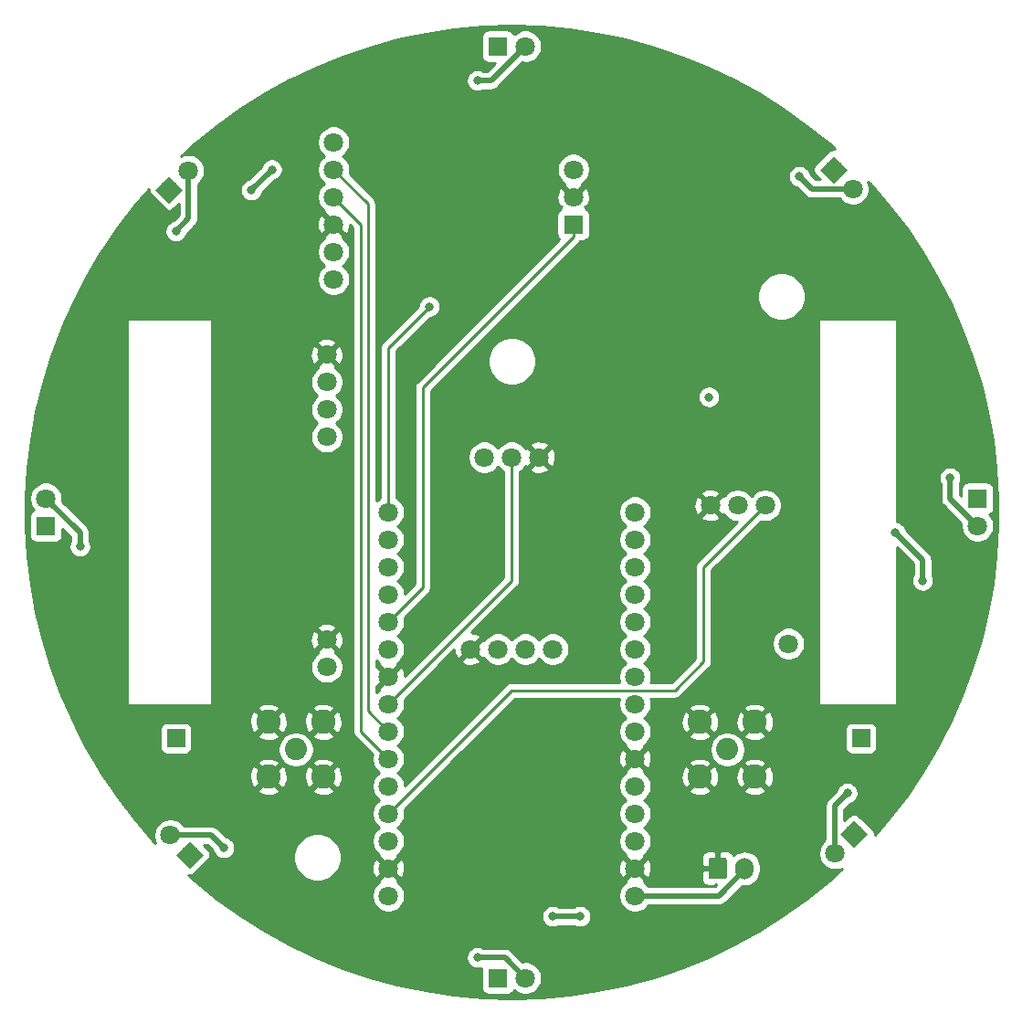
<source format=gbr>
G04 #@! TF.GenerationSoftware,KiCad,Pcbnew,(5.1.4)-1*
G04 #@! TF.CreationDate,2019-08-22T16:08:33+02:00*
G04 #@! TF.ProjectId,OpenMQTTGatewayPCB,4f70656e-4d51-4545-9447-617465776179,1*
G04 #@! TF.SameCoordinates,Original*
G04 #@! TF.FileFunction,Copper,L2,Bot*
G04 #@! TF.FilePolarity,Positive*
%FSLAX46Y46*%
G04 Gerber Fmt 4.6, Leading zero omitted, Abs format (unit mm)*
G04 Created by KiCad (PCBNEW (5.1.4)-1) date 2019-08-22 16:08:33*
%MOMM*%
%LPD*%
G04 APERTURE LIST*
%ADD10R,1.700000X1.700000*%
%ADD11C,1.800000*%
%ADD12R,1.800000X1.800000*%
%ADD13C,2.250000*%
%ADD14C,2.050000*%
%ADD15O,1.700000X2.000000*%
%ADD16C,0.100000*%
%ADD17C,1.700000*%
%ADD18C,0.800000*%
%ADD19C,0.500000*%
%ADD20C,0.250000*%
%ADD21C,0.254000*%
G04 APERTURE END LIST*
D10*
X128905000Y-94615000D03*
X65405000Y-94615000D03*
D11*
X80010000Y-39370000D03*
X80010000Y-41910000D03*
X80010000Y-44450000D03*
X80010000Y-46990000D03*
X80010000Y-49530000D03*
X80010000Y-52070000D03*
D12*
X102235000Y-46990000D03*
D11*
X102235000Y-44450000D03*
X102235000Y-41910000D03*
X85090000Y-109220000D03*
X85090000Y-106680000D03*
X85090000Y-104140000D03*
X85090000Y-101600000D03*
X85090000Y-99060000D03*
X85090000Y-96520000D03*
X85090000Y-93980000D03*
X85090000Y-91440000D03*
X85090000Y-88900000D03*
X85090000Y-86360000D03*
X85090000Y-83820000D03*
X85090000Y-81280000D03*
X85090000Y-78740000D03*
X85090000Y-76200000D03*
X85090000Y-73660000D03*
X107950000Y-109220000D03*
X107950000Y-106680000D03*
X107950000Y-104140000D03*
X107950000Y-101600000D03*
X107950000Y-99060000D03*
X107950000Y-96520000D03*
X107950000Y-93980000D03*
X107950000Y-91440000D03*
X107950000Y-88900000D03*
X107950000Y-86360000D03*
X107950000Y-83820000D03*
X107950000Y-81280000D03*
X107950000Y-78740000D03*
X107950000Y-76200000D03*
X107950000Y-73660000D03*
X79375000Y-88011000D03*
X79375000Y-85471000D03*
X79375000Y-66675000D03*
X79375000Y-64135000D03*
X79375000Y-61595000D03*
X79375000Y-59055000D03*
D13*
X113980000Y-93120000D03*
X119060000Y-93120000D03*
X119060000Y-98200000D03*
X113980000Y-98200000D03*
D14*
X116520000Y-95660000D03*
D13*
X73980000Y-93120000D03*
X79060000Y-93120000D03*
X79060000Y-98200000D03*
X73980000Y-98200000D03*
D14*
X76520000Y-95660000D03*
D11*
X122174000Y-85852000D03*
X114935000Y-73025000D03*
X117475000Y-73025000D03*
X120015000Y-73025000D03*
D15*
X118110000Y-106680000D03*
D16*
G36*
X116234504Y-105681204D02*
G01*
X116258773Y-105684804D01*
X116282571Y-105690765D01*
X116305671Y-105699030D01*
X116327849Y-105709520D01*
X116348893Y-105722133D01*
X116368598Y-105736747D01*
X116386777Y-105753223D01*
X116403253Y-105771402D01*
X116417867Y-105791107D01*
X116430480Y-105812151D01*
X116440970Y-105834329D01*
X116449235Y-105857429D01*
X116455196Y-105881227D01*
X116458796Y-105905496D01*
X116460000Y-105930000D01*
X116460000Y-107430000D01*
X116458796Y-107454504D01*
X116455196Y-107478773D01*
X116449235Y-107502571D01*
X116440970Y-107525671D01*
X116430480Y-107547849D01*
X116417867Y-107568893D01*
X116403253Y-107588598D01*
X116386777Y-107606777D01*
X116368598Y-107623253D01*
X116348893Y-107637867D01*
X116327849Y-107650480D01*
X116305671Y-107660970D01*
X116282571Y-107669235D01*
X116258773Y-107675196D01*
X116234504Y-107678796D01*
X116210000Y-107680000D01*
X115010000Y-107680000D01*
X114985496Y-107678796D01*
X114961227Y-107675196D01*
X114937429Y-107669235D01*
X114914329Y-107660970D01*
X114892151Y-107650480D01*
X114871107Y-107637867D01*
X114851402Y-107623253D01*
X114833223Y-107606777D01*
X114816747Y-107588598D01*
X114802133Y-107568893D01*
X114789520Y-107547849D01*
X114779030Y-107525671D01*
X114770765Y-107502571D01*
X114764804Y-107478773D01*
X114761204Y-107454504D01*
X114760000Y-107430000D01*
X114760000Y-105930000D01*
X114761204Y-105905496D01*
X114764804Y-105881227D01*
X114770765Y-105857429D01*
X114779030Y-105834329D01*
X114789520Y-105812151D01*
X114802133Y-105791107D01*
X114816747Y-105771402D01*
X114833223Y-105753223D01*
X114851402Y-105736747D01*
X114871107Y-105722133D01*
X114892151Y-105709520D01*
X114914329Y-105699030D01*
X114937429Y-105690765D01*
X114961227Y-105684804D01*
X114985496Y-105681204D01*
X115010000Y-105680000D01*
X116210000Y-105680000D01*
X116234504Y-105681204D01*
X116234504Y-105681204D01*
G37*
D17*
X115610000Y-106680000D03*
D11*
X97790000Y-116840000D03*
D12*
X95250000Y-116840000D03*
D11*
X99060000Y-68580000D03*
X96520000Y-68580000D03*
X93980000Y-68580000D03*
X92710000Y-86360000D03*
X95250000Y-86360000D03*
X97790000Y-86360000D03*
X100330000Y-86360000D03*
X126473949Y-105301051D03*
X128270000Y-103505000D03*
D16*
G36*
X128270000Y-102232208D02*
G01*
X129542792Y-103505000D01*
X128270000Y-104777792D01*
X126997208Y-103505000D01*
X128270000Y-102232208D01*
X128270000Y-102232208D01*
G37*
D11*
X139700000Y-74930000D03*
D12*
X139700000Y-72390000D03*
D11*
X128161051Y-43706051D03*
X126365000Y-41910000D03*
D16*
G36*
X125092208Y-41910000D02*
G01*
X126365000Y-40637208D01*
X127637792Y-41910000D01*
X126365000Y-43182792D01*
X125092208Y-41910000D01*
X125092208Y-41910000D01*
G37*
D11*
X97790000Y-30480000D03*
D12*
X95250000Y-30480000D03*
D11*
X66566051Y-42018949D03*
X64770000Y-43815000D03*
D16*
G36*
X64770000Y-45087792D02*
G01*
X63497208Y-43815000D01*
X64770000Y-42542208D01*
X66042792Y-43815000D01*
X64770000Y-45087792D01*
X64770000Y-45087792D01*
G37*
D11*
X53340000Y-72390000D03*
D12*
X53340000Y-74930000D03*
D11*
X64878949Y-103613949D03*
X66675000Y-105410000D03*
D16*
G36*
X67947792Y-105410000D02*
G01*
X66675000Y-106682792D01*
X65402208Y-105410000D01*
X66675000Y-104137208D01*
X67947792Y-105410000D01*
X67947792Y-105410000D01*
G37*
D18*
X123190000Y-42545000D03*
X137160000Y-70485000D03*
X127635000Y-99695000D03*
X93345000Y-114935000D03*
X69850000Y-104775000D03*
X56515000Y-76835000D03*
X65405000Y-47625000D03*
X93345000Y-33655000D03*
X114808000Y-62992000D03*
X112395000Y-59055000D03*
X117475000Y-59055000D03*
X121920000Y-59055000D03*
X92075000Y-54610000D03*
X102235000Y-57150000D03*
X106680000Y-59055000D03*
X112395000Y-53975000D03*
X88900000Y-107315000D03*
X93345000Y-107315000D03*
X104140000Y-67945000D03*
X110490000Y-67945000D03*
X92075000Y-39370000D03*
X99695000Y-39370000D03*
X89535000Y-92075000D03*
X104140000Y-96520000D03*
X95250000Y-96520000D03*
X104140000Y-86360000D03*
X111125000Y-101600000D03*
X86995000Y-51435000D03*
X112395000Y-50165000D03*
X112395000Y-45720000D03*
X88900000Y-54610000D03*
X100330000Y-111125000D03*
X102870000Y-111125000D03*
X134620000Y-80010000D03*
X132080000Y-75565000D03*
X72390000Y-43815000D03*
X74295000Y-41910000D03*
D19*
X124351051Y-43706051D02*
X128161051Y-43706051D01*
X123190000Y-42545000D02*
X124351051Y-43706051D01*
X137160000Y-72390000D02*
X139700000Y-74930000D01*
X137160000Y-70485000D02*
X137160000Y-72390000D01*
X126473949Y-100856051D02*
X126473949Y-105301051D01*
X127635000Y-99695000D02*
X126473949Y-100856051D01*
X97790000Y-116840000D02*
X95885000Y-114935000D01*
X95885000Y-114935000D02*
X93345000Y-114935000D01*
X68688949Y-103613949D02*
X64878949Y-103613949D01*
X69850000Y-104775000D02*
X68688949Y-103613949D01*
X56515000Y-75565000D02*
X53340000Y-72390000D01*
X56515000Y-76835000D02*
X56515000Y-75565000D01*
X66566051Y-46463949D02*
X66566051Y-42018949D01*
X65405000Y-47625000D02*
X66566051Y-46463949D01*
X94615000Y-33655000D02*
X97790000Y-30480000D01*
X93345000Y-33655000D02*
X94615000Y-33655000D01*
X109222792Y-109220000D02*
X107950000Y-109220000D01*
X115720000Y-109220000D02*
X109222792Y-109220000D01*
X118110000Y-106830000D02*
X115720000Y-109220000D01*
X118110000Y-106680000D02*
X118110000Y-106830000D01*
D20*
X85090000Y-73660000D02*
X85090000Y-58420000D01*
X85090000Y-58420000D02*
X88900000Y-54610000D01*
X102235000Y-48140000D02*
X102235000Y-46990000D01*
X88265000Y-62110000D02*
X102235000Y-48140000D01*
X88265000Y-80645000D02*
X88265000Y-62110000D01*
X85090000Y-83820000D02*
X88265000Y-80645000D01*
X111645000Y-90170000D02*
X114300000Y-87515000D01*
X96520000Y-90170000D02*
X111645000Y-90170000D01*
X85090000Y-101600000D02*
X96520000Y-90170000D01*
X114300000Y-78740000D02*
X120015000Y-73025000D01*
X114300000Y-87515000D02*
X114300000Y-78740000D01*
X82550000Y-46990000D02*
X80010000Y-44450000D01*
X85090000Y-96520000D02*
X82550000Y-93980000D01*
X82550000Y-93980000D02*
X82550000Y-46990000D01*
X83185000Y-45085000D02*
X80010000Y-41910000D01*
X85090000Y-93980000D02*
X83185000Y-92075000D01*
X83185000Y-92075000D02*
X83185000Y-45085000D01*
X96520000Y-80010000D02*
X85090000Y-91440000D01*
X96520000Y-68580000D02*
X96520000Y-80010000D01*
D19*
X100330000Y-111125000D02*
X102870000Y-111125000D01*
X134620000Y-80010000D02*
X134620000Y-78105000D01*
X134620000Y-78105000D02*
X132080000Y-75565000D01*
X72390000Y-43815000D02*
X74295000Y-41910000D01*
D21*
G36*
X99189383Y-28679137D02*
G01*
X101849389Y-28916272D01*
X104490676Y-29310570D01*
X107103965Y-29860647D01*
X109680078Y-30564572D01*
X112209966Y-31419870D01*
X114684742Y-32423538D01*
X117095713Y-33572051D01*
X119434412Y-34861375D01*
X121692623Y-36286980D01*
X123862415Y-37843859D01*
X125936165Y-39526543D01*
X126463351Y-40008822D01*
X126365000Y-39999136D01*
X126240518Y-40011396D01*
X126120820Y-40047706D01*
X126010506Y-40106671D01*
X125913815Y-40186023D01*
X124641023Y-41458815D01*
X124561671Y-41555506D01*
X124502706Y-41665820D01*
X124466396Y-41785518D01*
X124454136Y-41910000D01*
X124466396Y-42034482D01*
X124502706Y-42154180D01*
X124561671Y-42264494D01*
X124641023Y-42361185D01*
X125100889Y-42821051D01*
X124717630Y-42821051D01*
X124196535Y-42299957D01*
X124185226Y-42243102D01*
X124107205Y-42054744D01*
X123993937Y-41885226D01*
X123849774Y-41741063D01*
X123680256Y-41627795D01*
X123491898Y-41549774D01*
X123291939Y-41510000D01*
X123088061Y-41510000D01*
X122888102Y-41549774D01*
X122699744Y-41627795D01*
X122530226Y-41741063D01*
X122386063Y-41885226D01*
X122272795Y-42054744D01*
X122194774Y-42243102D01*
X122155000Y-42443061D01*
X122155000Y-42646939D01*
X122194774Y-42846898D01*
X122272795Y-43035256D01*
X122386063Y-43204774D01*
X122530226Y-43348937D01*
X122699744Y-43462205D01*
X122888102Y-43540226D01*
X122944957Y-43551535D01*
X123694521Y-44301100D01*
X123722234Y-44334868D01*
X123756002Y-44362581D01*
X123756004Y-44362583D01*
X123781427Y-44383447D01*
X123856992Y-44445462D01*
X124010738Y-44527640D01*
X124177561Y-44578246D01*
X124307574Y-44591051D01*
X124307584Y-44591051D01*
X124351050Y-44595332D01*
X124394517Y-44591051D01*
X126906261Y-44591051D01*
X126968739Y-44684556D01*
X127182546Y-44898363D01*
X127433956Y-45066350D01*
X127713308Y-45182062D01*
X128009867Y-45241051D01*
X128312235Y-45241051D01*
X128608794Y-45182062D01*
X128888146Y-45066350D01*
X129139556Y-44898363D01*
X129353363Y-44684556D01*
X129521350Y-44433146D01*
X129637062Y-44153794D01*
X129696051Y-43857235D01*
X129696051Y-43554867D01*
X129637062Y-43258308D01*
X129531110Y-43002518D01*
X129766768Y-43245266D01*
X131510165Y-45268242D01*
X133130659Y-47390945D01*
X134622556Y-49605919D01*
X135980616Y-51905383D01*
X137200070Y-54281262D01*
X138276634Y-56725209D01*
X139206526Y-59228640D01*
X139986479Y-61782762D01*
X140613756Y-64378603D01*
X141086151Y-67007046D01*
X141402006Y-69658857D01*
X141560211Y-72324722D01*
X141560211Y-74995278D01*
X141402006Y-77661143D01*
X141086151Y-80312954D01*
X140613756Y-82941397D01*
X139986479Y-85537238D01*
X139206526Y-88091360D01*
X138276634Y-90594791D01*
X137200070Y-93038738D01*
X135980616Y-95414617D01*
X134622556Y-97714081D01*
X133130659Y-99929055D01*
X131510165Y-102051758D01*
X130170942Y-103605745D01*
X130180864Y-103505000D01*
X130168604Y-103380518D01*
X130132294Y-103260820D01*
X130073329Y-103150506D01*
X129993977Y-103053815D01*
X128721185Y-101781023D01*
X128624494Y-101701671D01*
X128514180Y-101642706D01*
X128394482Y-101606396D01*
X128270000Y-101594136D01*
X128145518Y-101606396D01*
X128025820Y-101642706D01*
X127915506Y-101701671D01*
X127818815Y-101781023D01*
X127358949Y-102240889D01*
X127358949Y-101222629D01*
X127880044Y-100701535D01*
X127936898Y-100690226D01*
X128125256Y-100612205D01*
X128294774Y-100498937D01*
X128438937Y-100354774D01*
X128552205Y-100185256D01*
X128630226Y-99996898D01*
X128670000Y-99796939D01*
X128670000Y-99593061D01*
X128630226Y-99393102D01*
X128552205Y-99204744D01*
X128438937Y-99035226D01*
X128294774Y-98891063D01*
X128125256Y-98777795D01*
X127936898Y-98699774D01*
X127736939Y-98660000D01*
X127533061Y-98660000D01*
X127333102Y-98699774D01*
X127144744Y-98777795D01*
X126975226Y-98891063D01*
X126831063Y-99035226D01*
X126717795Y-99204744D01*
X126639774Y-99393102D01*
X126628465Y-99449956D01*
X125878905Y-100199517D01*
X125845132Y-100227234D01*
X125734538Y-100361993D01*
X125652360Y-100515739D01*
X125601754Y-100682562D01*
X125588949Y-100812575D01*
X125588949Y-100812582D01*
X125584668Y-100856051D01*
X125588949Y-100899520D01*
X125588950Y-104046260D01*
X125495444Y-104108739D01*
X125281637Y-104322546D01*
X125113650Y-104573956D01*
X124997938Y-104853308D01*
X124938949Y-105149867D01*
X124938949Y-105452235D01*
X124997938Y-105748794D01*
X125113650Y-106028146D01*
X125281637Y-106279556D01*
X125495444Y-106493363D01*
X125746854Y-106661350D01*
X126026206Y-106777062D01*
X126322765Y-106836051D01*
X126625133Y-106836051D01*
X126921692Y-106777062D01*
X127151049Y-106682059D01*
X125936165Y-107793457D01*
X123862415Y-109476141D01*
X121692623Y-111033020D01*
X119434412Y-112458625D01*
X117095713Y-113747949D01*
X114684742Y-114896462D01*
X112209966Y-115900130D01*
X109680078Y-116755428D01*
X107103965Y-117459353D01*
X104490676Y-118009430D01*
X101849389Y-118403728D01*
X99189383Y-118640863D01*
X96520000Y-118720000D01*
X93850617Y-118640863D01*
X91190611Y-118403728D01*
X88549324Y-118009430D01*
X85936035Y-117459353D01*
X83359922Y-116755428D01*
X80830034Y-115900130D01*
X78355258Y-114896462D01*
X78222166Y-114833061D01*
X92310000Y-114833061D01*
X92310000Y-115036939D01*
X92349774Y-115236898D01*
X92427795Y-115425256D01*
X92541063Y-115594774D01*
X92685226Y-115738937D01*
X92854744Y-115852205D01*
X93043102Y-115930226D01*
X93243061Y-115970000D01*
X93446939Y-115970000D01*
X93646898Y-115930226D01*
X93715697Y-115901728D01*
X93711928Y-115940000D01*
X93711928Y-117740000D01*
X93724188Y-117864482D01*
X93760498Y-117984180D01*
X93819463Y-118094494D01*
X93898815Y-118191185D01*
X93995506Y-118270537D01*
X94105820Y-118329502D01*
X94225518Y-118365812D01*
X94350000Y-118378072D01*
X96150000Y-118378072D01*
X96274482Y-118365812D01*
X96394180Y-118329502D01*
X96504494Y-118270537D01*
X96601185Y-118191185D01*
X96680537Y-118094494D01*
X96739502Y-117984180D01*
X96745056Y-117965873D01*
X96811495Y-118032312D01*
X97062905Y-118200299D01*
X97342257Y-118316011D01*
X97638816Y-118375000D01*
X97941184Y-118375000D01*
X98237743Y-118316011D01*
X98517095Y-118200299D01*
X98768505Y-118032312D01*
X98982312Y-117818505D01*
X99150299Y-117567095D01*
X99266011Y-117287743D01*
X99325000Y-116991184D01*
X99325000Y-116688816D01*
X99266011Y-116392257D01*
X99150299Y-116112905D01*
X98982312Y-115861495D01*
X98768505Y-115647688D01*
X98517095Y-115479701D01*
X98237743Y-115363989D01*
X97941184Y-115305000D01*
X97638816Y-115305000D01*
X97528518Y-115326940D01*
X96541534Y-114339956D01*
X96513817Y-114306183D01*
X96379059Y-114195589D01*
X96225313Y-114113411D01*
X96058490Y-114062805D01*
X95928477Y-114050000D01*
X95928469Y-114050000D01*
X95885000Y-114045719D01*
X95841531Y-114050000D01*
X93883454Y-114050000D01*
X93835256Y-114017795D01*
X93646898Y-113939774D01*
X93446939Y-113900000D01*
X93243061Y-113900000D01*
X93043102Y-113939774D01*
X92854744Y-114017795D01*
X92685226Y-114131063D01*
X92541063Y-114275226D01*
X92427795Y-114444744D01*
X92349774Y-114633102D01*
X92310000Y-114833061D01*
X78222166Y-114833061D01*
X75944287Y-113747949D01*
X73605588Y-112458625D01*
X71347377Y-111033020D01*
X71333498Y-111023061D01*
X99295000Y-111023061D01*
X99295000Y-111226939D01*
X99334774Y-111426898D01*
X99412795Y-111615256D01*
X99526063Y-111784774D01*
X99670226Y-111928937D01*
X99839744Y-112042205D01*
X100028102Y-112120226D01*
X100228061Y-112160000D01*
X100431939Y-112160000D01*
X100631898Y-112120226D01*
X100820256Y-112042205D01*
X100868454Y-112010000D01*
X102331546Y-112010000D01*
X102379744Y-112042205D01*
X102568102Y-112120226D01*
X102768061Y-112160000D01*
X102971939Y-112160000D01*
X103171898Y-112120226D01*
X103360256Y-112042205D01*
X103529774Y-111928937D01*
X103673937Y-111784774D01*
X103787205Y-111615256D01*
X103865226Y-111426898D01*
X103905000Y-111226939D01*
X103905000Y-111023061D01*
X103865226Y-110823102D01*
X103787205Y-110634744D01*
X103673937Y-110465226D01*
X103529774Y-110321063D01*
X103360256Y-110207795D01*
X103171898Y-110129774D01*
X102971939Y-110090000D01*
X102768061Y-110090000D01*
X102568102Y-110129774D01*
X102379744Y-110207795D01*
X102331546Y-110240000D01*
X100868454Y-110240000D01*
X100820256Y-110207795D01*
X100631898Y-110129774D01*
X100431939Y-110090000D01*
X100228061Y-110090000D01*
X100028102Y-110129774D01*
X99839744Y-110207795D01*
X99670226Y-110321063D01*
X99526063Y-110465226D01*
X99412795Y-110634744D01*
X99334774Y-110823102D01*
X99295000Y-111023061D01*
X71333498Y-111023061D01*
X69177585Y-109476141D01*
X68675596Y-109068816D01*
X83555000Y-109068816D01*
X83555000Y-109371184D01*
X83613989Y-109667743D01*
X83729701Y-109947095D01*
X83897688Y-110198505D01*
X84111495Y-110412312D01*
X84362905Y-110580299D01*
X84642257Y-110696011D01*
X84938816Y-110755000D01*
X85241184Y-110755000D01*
X85537743Y-110696011D01*
X85817095Y-110580299D01*
X86068505Y-110412312D01*
X86282312Y-110198505D01*
X86450299Y-109947095D01*
X86566011Y-109667743D01*
X86625000Y-109371184D01*
X86625000Y-109068816D01*
X106415000Y-109068816D01*
X106415000Y-109371184D01*
X106473989Y-109667743D01*
X106589701Y-109947095D01*
X106757688Y-110198505D01*
X106971495Y-110412312D01*
X107222905Y-110580299D01*
X107502257Y-110696011D01*
X107798816Y-110755000D01*
X108101184Y-110755000D01*
X108397743Y-110696011D01*
X108677095Y-110580299D01*
X108928505Y-110412312D01*
X109142312Y-110198505D01*
X109204790Y-110105000D01*
X115676531Y-110105000D01*
X115720000Y-110109281D01*
X115763469Y-110105000D01*
X115763477Y-110105000D01*
X115893490Y-110092195D01*
X116060313Y-110041589D01*
X116214059Y-109959411D01*
X116348817Y-109848817D01*
X116376534Y-109815044D01*
X117890967Y-108300612D01*
X118110000Y-108322185D01*
X118401111Y-108293513D01*
X118681034Y-108208599D01*
X118939014Y-108070706D01*
X119165134Y-107885134D01*
X119350706Y-107659014D01*
X119488599Y-107401033D01*
X119573513Y-107121110D01*
X119595000Y-106902949D01*
X119595000Y-106457050D01*
X119573513Y-106238889D01*
X119488599Y-105958966D01*
X119350706Y-105700986D01*
X119165134Y-105474866D01*
X118939013Y-105289294D01*
X118681033Y-105151401D01*
X118401110Y-105066487D01*
X118110000Y-105037815D01*
X117818889Y-105066487D01*
X117538966Y-105151401D01*
X117280986Y-105289294D01*
X117060055Y-105470608D01*
X117049502Y-105435820D01*
X116990537Y-105325506D01*
X116911185Y-105228815D01*
X116814494Y-105149463D01*
X116704180Y-105090498D01*
X116584482Y-105054188D01*
X116460000Y-105041928D01*
X115895750Y-105045000D01*
X115737000Y-105203750D01*
X115737000Y-106553000D01*
X115757000Y-106553000D01*
X115757000Y-106807000D01*
X115737000Y-106807000D01*
X115737000Y-106827000D01*
X115483000Y-106827000D01*
X115483000Y-106807000D01*
X114283750Y-106807000D01*
X114125000Y-106965750D01*
X114121928Y-107680000D01*
X114134188Y-107804482D01*
X114170498Y-107924180D01*
X114229463Y-108034494D01*
X114308815Y-108131185D01*
X114405506Y-108210537D01*
X114515820Y-108269502D01*
X114635518Y-108305812D01*
X114760000Y-108318072D01*
X115324250Y-108315000D01*
X115482998Y-108156252D01*
X115482998Y-108205424D01*
X115353422Y-108335000D01*
X109204790Y-108335000D01*
X109142312Y-108241495D01*
X108928505Y-108027688D01*
X108774895Y-107925049D01*
X108834475Y-107744080D01*
X107950000Y-106859605D01*
X107065525Y-107744080D01*
X107125105Y-107925049D01*
X106971495Y-108027688D01*
X106757688Y-108241495D01*
X106589701Y-108492905D01*
X106473989Y-108772257D01*
X106415000Y-109068816D01*
X86625000Y-109068816D01*
X86566011Y-108772257D01*
X86450299Y-108492905D01*
X86282312Y-108241495D01*
X86068505Y-108027688D01*
X85914895Y-107925049D01*
X85974475Y-107744080D01*
X85090000Y-106859605D01*
X84205525Y-107744080D01*
X84265105Y-107925049D01*
X84111495Y-108027688D01*
X83897688Y-108241495D01*
X83729701Y-108492905D01*
X83613989Y-108772257D01*
X83555000Y-109068816D01*
X68675596Y-109068816D01*
X67103835Y-107793457D01*
X66576649Y-107311178D01*
X66675000Y-107320864D01*
X66799482Y-107308604D01*
X66919180Y-107272294D01*
X67029494Y-107213329D01*
X67126185Y-107133977D01*
X68398977Y-105861185D01*
X68478329Y-105764494D01*
X68537294Y-105654180D01*
X68573604Y-105534482D01*
X68585864Y-105410000D01*
X68573604Y-105285518D01*
X68537294Y-105165820D01*
X68478329Y-105055506D01*
X68398977Y-104958815D01*
X67939111Y-104498949D01*
X68322371Y-104498949D01*
X68843465Y-105020044D01*
X68854774Y-105076898D01*
X68932795Y-105265256D01*
X69046063Y-105434774D01*
X69190226Y-105578937D01*
X69359744Y-105692205D01*
X69548102Y-105770226D01*
X69748061Y-105810000D01*
X69951939Y-105810000D01*
X70151898Y-105770226D01*
X70340256Y-105692205D01*
X70509774Y-105578937D01*
X70648839Y-105439872D01*
X76285000Y-105439872D01*
X76285000Y-105880128D01*
X76370890Y-106311925D01*
X76539369Y-106718669D01*
X76783962Y-107084729D01*
X77095271Y-107396038D01*
X77461331Y-107640631D01*
X77868075Y-107809110D01*
X78299872Y-107895000D01*
X78740128Y-107895000D01*
X79171925Y-107809110D01*
X79578669Y-107640631D01*
X79944729Y-107396038D01*
X80256038Y-107084729D01*
X80481999Y-106746553D01*
X83549009Y-106746553D01*
X83591603Y-107045907D01*
X83691778Y-107331199D01*
X83771739Y-107480792D01*
X84025920Y-107564475D01*
X84910395Y-106680000D01*
X85269605Y-106680000D01*
X86154080Y-107564475D01*
X86408261Y-107480792D01*
X86539158Y-107208225D01*
X86614365Y-106915358D01*
X86623660Y-106746553D01*
X106409009Y-106746553D01*
X106451603Y-107045907D01*
X106551778Y-107331199D01*
X106631739Y-107480792D01*
X106885920Y-107564475D01*
X107770395Y-106680000D01*
X108129605Y-106680000D01*
X109014080Y-107564475D01*
X109268261Y-107480792D01*
X109399158Y-107208225D01*
X109474365Y-106915358D01*
X109490991Y-106613447D01*
X109448397Y-106314093D01*
X109348222Y-106028801D01*
X109268261Y-105879208D01*
X109014080Y-105795525D01*
X108129605Y-106680000D01*
X107770395Y-106680000D01*
X106885920Y-105795525D01*
X106631739Y-105879208D01*
X106500842Y-106151775D01*
X106425635Y-106444642D01*
X106409009Y-106746553D01*
X86623660Y-106746553D01*
X86630991Y-106613447D01*
X86588397Y-106314093D01*
X86488222Y-106028801D01*
X86408261Y-105879208D01*
X86154080Y-105795525D01*
X85269605Y-106680000D01*
X84910395Y-106680000D01*
X84025920Y-105795525D01*
X83771739Y-105879208D01*
X83640842Y-106151775D01*
X83565635Y-106444642D01*
X83549009Y-106746553D01*
X80481999Y-106746553D01*
X80500631Y-106718669D01*
X80669110Y-106311925D01*
X80755000Y-105880128D01*
X80755000Y-105439872D01*
X80669110Y-105008075D01*
X80500631Y-104601331D01*
X80256038Y-104235271D01*
X79944729Y-103923962D01*
X79578669Y-103679369D01*
X79171925Y-103510890D01*
X78740128Y-103425000D01*
X78299872Y-103425000D01*
X77868075Y-103510890D01*
X77461331Y-103679369D01*
X77095271Y-103923962D01*
X76783962Y-104235271D01*
X76539369Y-104601331D01*
X76370890Y-105008075D01*
X76285000Y-105439872D01*
X70648839Y-105439872D01*
X70653937Y-105434774D01*
X70767205Y-105265256D01*
X70845226Y-105076898D01*
X70885000Y-104876939D01*
X70885000Y-104673061D01*
X70845226Y-104473102D01*
X70767205Y-104284744D01*
X70653937Y-104115226D01*
X70509774Y-103971063D01*
X70340256Y-103857795D01*
X70151898Y-103779774D01*
X70095044Y-103768465D01*
X69345483Y-103018905D01*
X69317766Y-102985132D01*
X69183008Y-102874538D01*
X69029262Y-102792360D01*
X68862439Y-102741754D01*
X68732426Y-102728949D01*
X68732418Y-102728949D01*
X68688949Y-102724668D01*
X68645480Y-102728949D01*
X66133739Y-102728949D01*
X66071261Y-102635444D01*
X65857454Y-102421637D01*
X65606044Y-102253650D01*
X65326692Y-102137938D01*
X65030133Y-102078949D01*
X64727765Y-102078949D01*
X64431206Y-102137938D01*
X64151854Y-102253650D01*
X63900444Y-102421637D01*
X63686637Y-102635444D01*
X63518650Y-102886854D01*
X63402938Y-103166206D01*
X63343949Y-103462765D01*
X63343949Y-103765133D01*
X63402938Y-104061692D01*
X63508890Y-104317482D01*
X63273232Y-104074734D01*
X61529835Y-102051758D01*
X59909341Y-99929055D01*
X59569519Y-99424531D01*
X72935074Y-99424531D01*
X73045921Y-99701714D01*
X73356840Y-99855089D01*
X73691705Y-99944860D01*
X74037650Y-99967576D01*
X74381380Y-99922366D01*
X74709685Y-99810966D01*
X74914079Y-99701714D01*
X75024926Y-99424531D01*
X78015074Y-99424531D01*
X78125921Y-99701714D01*
X78436840Y-99855089D01*
X78771705Y-99944860D01*
X79117650Y-99967576D01*
X79461380Y-99922366D01*
X79789685Y-99810966D01*
X79994079Y-99701714D01*
X80104926Y-99424531D01*
X79060000Y-98379605D01*
X78015074Y-99424531D01*
X75024926Y-99424531D01*
X73980000Y-98379605D01*
X72935074Y-99424531D01*
X59569519Y-99424531D01*
X58783566Y-98257650D01*
X72212424Y-98257650D01*
X72257634Y-98601380D01*
X72369034Y-98929685D01*
X72478286Y-99134079D01*
X72755469Y-99244926D01*
X73800395Y-98200000D01*
X74159605Y-98200000D01*
X75204531Y-99244926D01*
X75481714Y-99134079D01*
X75635089Y-98823160D01*
X75724860Y-98488295D01*
X75740004Y-98257650D01*
X77292424Y-98257650D01*
X77337634Y-98601380D01*
X77449034Y-98929685D01*
X77558286Y-99134079D01*
X77835469Y-99244926D01*
X78880395Y-98200000D01*
X79239605Y-98200000D01*
X80284531Y-99244926D01*
X80561714Y-99134079D01*
X80715089Y-98823160D01*
X80804860Y-98488295D01*
X80827576Y-98142350D01*
X80782366Y-97798620D01*
X80670966Y-97470315D01*
X80561714Y-97265921D01*
X80284531Y-97155074D01*
X79239605Y-98200000D01*
X78880395Y-98200000D01*
X77835469Y-97155074D01*
X77558286Y-97265921D01*
X77404911Y-97576840D01*
X77315140Y-97911705D01*
X77292424Y-98257650D01*
X75740004Y-98257650D01*
X75747576Y-98142350D01*
X75702366Y-97798620D01*
X75590966Y-97470315D01*
X75481714Y-97265921D01*
X75204531Y-97155074D01*
X74159605Y-98200000D01*
X73800395Y-98200000D01*
X72755469Y-97155074D01*
X72478286Y-97265921D01*
X72324911Y-97576840D01*
X72235140Y-97911705D01*
X72212424Y-98257650D01*
X58783566Y-98257650D01*
X58417444Y-97714081D01*
X57981221Y-96975469D01*
X72935074Y-96975469D01*
X73980000Y-98020395D01*
X75024926Y-96975469D01*
X74914079Y-96698286D01*
X74603160Y-96544911D01*
X74268295Y-96455140D01*
X73922350Y-96432424D01*
X73578620Y-96477634D01*
X73250315Y-96589034D01*
X73045921Y-96698286D01*
X72935074Y-96975469D01*
X57981221Y-96975469D01*
X57059384Y-95414617D01*
X56212695Y-93765000D01*
X63916928Y-93765000D01*
X63916928Y-95465000D01*
X63929188Y-95589482D01*
X63965498Y-95709180D01*
X64024463Y-95819494D01*
X64103815Y-95916185D01*
X64200506Y-95995537D01*
X64310820Y-96054502D01*
X64430518Y-96090812D01*
X64555000Y-96103072D01*
X66255000Y-96103072D01*
X66379482Y-96090812D01*
X66499180Y-96054502D01*
X66609494Y-95995537D01*
X66706185Y-95916185D01*
X66785537Y-95819494D01*
X66844502Y-95709180D01*
X66880812Y-95589482D01*
X66889969Y-95496504D01*
X74860000Y-95496504D01*
X74860000Y-95823496D01*
X74923793Y-96144204D01*
X75048927Y-96446305D01*
X75230594Y-96718188D01*
X75461812Y-96949406D01*
X75733695Y-97131073D01*
X76035796Y-97256207D01*
X76356504Y-97320000D01*
X76683496Y-97320000D01*
X77004204Y-97256207D01*
X77306305Y-97131073D01*
X77539182Y-96975469D01*
X78015074Y-96975469D01*
X79060000Y-98020395D01*
X80104926Y-96975469D01*
X79994079Y-96698286D01*
X79683160Y-96544911D01*
X79348295Y-96455140D01*
X79002350Y-96432424D01*
X78658620Y-96477634D01*
X78330315Y-96589034D01*
X78125921Y-96698286D01*
X78015074Y-96975469D01*
X77539182Y-96975469D01*
X77578188Y-96949406D01*
X77809406Y-96718188D01*
X77991073Y-96446305D01*
X78116207Y-96144204D01*
X78180000Y-95823496D01*
X78180000Y-95496504D01*
X78116207Y-95175796D01*
X77991073Y-94873695D01*
X77809406Y-94601812D01*
X77578188Y-94370594D01*
X77539183Y-94344531D01*
X78015074Y-94344531D01*
X78125921Y-94621714D01*
X78436840Y-94775089D01*
X78771705Y-94864860D01*
X79117650Y-94887576D01*
X79461380Y-94842366D01*
X79789685Y-94730966D01*
X79994079Y-94621714D01*
X80104926Y-94344531D01*
X79060000Y-93299605D01*
X78015074Y-94344531D01*
X77539183Y-94344531D01*
X77306305Y-94188927D01*
X77004204Y-94063793D01*
X76683496Y-94000000D01*
X76356504Y-94000000D01*
X76035796Y-94063793D01*
X75733695Y-94188927D01*
X75461812Y-94370594D01*
X75230594Y-94601812D01*
X75048927Y-94873695D01*
X74923793Y-95175796D01*
X74860000Y-95496504D01*
X66889969Y-95496504D01*
X66893072Y-95465000D01*
X66893072Y-94344531D01*
X72935074Y-94344531D01*
X73045921Y-94621714D01*
X73356840Y-94775089D01*
X73691705Y-94864860D01*
X74037650Y-94887576D01*
X74381380Y-94842366D01*
X74709685Y-94730966D01*
X74914079Y-94621714D01*
X75024926Y-94344531D01*
X73980000Y-93299605D01*
X72935074Y-94344531D01*
X66893072Y-94344531D01*
X66893072Y-93765000D01*
X66880812Y-93640518D01*
X66844502Y-93520820D01*
X66785537Y-93410506D01*
X66706185Y-93313815D01*
X66609494Y-93234463D01*
X66503207Y-93177650D01*
X72212424Y-93177650D01*
X72257634Y-93521380D01*
X72369034Y-93849685D01*
X72478286Y-94054079D01*
X72755469Y-94164926D01*
X73800395Y-93120000D01*
X74159605Y-93120000D01*
X75204531Y-94164926D01*
X75481714Y-94054079D01*
X75635089Y-93743160D01*
X75724860Y-93408295D01*
X75740004Y-93177650D01*
X77292424Y-93177650D01*
X77337634Y-93521380D01*
X77449034Y-93849685D01*
X77558286Y-94054079D01*
X77835469Y-94164926D01*
X78880395Y-93120000D01*
X79239605Y-93120000D01*
X80284531Y-94164926D01*
X80561714Y-94054079D01*
X80715089Y-93743160D01*
X80804860Y-93408295D01*
X80827576Y-93062350D01*
X80782366Y-92718620D01*
X80670966Y-92390315D01*
X80561714Y-92185921D01*
X80284531Y-92075074D01*
X79239605Y-93120000D01*
X78880395Y-93120000D01*
X77835469Y-92075074D01*
X77558286Y-92185921D01*
X77404911Y-92496840D01*
X77315140Y-92831705D01*
X77292424Y-93177650D01*
X75740004Y-93177650D01*
X75747576Y-93062350D01*
X75702366Y-92718620D01*
X75590966Y-92390315D01*
X75481714Y-92185921D01*
X75204531Y-92075074D01*
X74159605Y-93120000D01*
X73800395Y-93120000D01*
X72755469Y-92075074D01*
X72478286Y-92185921D01*
X72324911Y-92496840D01*
X72235140Y-92831705D01*
X72212424Y-93177650D01*
X66503207Y-93177650D01*
X66499180Y-93175498D01*
X66379482Y-93139188D01*
X66255000Y-93126928D01*
X64555000Y-93126928D01*
X64430518Y-93139188D01*
X64310820Y-93175498D01*
X64200506Y-93234463D01*
X64103815Y-93313815D01*
X64024463Y-93410506D01*
X63965498Y-93520820D01*
X63929188Y-93640518D01*
X63916928Y-93765000D01*
X56212695Y-93765000D01*
X55839930Y-93038738D01*
X55336318Y-91895469D01*
X72935074Y-91895469D01*
X73980000Y-92940395D01*
X75024926Y-91895469D01*
X78015074Y-91895469D01*
X79060000Y-92940395D01*
X80104926Y-91895469D01*
X79994079Y-91618286D01*
X79683160Y-91464911D01*
X79348295Y-91375140D01*
X79002350Y-91352424D01*
X78658620Y-91397634D01*
X78330315Y-91509034D01*
X78125921Y-91618286D01*
X78015074Y-91895469D01*
X75024926Y-91895469D01*
X74914079Y-91618286D01*
X74603160Y-91464911D01*
X74268295Y-91375140D01*
X73922350Y-91352424D01*
X73578620Y-91397634D01*
X73250315Y-91509034D01*
X73045921Y-91618286D01*
X72935074Y-91895469D01*
X55336318Y-91895469D01*
X54763366Y-90594791D01*
X53833474Y-88091360D01*
X53053521Y-85537238D01*
X52426244Y-82941397D01*
X51953849Y-80312954D01*
X51637994Y-77661143D01*
X51479789Y-74995278D01*
X51479789Y-74030000D01*
X51801928Y-74030000D01*
X51801928Y-75830000D01*
X51814188Y-75954482D01*
X51850498Y-76074180D01*
X51909463Y-76184494D01*
X51988815Y-76281185D01*
X52085506Y-76360537D01*
X52195820Y-76419502D01*
X52315518Y-76455812D01*
X52440000Y-76468072D01*
X54240000Y-76468072D01*
X54364482Y-76455812D01*
X54484180Y-76419502D01*
X54594494Y-76360537D01*
X54691185Y-76281185D01*
X54770537Y-76184494D01*
X54829502Y-76074180D01*
X54865812Y-75954482D01*
X54878072Y-75830000D01*
X54878072Y-75179651D01*
X55630001Y-75931580D01*
X55630000Y-76296545D01*
X55597795Y-76344744D01*
X55519774Y-76533102D01*
X55480000Y-76733061D01*
X55480000Y-76936939D01*
X55519774Y-77136898D01*
X55597795Y-77325256D01*
X55711063Y-77494774D01*
X55855226Y-77638937D01*
X56024744Y-77752205D01*
X56213102Y-77830226D01*
X56413061Y-77870000D01*
X56616939Y-77870000D01*
X56816898Y-77830226D01*
X57005256Y-77752205D01*
X57174774Y-77638937D01*
X57318937Y-77494774D01*
X57432205Y-77325256D01*
X57510226Y-77136898D01*
X57550000Y-76936939D01*
X57550000Y-76733061D01*
X57510226Y-76533102D01*
X57432205Y-76344744D01*
X57400000Y-76296546D01*
X57400000Y-75608466D01*
X57404281Y-75564999D01*
X57400000Y-75521533D01*
X57400000Y-75521523D01*
X57387195Y-75391510D01*
X57336589Y-75224687D01*
X57254411Y-75070941D01*
X57202500Y-75007688D01*
X57171532Y-74969953D01*
X57171530Y-74969951D01*
X57143817Y-74936183D01*
X57110049Y-74908470D01*
X54853060Y-72651482D01*
X54875000Y-72541184D01*
X54875000Y-72238816D01*
X54816011Y-71942257D01*
X54700299Y-71662905D01*
X54532312Y-71411495D01*
X54318505Y-71197688D01*
X54067095Y-71029701D01*
X53787743Y-70913989D01*
X53491184Y-70855000D01*
X53188816Y-70855000D01*
X52892257Y-70913989D01*
X52612905Y-71029701D01*
X52361495Y-71197688D01*
X52147688Y-71411495D01*
X51979701Y-71662905D01*
X51863989Y-71942257D01*
X51805000Y-72238816D01*
X51805000Y-72541184D01*
X51863989Y-72837743D01*
X51979701Y-73117095D01*
X52147688Y-73368505D01*
X52214127Y-73434944D01*
X52195820Y-73440498D01*
X52085506Y-73499463D01*
X51988815Y-73578815D01*
X51909463Y-73675506D01*
X51850498Y-73785820D01*
X51814188Y-73905518D01*
X51801928Y-74030000D01*
X51479789Y-74030000D01*
X51479789Y-72324722D01*
X51637994Y-69658857D01*
X51953849Y-67007046D01*
X52426244Y-64378603D01*
X53053521Y-61782762D01*
X53833474Y-59228640D01*
X54763366Y-56725209D01*
X55135682Y-55880000D01*
X60833000Y-55880000D01*
X60833000Y-91440000D01*
X60835440Y-91464776D01*
X60842667Y-91488601D01*
X60854403Y-91510557D01*
X60870197Y-91529803D01*
X60889443Y-91545597D01*
X60911399Y-91557333D01*
X60935224Y-91564560D01*
X60960000Y-91567000D01*
X68580000Y-91567000D01*
X68604776Y-91564560D01*
X68628601Y-91557333D01*
X68650557Y-91545597D01*
X68669803Y-91529803D01*
X68685597Y-91510557D01*
X68697333Y-91488601D01*
X68704560Y-91464776D01*
X68707000Y-91440000D01*
X68707000Y-87859816D01*
X77840000Y-87859816D01*
X77840000Y-88162184D01*
X77898989Y-88458743D01*
X78014701Y-88738095D01*
X78182688Y-88989505D01*
X78396495Y-89203312D01*
X78647905Y-89371299D01*
X78927257Y-89487011D01*
X79223816Y-89546000D01*
X79526184Y-89546000D01*
X79822743Y-89487011D01*
X80102095Y-89371299D01*
X80353505Y-89203312D01*
X80567312Y-88989505D01*
X80735299Y-88738095D01*
X80851011Y-88458743D01*
X80910000Y-88162184D01*
X80910000Y-87859816D01*
X80851011Y-87563257D01*
X80735299Y-87283905D01*
X80567312Y-87032495D01*
X80353505Y-86818688D01*
X80199895Y-86716049D01*
X80259475Y-86535080D01*
X79375000Y-85650605D01*
X78490525Y-86535080D01*
X78550105Y-86716049D01*
X78396495Y-86818688D01*
X78182688Y-87032495D01*
X78014701Y-87283905D01*
X77898989Y-87563257D01*
X77840000Y-87859816D01*
X68707000Y-87859816D01*
X68707000Y-85537553D01*
X77834009Y-85537553D01*
X77876603Y-85836907D01*
X77976778Y-86122199D01*
X78056739Y-86271792D01*
X78310920Y-86355475D01*
X79195395Y-85471000D01*
X79554605Y-85471000D01*
X80439080Y-86355475D01*
X80693261Y-86271792D01*
X80824158Y-85999225D01*
X80899365Y-85706358D01*
X80915991Y-85404447D01*
X80873397Y-85105093D01*
X80773222Y-84819801D01*
X80693261Y-84670208D01*
X80439080Y-84586525D01*
X79554605Y-85471000D01*
X79195395Y-85471000D01*
X78310920Y-84586525D01*
X78056739Y-84670208D01*
X77925842Y-84942775D01*
X77850635Y-85235642D01*
X77834009Y-85537553D01*
X68707000Y-85537553D01*
X68707000Y-84406920D01*
X78490525Y-84406920D01*
X79375000Y-85291395D01*
X80259475Y-84406920D01*
X80175792Y-84152739D01*
X79903225Y-84021842D01*
X79610358Y-83946635D01*
X79308447Y-83930009D01*
X79009093Y-83972603D01*
X78723801Y-84072778D01*
X78574208Y-84152739D01*
X78490525Y-84406920D01*
X68707000Y-84406920D01*
X68707000Y-61443816D01*
X77840000Y-61443816D01*
X77840000Y-61746184D01*
X77898989Y-62042743D01*
X78014701Y-62322095D01*
X78182688Y-62573505D01*
X78396495Y-62787312D01*
X78512763Y-62865000D01*
X78396495Y-62942688D01*
X78182688Y-63156495D01*
X78014701Y-63407905D01*
X77898989Y-63687257D01*
X77840000Y-63983816D01*
X77840000Y-64286184D01*
X77898989Y-64582743D01*
X78014701Y-64862095D01*
X78182688Y-65113505D01*
X78396495Y-65327312D01*
X78512763Y-65405000D01*
X78396495Y-65482688D01*
X78182688Y-65696495D01*
X78014701Y-65947905D01*
X77898989Y-66227257D01*
X77840000Y-66523816D01*
X77840000Y-66826184D01*
X77898989Y-67122743D01*
X78014701Y-67402095D01*
X78182688Y-67653505D01*
X78396495Y-67867312D01*
X78647905Y-68035299D01*
X78927257Y-68151011D01*
X79223816Y-68210000D01*
X79526184Y-68210000D01*
X79822743Y-68151011D01*
X80102095Y-68035299D01*
X80353505Y-67867312D01*
X80567312Y-67653505D01*
X80735299Y-67402095D01*
X80851011Y-67122743D01*
X80910000Y-66826184D01*
X80910000Y-66523816D01*
X80851011Y-66227257D01*
X80735299Y-65947905D01*
X80567312Y-65696495D01*
X80353505Y-65482688D01*
X80237237Y-65405000D01*
X80353505Y-65327312D01*
X80567312Y-65113505D01*
X80735299Y-64862095D01*
X80851011Y-64582743D01*
X80910000Y-64286184D01*
X80910000Y-63983816D01*
X80851011Y-63687257D01*
X80735299Y-63407905D01*
X80567312Y-63156495D01*
X80353505Y-62942688D01*
X80237237Y-62865000D01*
X80353505Y-62787312D01*
X80567312Y-62573505D01*
X80735299Y-62322095D01*
X80851011Y-62042743D01*
X80910000Y-61746184D01*
X80910000Y-61443816D01*
X80851011Y-61147257D01*
X80735299Y-60867905D01*
X80567312Y-60616495D01*
X80353505Y-60402688D01*
X80199895Y-60300049D01*
X80259475Y-60119080D01*
X79375000Y-59234605D01*
X78490525Y-60119080D01*
X78550105Y-60300049D01*
X78396495Y-60402688D01*
X78182688Y-60616495D01*
X78014701Y-60867905D01*
X77898989Y-61147257D01*
X77840000Y-61443816D01*
X68707000Y-61443816D01*
X68707000Y-59121553D01*
X77834009Y-59121553D01*
X77876603Y-59420907D01*
X77976778Y-59706199D01*
X78056739Y-59855792D01*
X78310920Y-59939475D01*
X79195395Y-59055000D01*
X79554605Y-59055000D01*
X80439080Y-59939475D01*
X80693261Y-59855792D01*
X80824158Y-59583225D01*
X80899365Y-59290358D01*
X80915991Y-58988447D01*
X80873397Y-58689093D01*
X80773222Y-58403801D01*
X80693261Y-58254208D01*
X80439080Y-58170525D01*
X79554605Y-59055000D01*
X79195395Y-59055000D01*
X78310920Y-58170525D01*
X78056739Y-58254208D01*
X77925842Y-58526775D01*
X77850635Y-58819642D01*
X77834009Y-59121553D01*
X68707000Y-59121553D01*
X68707000Y-57990920D01*
X78490525Y-57990920D01*
X79375000Y-58875395D01*
X80259475Y-57990920D01*
X80175792Y-57736739D01*
X79903225Y-57605842D01*
X79610358Y-57530635D01*
X79308447Y-57514009D01*
X79009093Y-57556603D01*
X78723801Y-57656778D01*
X78574208Y-57736739D01*
X78490525Y-57990920D01*
X68707000Y-57990920D01*
X68707000Y-55880000D01*
X68704560Y-55855224D01*
X68697333Y-55831399D01*
X68685597Y-55809443D01*
X68669803Y-55790197D01*
X68650557Y-55774403D01*
X68628601Y-55762667D01*
X68604776Y-55755440D01*
X68580000Y-55753000D01*
X60960000Y-55753000D01*
X60935224Y-55755440D01*
X60911399Y-55762667D01*
X60889443Y-55774403D01*
X60870197Y-55790197D01*
X60854403Y-55809443D01*
X60842667Y-55831399D01*
X60835440Y-55855224D01*
X60833000Y-55880000D01*
X55135682Y-55880000D01*
X55839930Y-54281262D01*
X57059384Y-51905383D01*
X58417444Y-49605919D01*
X58570409Y-49378816D01*
X78475000Y-49378816D01*
X78475000Y-49681184D01*
X78533989Y-49977743D01*
X78649701Y-50257095D01*
X78817688Y-50508505D01*
X79031495Y-50722312D01*
X79147763Y-50800000D01*
X79031495Y-50877688D01*
X78817688Y-51091495D01*
X78649701Y-51342905D01*
X78533989Y-51622257D01*
X78475000Y-51918816D01*
X78475000Y-52221184D01*
X78533989Y-52517743D01*
X78649701Y-52797095D01*
X78817688Y-53048505D01*
X79031495Y-53262312D01*
X79282905Y-53430299D01*
X79562257Y-53546011D01*
X79858816Y-53605000D01*
X80161184Y-53605000D01*
X80457743Y-53546011D01*
X80737095Y-53430299D01*
X80988505Y-53262312D01*
X81202312Y-53048505D01*
X81370299Y-52797095D01*
X81486011Y-52517743D01*
X81545000Y-52221184D01*
X81545000Y-51918816D01*
X81486011Y-51622257D01*
X81370299Y-51342905D01*
X81202312Y-51091495D01*
X80988505Y-50877688D01*
X80872237Y-50800000D01*
X80988505Y-50722312D01*
X81202312Y-50508505D01*
X81370299Y-50257095D01*
X81486011Y-49977743D01*
X81545000Y-49681184D01*
X81545000Y-49378816D01*
X81486011Y-49082257D01*
X81370299Y-48802905D01*
X81202312Y-48551495D01*
X80988505Y-48337688D01*
X80834895Y-48235049D01*
X80894475Y-48054080D01*
X80010000Y-47169605D01*
X79125525Y-48054080D01*
X79185105Y-48235049D01*
X79031495Y-48337688D01*
X78817688Y-48551495D01*
X78649701Y-48802905D01*
X78533989Y-49082257D01*
X78475000Y-49378816D01*
X58570409Y-49378816D01*
X59909341Y-47390945D01*
X61529835Y-45268242D01*
X62869058Y-43714255D01*
X62859136Y-43815000D01*
X62871396Y-43939482D01*
X62907706Y-44059180D01*
X62966671Y-44169494D01*
X63046023Y-44266185D01*
X64318815Y-45538977D01*
X64415506Y-45618329D01*
X64525820Y-45677294D01*
X64645518Y-45713604D01*
X64770000Y-45725864D01*
X64894482Y-45713604D01*
X65014180Y-45677294D01*
X65124494Y-45618329D01*
X65221185Y-45538977D01*
X65681051Y-45079111D01*
X65681051Y-46097370D01*
X65159957Y-46618465D01*
X65103102Y-46629774D01*
X64914744Y-46707795D01*
X64745226Y-46821063D01*
X64601063Y-46965226D01*
X64487795Y-47134744D01*
X64409774Y-47323102D01*
X64370000Y-47523061D01*
X64370000Y-47726939D01*
X64409774Y-47926898D01*
X64487795Y-48115256D01*
X64601063Y-48284774D01*
X64745226Y-48428937D01*
X64914744Y-48542205D01*
X65103102Y-48620226D01*
X65303061Y-48660000D01*
X65506939Y-48660000D01*
X65706898Y-48620226D01*
X65895256Y-48542205D01*
X66064774Y-48428937D01*
X66208937Y-48284774D01*
X66322205Y-48115256D01*
X66400226Y-47926898D01*
X66411535Y-47870043D01*
X67161101Y-47120478D01*
X67194868Y-47092766D01*
X67224587Y-47056553D01*
X78469009Y-47056553D01*
X78511603Y-47355907D01*
X78611778Y-47641199D01*
X78691739Y-47790792D01*
X78945920Y-47874475D01*
X79830395Y-46990000D01*
X78945920Y-46105525D01*
X78691739Y-46189208D01*
X78560842Y-46461775D01*
X78485635Y-46754642D01*
X78469009Y-47056553D01*
X67224587Y-47056553D01*
X67305462Y-46958008D01*
X67387640Y-46804262D01*
X67438246Y-46637439D01*
X67451051Y-46507426D01*
X67451051Y-46507416D01*
X67455332Y-46463950D01*
X67451051Y-46420483D01*
X67451051Y-43713061D01*
X71355000Y-43713061D01*
X71355000Y-43916939D01*
X71394774Y-44116898D01*
X71472795Y-44305256D01*
X71586063Y-44474774D01*
X71730226Y-44618937D01*
X71899744Y-44732205D01*
X72088102Y-44810226D01*
X72288061Y-44850000D01*
X72491939Y-44850000D01*
X72691898Y-44810226D01*
X72880256Y-44732205D01*
X73049774Y-44618937D01*
X73193937Y-44474774D01*
X73307205Y-44305256D01*
X73385226Y-44116898D01*
X73396535Y-44060043D01*
X74540044Y-42916535D01*
X74596898Y-42905226D01*
X74785256Y-42827205D01*
X74954774Y-42713937D01*
X75098937Y-42569774D01*
X75212205Y-42400256D01*
X75290226Y-42211898D01*
X75330000Y-42011939D01*
X75330000Y-41808061D01*
X75290226Y-41608102D01*
X75212205Y-41419744D01*
X75098937Y-41250226D01*
X74954774Y-41106063D01*
X74785256Y-40992795D01*
X74596898Y-40914774D01*
X74396939Y-40875000D01*
X74193061Y-40875000D01*
X73993102Y-40914774D01*
X73804744Y-40992795D01*
X73635226Y-41106063D01*
X73491063Y-41250226D01*
X73377795Y-41419744D01*
X73299774Y-41608102D01*
X73288465Y-41664956D01*
X72144957Y-42808465D01*
X72088102Y-42819774D01*
X71899744Y-42897795D01*
X71730226Y-43011063D01*
X71586063Y-43155226D01*
X71472795Y-43324744D01*
X71394774Y-43513102D01*
X71355000Y-43713061D01*
X67451051Y-43713061D01*
X67451051Y-43273739D01*
X67544556Y-43211261D01*
X67758363Y-42997454D01*
X67926350Y-42746044D01*
X68042062Y-42466692D01*
X68101051Y-42170133D01*
X68101051Y-41867765D01*
X68042062Y-41571206D01*
X67926350Y-41291854D01*
X67758363Y-41040444D01*
X67544556Y-40826637D01*
X67293146Y-40658650D01*
X67013794Y-40542938D01*
X66717235Y-40483949D01*
X66414867Y-40483949D01*
X66118308Y-40542938D01*
X65888951Y-40637941D01*
X67103835Y-39526543D01*
X67483079Y-39218816D01*
X78475000Y-39218816D01*
X78475000Y-39521184D01*
X78533989Y-39817743D01*
X78649701Y-40097095D01*
X78817688Y-40348505D01*
X79031495Y-40562312D01*
X79147763Y-40640000D01*
X79031495Y-40717688D01*
X78817688Y-40931495D01*
X78649701Y-41182905D01*
X78533989Y-41462257D01*
X78475000Y-41758816D01*
X78475000Y-42061184D01*
X78533989Y-42357743D01*
X78649701Y-42637095D01*
X78817688Y-42888505D01*
X79031495Y-43102312D01*
X79147763Y-43180000D01*
X79031495Y-43257688D01*
X78817688Y-43471495D01*
X78649701Y-43722905D01*
X78533989Y-44002257D01*
X78475000Y-44298816D01*
X78475000Y-44601184D01*
X78533989Y-44897743D01*
X78649701Y-45177095D01*
X78817688Y-45428505D01*
X79031495Y-45642312D01*
X79185105Y-45744951D01*
X79125525Y-45925920D01*
X80010000Y-46810395D01*
X80024143Y-46796253D01*
X80203748Y-46975858D01*
X80189605Y-46990000D01*
X81074080Y-47874475D01*
X81328261Y-47790792D01*
X81459158Y-47518225D01*
X81534365Y-47225358D01*
X81543561Y-47058364D01*
X81790001Y-47304804D01*
X81790000Y-93942678D01*
X81786324Y-93980000D01*
X81790000Y-94017322D01*
X81790000Y-94017332D01*
X81800997Y-94128985D01*
X81819180Y-94188927D01*
X81844454Y-94272246D01*
X81915026Y-94404276D01*
X81954871Y-94452826D01*
X82009999Y-94520001D01*
X82039003Y-94543804D01*
X83606268Y-96111071D01*
X83555000Y-96368816D01*
X83555000Y-96671184D01*
X83613989Y-96967743D01*
X83729701Y-97247095D01*
X83897688Y-97498505D01*
X84111495Y-97712312D01*
X84227763Y-97790000D01*
X84111495Y-97867688D01*
X83897688Y-98081495D01*
X83729701Y-98332905D01*
X83613989Y-98612257D01*
X83555000Y-98908816D01*
X83555000Y-99211184D01*
X83613989Y-99507743D01*
X83729701Y-99787095D01*
X83897688Y-100038505D01*
X84111495Y-100252312D01*
X84227763Y-100330000D01*
X84111495Y-100407688D01*
X83897688Y-100621495D01*
X83729701Y-100872905D01*
X83613989Y-101152257D01*
X83555000Y-101448816D01*
X83555000Y-101751184D01*
X83613989Y-102047743D01*
X83729701Y-102327095D01*
X83897688Y-102578505D01*
X84111495Y-102792312D01*
X84227763Y-102870000D01*
X84111495Y-102947688D01*
X83897688Y-103161495D01*
X83729701Y-103412905D01*
X83613989Y-103692257D01*
X83555000Y-103988816D01*
X83555000Y-104291184D01*
X83613989Y-104587743D01*
X83729701Y-104867095D01*
X83897688Y-105118505D01*
X84111495Y-105332312D01*
X84265105Y-105434951D01*
X84205525Y-105615920D01*
X85090000Y-106500395D01*
X85974475Y-105615920D01*
X85914895Y-105434951D01*
X86068505Y-105332312D01*
X86282312Y-105118505D01*
X86450299Y-104867095D01*
X86566011Y-104587743D01*
X86625000Y-104291184D01*
X86625000Y-103988816D01*
X86566011Y-103692257D01*
X86450299Y-103412905D01*
X86282312Y-103161495D01*
X86068505Y-102947688D01*
X85952237Y-102870000D01*
X86068505Y-102792312D01*
X86282312Y-102578505D01*
X86450299Y-102327095D01*
X86566011Y-102047743D01*
X86625000Y-101751184D01*
X86625000Y-101448816D01*
X86573731Y-101191070D01*
X88855985Y-98908816D01*
X106415000Y-98908816D01*
X106415000Y-99211184D01*
X106473989Y-99507743D01*
X106589701Y-99787095D01*
X106757688Y-100038505D01*
X106971495Y-100252312D01*
X107087763Y-100330000D01*
X106971495Y-100407688D01*
X106757688Y-100621495D01*
X106589701Y-100872905D01*
X106473989Y-101152257D01*
X106415000Y-101448816D01*
X106415000Y-101751184D01*
X106473989Y-102047743D01*
X106589701Y-102327095D01*
X106757688Y-102578505D01*
X106971495Y-102792312D01*
X107087763Y-102870000D01*
X106971495Y-102947688D01*
X106757688Y-103161495D01*
X106589701Y-103412905D01*
X106473989Y-103692257D01*
X106415000Y-103988816D01*
X106415000Y-104291184D01*
X106473989Y-104587743D01*
X106589701Y-104867095D01*
X106757688Y-105118505D01*
X106971495Y-105332312D01*
X107125105Y-105434951D01*
X107065525Y-105615920D01*
X107950000Y-106500395D01*
X108770395Y-105680000D01*
X114121928Y-105680000D01*
X114125000Y-106394250D01*
X114283750Y-106553000D01*
X115483000Y-106553000D01*
X115483000Y-105203750D01*
X115324250Y-105045000D01*
X114760000Y-105041928D01*
X114635518Y-105054188D01*
X114515820Y-105090498D01*
X114405506Y-105149463D01*
X114308815Y-105228815D01*
X114229463Y-105325506D01*
X114170498Y-105435820D01*
X114134188Y-105555518D01*
X114121928Y-105680000D01*
X108770395Y-105680000D01*
X108834475Y-105615920D01*
X108774895Y-105434951D01*
X108928505Y-105332312D01*
X109142312Y-105118505D01*
X109310299Y-104867095D01*
X109426011Y-104587743D01*
X109485000Y-104291184D01*
X109485000Y-103988816D01*
X109426011Y-103692257D01*
X109310299Y-103412905D01*
X109142312Y-103161495D01*
X108928505Y-102947688D01*
X108812237Y-102870000D01*
X108928505Y-102792312D01*
X109142312Y-102578505D01*
X109310299Y-102327095D01*
X109426011Y-102047743D01*
X109485000Y-101751184D01*
X109485000Y-101448816D01*
X109426011Y-101152257D01*
X109310299Y-100872905D01*
X109142312Y-100621495D01*
X108928505Y-100407688D01*
X108812237Y-100330000D01*
X108928505Y-100252312D01*
X109142312Y-100038505D01*
X109310299Y-99787095D01*
X109426011Y-99507743D01*
X109442562Y-99424531D01*
X112935074Y-99424531D01*
X113045921Y-99701714D01*
X113356840Y-99855089D01*
X113691705Y-99944860D01*
X114037650Y-99967576D01*
X114381380Y-99922366D01*
X114709685Y-99810966D01*
X114914079Y-99701714D01*
X115024926Y-99424531D01*
X118015074Y-99424531D01*
X118125921Y-99701714D01*
X118436840Y-99855089D01*
X118771705Y-99944860D01*
X119117650Y-99967576D01*
X119461380Y-99922366D01*
X119789685Y-99810966D01*
X119994079Y-99701714D01*
X120104926Y-99424531D01*
X119060000Y-98379605D01*
X118015074Y-99424531D01*
X115024926Y-99424531D01*
X113980000Y-98379605D01*
X112935074Y-99424531D01*
X109442562Y-99424531D01*
X109485000Y-99211184D01*
X109485000Y-98908816D01*
X109426011Y-98612257D01*
X109310299Y-98332905D01*
X109260016Y-98257650D01*
X112212424Y-98257650D01*
X112257634Y-98601380D01*
X112369034Y-98929685D01*
X112478286Y-99134079D01*
X112755469Y-99244926D01*
X113800395Y-98200000D01*
X114159605Y-98200000D01*
X115204531Y-99244926D01*
X115481714Y-99134079D01*
X115635089Y-98823160D01*
X115724860Y-98488295D01*
X115740004Y-98257650D01*
X117292424Y-98257650D01*
X117337634Y-98601380D01*
X117449034Y-98929685D01*
X117558286Y-99134079D01*
X117835469Y-99244926D01*
X118880395Y-98200000D01*
X119239605Y-98200000D01*
X120284531Y-99244926D01*
X120561714Y-99134079D01*
X120715089Y-98823160D01*
X120804860Y-98488295D01*
X120827576Y-98142350D01*
X120782366Y-97798620D01*
X120670966Y-97470315D01*
X120561714Y-97265921D01*
X120284531Y-97155074D01*
X119239605Y-98200000D01*
X118880395Y-98200000D01*
X117835469Y-97155074D01*
X117558286Y-97265921D01*
X117404911Y-97576840D01*
X117315140Y-97911705D01*
X117292424Y-98257650D01*
X115740004Y-98257650D01*
X115747576Y-98142350D01*
X115702366Y-97798620D01*
X115590966Y-97470315D01*
X115481714Y-97265921D01*
X115204531Y-97155074D01*
X114159605Y-98200000D01*
X113800395Y-98200000D01*
X112755469Y-97155074D01*
X112478286Y-97265921D01*
X112324911Y-97576840D01*
X112235140Y-97911705D01*
X112212424Y-98257650D01*
X109260016Y-98257650D01*
X109142312Y-98081495D01*
X108928505Y-97867688D01*
X108774895Y-97765049D01*
X108834475Y-97584080D01*
X107950000Y-96699605D01*
X107065525Y-97584080D01*
X107125105Y-97765049D01*
X106971495Y-97867688D01*
X106757688Y-98081495D01*
X106589701Y-98332905D01*
X106473989Y-98612257D01*
X106415000Y-98908816D01*
X88855985Y-98908816D01*
X91178248Y-96586553D01*
X106409009Y-96586553D01*
X106451603Y-96885907D01*
X106551778Y-97171199D01*
X106631739Y-97320792D01*
X106885920Y-97404475D01*
X107770395Y-96520000D01*
X108129605Y-96520000D01*
X109014080Y-97404475D01*
X109268261Y-97320792D01*
X109399158Y-97048225D01*
X109417841Y-96975469D01*
X112935074Y-96975469D01*
X113980000Y-98020395D01*
X115024926Y-96975469D01*
X114914079Y-96698286D01*
X114603160Y-96544911D01*
X114268295Y-96455140D01*
X113922350Y-96432424D01*
X113578620Y-96477634D01*
X113250315Y-96589034D01*
X113045921Y-96698286D01*
X112935074Y-96975469D01*
X109417841Y-96975469D01*
X109474365Y-96755358D01*
X109490991Y-96453447D01*
X109448397Y-96154093D01*
X109348222Y-95868801D01*
X109268261Y-95719208D01*
X109014080Y-95635525D01*
X108129605Y-96520000D01*
X107770395Y-96520000D01*
X106885920Y-95635525D01*
X106631739Y-95719208D01*
X106500842Y-95991775D01*
X106425635Y-96284642D01*
X106409009Y-96586553D01*
X91178248Y-96586553D01*
X96834802Y-90930000D01*
X106499777Y-90930000D01*
X106473989Y-90992257D01*
X106415000Y-91288816D01*
X106415000Y-91591184D01*
X106473989Y-91887743D01*
X106589701Y-92167095D01*
X106757688Y-92418505D01*
X106971495Y-92632312D01*
X107087763Y-92710000D01*
X106971495Y-92787688D01*
X106757688Y-93001495D01*
X106589701Y-93252905D01*
X106473989Y-93532257D01*
X106415000Y-93828816D01*
X106415000Y-94131184D01*
X106473989Y-94427743D01*
X106589701Y-94707095D01*
X106757688Y-94958505D01*
X106971495Y-95172312D01*
X107125105Y-95274951D01*
X107065525Y-95455920D01*
X107950000Y-96340395D01*
X108793891Y-95496504D01*
X114860000Y-95496504D01*
X114860000Y-95823496D01*
X114923793Y-96144204D01*
X115048927Y-96446305D01*
X115230594Y-96718188D01*
X115461812Y-96949406D01*
X115733695Y-97131073D01*
X116035796Y-97256207D01*
X116356504Y-97320000D01*
X116683496Y-97320000D01*
X117004204Y-97256207D01*
X117306305Y-97131073D01*
X117539182Y-96975469D01*
X118015074Y-96975469D01*
X119060000Y-98020395D01*
X120104926Y-96975469D01*
X119994079Y-96698286D01*
X119683160Y-96544911D01*
X119348295Y-96455140D01*
X119002350Y-96432424D01*
X118658620Y-96477634D01*
X118330315Y-96589034D01*
X118125921Y-96698286D01*
X118015074Y-96975469D01*
X117539182Y-96975469D01*
X117578188Y-96949406D01*
X117809406Y-96718188D01*
X117991073Y-96446305D01*
X118116207Y-96144204D01*
X118180000Y-95823496D01*
X118180000Y-95496504D01*
X118116207Y-95175796D01*
X117991073Y-94873695D01*
X117809406Y-94601812D01*
X117578188Y-94370594D01*
X117539183Y-94344531D01*
X118015074Y-94344531D01*
X118125921Y-94621714D01*
X118436840Y-94775089D01*
X118771705Y-94864860D01*
X119117650Y-94887576D01*
X119461380Y-94842366D01*
X119789685Y-94730966D01*
X119994079Y-94621714D01*
X120104926Y-94344531D01*
X119060000Y-93299605D01*
X118015074Y-94344531D01*
X117539183Y-94344531D01*
X117306305Y-94188927D01*
X117004204Y-94063793D01*
X116683496Y-94000000D01*
X116356504Y-94000000D01*
X116035796Y-94063793D01*
X115733695Y-94188927D01*
X115461812Y-94370594D01*
X115230594Y-94601812D01*
X115048927Y-94873695D01*
X114923793Y-95175796D01*
X114860000Y-95496504D01*
X108793891Y-95496504D01*
X108834475Y-95455920D01*
X108774895Y-95274951D01*
X108928505Y-95172312D01*
X109142312Y-94958505D01*
X109310299Y-94707095D01*
X109426011Y-94427743D01*
X109442562Y-94344531D01*
X112935074Y-94344531D01*
X113045921Y-94621714D01*
X113356840Y-94775089D01*
X113691705Y-94864860D01*
X114037650Y-94887576D01*
X114381380Y-94842366D01*
X114709685Y-94730966D01*
X114914079Y-94621714D01*
X115024926Y-94344531D01*
X113980000Y-93299605D01*
X112935074Y-94344531D01*
X109442562Y-94344531D01*
X109485000Y-94131184D01*
X109485000Y-93828816D01*
X109426011Y-93532257D01*
X109310299Y-93252905D01*
X109260016Y-93177650D01*
X112212424Y-93177650D01*
X112257634Y-93521380D01*
X112369034Y-93849685D01*
X112478286Y-94054079D01*
X112755469Y-94164926D01*
X113800395Y-93120000D01*
X114159605Y-93120000D01*
X115204531Y-94164926D01*
X115481714Y-94054079D01*
X115635089Y-93743160D01*
X115724860Y-93408295D01*
X115740004Y-93177650D01*
X117292424Y-93177650D01*
X117337634Y-93521380D01*
X117449034Y-93849685D01*
X117558286Y-94054079D01*
X117835469Y-94164926D01*
X118880395Y-93120000D01*
X119239605Y-93120000D01*
X120284531Y-94164926D01*
X120561714Y-94054079D01*
X120704315Y-93765000D01*
X127416928Y-93765000D01*
X127416928Y-95465000D01*
X127429188Y-95589482D01*
X127465498Y-95709180D01*
X127524463Y-95819494D01*
X127603815Y-95916185D01*
X127700506Y-95995537D01*
X127810820Y-96054502D01*
X127930518Y-96090812D01*
X128055000Y-96103072D01*
X129755000Y-96103072D01*
X129879482Y-96090812D01*
X129999180Y-96054502D01*
X130109494Y-95995537D01*
X130206185Y-95916185D01*
X130285537Y-95819494D01*
X130344502Y-95709180D01*
X130380812Y-95589482D01*
X130393072Y-95465000D01*
X130393072Y-93765000D01*
X130380812Y-93640518D01*
X130344502Y-93520820D01*
X130285537Y-93410506D01*
X130206185Y-93313815D01*
X130109494Y-93234463D01*
X129999180Y-93175498D01*
X129879482Y-93139188D01*
X129755000Y-93126928D01*
X128055000Y-93126928D01*
X127930518Y-93139188D01*
X127810820Y-93175498D01*
X127700506Y-93234463D01*
X127603815Y-93313815D01*
X127524463Y-93410506D01*
X127465498Y-93520820D01*
X127429188Y-93640518D01*
X127416928Y-93765000D01*
X120704315Y-93765000D01*
X120715089Y-93743160D01*
X120804860Y-93408295D01*
X120827576Y-93062350D01*
X120782366Y-92718620D01*
X120670966Y-92390315D01*
X120561714Y-92185921D01*
X120284531Y-92075074D01*
X119239605Y-93120000D01*
X118880395Y-93120000D01*
X117835469Y-92075074D01*
X117558286Y-92185921D01*
X117404911Y-92496840D01*
X117315140Y-92831705D01*
X117292424Y-93177650D01*
X115740004Y-93177650D01*
X115747576Y-93062350D01*
X115702366Y-92718620D01*
X115590966Y-92390315D01*
X115481714Y-92185921D01*
X115204531Y-92075074D01*
X114159605Y-93120000D01*
X113800395Y-93120000D01*
X112755469Y-92075074D01*
X112478286Y-92185921D01*
X112324911Y-92496840D01*
X112235140Y-92831705D01*
X112212424Y-93177650D01*
X109260016Y-93177650D01*
X109142312Y-93001495D01*
X108928505Y-92787688D01*
X108812237Y-92710000D01*
X108928505Y-92632312D01*
X109142312Y-92418505D01*
X109310299Y-92167095D01*
X109422810Y-91895469D01*
X112935074Y-91895469D01*
X113980000Y-92940395D01*
X115024926Y-91895469D01*
X118015074Y-91895469D01*
X119060000Y-92940395D01*
X120104926Y-91895469D01*
X119994079Y-91618286D01*
X119683160Y-91464911D01*
X119348295Y-91375140D01*
X119002350Y-91352424D01*
X118658620Y-91397634D01*
X118330315Y-91509034D01*
X118125921Y-91618286D01*
X118015074Y-91895469D01*
X115024926Y-91895469D01*
X114914079Y-91618286D01*
X114603160Y-91464911D01*
X114268295Y-91375140D01*
X113922350Y-91352424D01*
X113578620Y-91397634D01*
X113250315Y-91509034D01*
X113045921Y-91618286D01*
X112935074Y-91895469D01*
X109422810Y-91895469D01*
X109426011Y-91887743D01*
X109485000Y-91591184D01*
X109485000Y-91288816D01*
X109426011Y-90992257D01*
X109400223Y-90930000D01*
X111607678Y-90930000D01*
X111645000Y-90933676D01*
X111682322Y-90930000D01*
X111682333Y-90930000D01*
X111793986Y-90919003D01*
X111937247Y-90875546D01*
X112069276Y-90804974D01*
X112185001Y-90710001D01*
X112208804Y-90680997D01*
X114811004Y-88078798D01*
X114840001Y-88055001D01*
X114872398Y-88015525D01*
X114934974Y-87939277D01*
X115005546Y-87807247D01*
X115020417Y-87758222D01*
X115049003Y-87663986D01*
X115060000Y-87552333D01*
X115060000Y-87552323D01*
X115063676Y-87515001D01*
X115060000Y-87477678D01*
X115060000Y-85700816D01*
X120639000Y-85700816D01*
X120639000Y-86003184D01*
X120697989Y-86299743D01*
X120813701Y-86579095D01*
X120981688Y-86830505D01*
X121195495Y-87044312D01*
X121446905Y-87212299D01*
X121726257Y-87328011D01*
X122022816Y-87387000D01*
X122325184Y-87387000D01*
X122621743Y-87328011D01*
X122901095Y-87212299D01*
X123152505Y-87044312D01*
X123366312Y-86830505D01*
X123534299Y-86579095D01*
X123650011Y-86299743D01*
X123709000Y-86003184D01*
X123709000Y-85700816D01*
X123650011Y-85404257D01*
X123534299Y-85124905D01*
X123366312Y-84873495D01*
X123152505Y-84659688D01*
X122901095Y-84491701D01*
X122621743Y-84375989D01*
X122325184Y-84317000D01*
X122022816Y-84317000D01*
X121726257Y-84375989D01*
X121446905Y-84491701D01*
X121195495Y-84659688D01*
X120981688Y-84873495D01*
X120813701Y-85124905D01*
X120697989Y-85404257D01*
X120639000Y-85700816D01*
X115060000Y-85700816D01*
X115060000Y-79054801D01*
X119606070Y-74508731D01*
X119863816Y-74560000D01*
X120166184Y-74560000D01*
X120462743Y-74501011D01*
X120742095Y-74385299D01*
X120993505Y-74217312D01*
X121207312Y-74003505D01*
X121375299Y-73752095D01*
X121491011Y-73472743D01*
X121550000Y-73176184D01*
X121550000Y-72873816D01*
X121491011Y-72577257D01*
X121375299Y-72297905D01*
X121207312Y-72046495D01*
X120993505Y-71832688D01*
X120742095Y-71664701D01*
X120462743Y-71548989D01*
X120166184Y-71490000D01*
X119863816Y-71490000D01*
X119567257Y-71548989D01*
X119287905Y-71664701D01*
X119036495Y-71832688D01*
X118822688Y-72046495D01*
X118745000Y-72162763D01*
X118667312Y-72046495D01*
X118453505Y-71832688D01*
X118202095Y-71664701D01*
X117922743Y-71548989D01*
X117626184Y-71490000D01*
X117323816Y-71490000D01*
X117027257Y-71548989D01*
X116747905Y-71664701D01*
X116496495Y-71832688D01*
X116282688Y-72046495D01*
X116180049Y-72200105D01*
X115999080Y-72140525D01*
X115114605Y-73025000D01*
X115999080Y-73909475D01*
X116180049Y-73849895D01*
X116282688Y-74003505D01*
X116496495Y-74217312D01*
X116747905Y-74385299D01*
X117027257Y-74501011D01*
X117323816Y-74560000D01*
X117405198Y-74560000D01*
X113788998Y-78176201D01*
X113760000Y-78199999D01*
X113736202Y-78228997D01*
X113736201Y-78228998D01*
X113665026Y-78315724D01*
X113594454Y-78447754D01*
X113550998Y-78591015D01*
X113536324Y-78740000D01*
X113540001Y-78777332D01*
X113540000Y-87200198D01*
X111330199Y-89410000D01*
X109400223Y-89410000D01*
X109426011Y-89347743D01*
X109485000Y-89051184D01*
X109485000Y-88748816D01*
X109426011Y-88452257D01*
X109310299Y-88172905D01*
X109142312Y-87921495D01*
X108928505Y-87707688D01*
X108812237Y-87630000D01*
X108928505Y-87552312D01*
X109142312Y-87338505D01*
X109310299Y-87087095D01*
X109426011Y-86807743D01*
X109485000Y-86511184D01*
X109485000Y-86208816D01*
X109426011Y-85912257D01*
X109310299Y-85632905D01*
X109142312Y-85381495D01*
X108928505Y-85167688D01*
X108812237Y-85090000D01*
X108928505Y-85012312D01*
X109142312Y-84798505D01*
X109310299Y-84547095D01*
X109426011Y-84267743D01*
X109485000Y-83971184D01*
X109485000Y-83668816D01*
X109426011Y-83372257D01*
X109310299Y-83092905D01*
X109142312Y-82841495D01*
X108928505Y-82627688D01*
X108812237Y-82550000D01*
X108928505Y-82472312D01*
X109142312Y-82258505D01*
X109310299Y-82007095D01*
X109426011Y-81727743D01*
X109485000Y-81431184D01*
X109485000Y-81128816D01*
X109426011Y-80832257D01*
X109310299Y-80552905D01*
X109142312Y-80301495D01*
X108928505Y-80087688D01*
X108812237Y-80010000D01*
X108928505Y-79932312D01*
X109142312Y-79718505D01*
X109310299Y-79467095D01*
X109426011Y-79187743D01*
X109485000Y-78891184D01*
X109485000Y-78588816D01*
X109426011Y-78292257D01*
X109310299Y-78012905D01*
X109142312Y-77761495D01*
X108928505Y-77547688D01*
X108812237Y-77470000D01*
X108928505Y-77392312D01*
X109142312Y-77178505D01*
X109310299Y-76927095D01*
X109426011Y-76647743D01*
X109485000Y-76351184D01*
X109485000Y-76048816D01*
X109426011Y-75752257D01*
X109310299Y-75472905D01*
X109142312Y-75221495D01*
X108928505Y-75007688D01*
X108812237Y-74930000D01*
X108928505Y-74852312D01*
X109142312Y-74638505D01*
X109310299Y-74387095D01*
X109426011Y-74107743D01*
X109429723Y-74089080D01*
X114050525Y-74089080D01*
X114134208Y-74343261D01*
X114406775Y-74474158D01*
X114699642Y-74549365D01*
X115001553Y-74565991D01*
X115300907Y-74523397D01*
X115586199Y-74423222D01*
X115735792Y-74343261D01*
X115819475Y-74089080D01*
X114935000Y-73204605D01*
X114050525Y-74089080D01*
X109429723Y-74089080D01*
X109485000Y-73811184D01*
X109485000Y-73508816D01*
X109426011Y-73212257D01*
X109376014Y-73091553D01*
X113394009Y-73091553D01*
X113436603Y-73390907D01*
X113536778Y-73676199D01*
X113616739Y-73825792D01*
X113870920Y-73909475D01*
X114755395Y-73025000D01*
X113870920Y-72140525D01*
X113616739Y-72224208D01*
X113485842Y-72496775D01*
X113410635Y-72789642D01*
X113394009Y-73091553D01*
X109376014Y-73091553D01*
X109310299Y-72932905D01*
X109142312Y-72681495D01*
X108928505Y-72467688D01*
X108677095Y-72299701D01*
X108397743Y-72183989D01*
X108101184Y-72125000D01*
X107798816Y-72125000D01*
X107502257Y-72183989D01*
X107222905Y-72299701D01*
X106971495Y-72467688D01*
X106757688Y-72681495D01*
X106589701Y-72932905D01*
X106473989Y-73212257D01*
X106415000Y-73508816D01*
X106415000Y-73811184D01*
X106473989Y-74107743D01*
X106589701Y-74387095D01*
X106757688Y-74638505D01*
X106971495Y-74852312D01*
X107087763Y-74930000D01*
X106971495Y-75007688D01*
X106757688Y-75221495D01*
X106589701Y-75472905D01*
X106473989Y-75752257D01*
X106415000Y-76048816D01*
X106415000Y-76351184D01*
X106473989Y-76647743D01*
X106589701Y-76927095D01*
X106757688Y-77178505D01*
X106971495Y-77392312D01*
X107087763Y-77470000D01*
X106971495Y-77547688D01*
X106757688Y-77761495D01*
X106589701Y-78012905D01*
X106473989Y-78292257D01*
X106415000Y-78588816D01*
X106415000Y-78891184D01*
X106473989Y-79187743D01*
X106589701Y-79467095D01*
X106757688Y-79718505D01*
X106971495Y-79932312D01*
X107087763Y-80010000D01*
X106971495Y-80087688D01*
X106757688Y-80301495D01*
X106589701Y-80552905D01*
X106473989Y-80832257D01*
X106415000Y-81128816D01*
X106415000Y-81431184D01*
X106473989Y-81727743D01*
X106589701Y-82007095D01*
X106757688Y-82258505D01*
X106971495Y-82472312D01*
X107087763Y-82550000D01*
X106971495Y-82627688D01*
X106757688Y-82841495D01*
X106589701Y-83092905D01*
X106473989Y-83372257D01*
X106415000Y-83668816D01*
X106415000Y-83971184D01*
X106473989Y-84267743D01*
X106589701Y-84547095D01*
X106757688Y-84798505D01*
X106971495Y-85012312D01*
X107087763Y-85090000D01*
X106971495Y-85167688D01*
X106757688Y-85381495D01*
X106589701Y-85632905D01*
X106473989Y-85912257D01*
X106415000Y-86208816D01*
X106415000Y-86511184D01*
X106473989Y-86807743D01*
X106589701Y-87087095D01*
X106757688Y-87338505D01*
X106971495Y-87552312D01*
X107087763Y-87630000D01*
X106971495Y-87707688D01*
X106757688Y-87921495D01*
X106589701Y-88172905D01*
X106473989Y-88452257D01*
X106415000Y-88748816D01*
X106415000Y-89051184D01*
X106473989Y-89347743D01*
X106499777Y-89410000D01*
X96557322Y-89410000D01*
X96519999Y-89406324D01*
X96482677Y-89410000D01*
X96482667Y-89410000D01*
X96371014Y-89420997D01*
X96227753Y-89464454D01*
X96095723Y-89535026D01*
X96012083Y-89603668D01*
X95979999Y-89629999D01*
X95956201Y-89658997D01*
X86625000Y-98990199D01*
X86625000Y-98908816D01*
X86566011Y-98612257D01*
X86450299Y-98332905D01*
X86282312Y-98081495D01*
X86068505Y-97867688D01*
X85952237Y-97790000D01*
X86068505Y-97712312D01*
X86282312Y-97498505D01*
X86450299Y-97247095D01*
X86566011Y-96967743D01*
X86625000Y-96671184D01*
X86625000Y-96368816D01*
X86566011Y-96072257D01*
X86450299Y-95792905D01*
X86282312Y-95541495D01*
X86068505Y-95327688D01*
X85952237Y-95250000D01*
X86068505Y-95172312D01*
X86282312Y-94958505D01*
X86450299Y-94707095D01*
X86566011Y-94427743D01*
X86625000Y-94131184D01*
X86625000Y-93828816D01*
X86566011Y-93532257D01*
X86450299Y-93252905D01*
X86282312Y-93001495D01*
X86068505Y-92787688D01*
X85952237Y-92710000D01*
X86068505Y-92632312D01*
X86282312Y-92418505D01*
X86450299Y-92167095D01*
X86566011Y-91887743D01*
X86625000Y-91591184D01*
X86625000Y-91288816D01*
X86573731Y-91031070D01*
X90180721Y-87424080D01*
X91825525Y-87424080D01*
X91909208Y-87678261D01*
X92181775Y-87809158D01*
X92474642Y-87884365D01*
X92776553Y-87900991D01*
X93075907Y-87858397D01*
X93361199Y-87758222D01*
X93510792Y-87678261D01*
X93594475Y-87424080D01*
X92710000Y-86539605D01*
X91825525Y-87424080D01*
X90180721Y-87424080D01*
X91170160Y-86434642D01*
X91211603Y-86725907D01*
X91311778Y-87011199D01*
X91391739Y-87160792D01*
X91645920Y-87244475D01*
X92530395Y-86360000D01*
X92889605Y-86360000D01*
X93774080Y-87244475D01*
X93955049Y-87184895D01*
X94057688Y-87338505D01*
X94271495Y-87552312D01*
X94522905Y-87720299D01*
X94802257Y-87836011D01*
X95098816Y-87895000D01*
X95401184Y-87895000D01*
X95697743Y-87836011D01*
X95977095Y-87720299D01*
X96228505Y-87552312D01*
X96442312Y-87338505D01*
X96520000Y-87222237D01*
X96597688Y-87338505D01*
X96811495Y-87552312D01*
X97062905Y-87720299D01*
X97342257Y-87836011D01*
X97638816Y-87895000D01*
X97941184Y-87895000D01*
X98237743Y-87836011D01*
X98517095Y-87720299D01*
X98768505Y-87552312D01*
X98982312Y-87338505D01*
X99060000Y-87222237D01*
X99137688Y-87338505D01*
X99351495Y-87552312D01*
X99602905Y-87720299D01*
X99882257Y-87836011D01*
X100178816Y-87895000D01*
X100481184Y-87895000D01*
X100777743Y-87836011D01*
X101057095Y-87720299D01*
X101308505Y-87552312D01*
X101522312Y-87338505D01*
X101690299Y-87087095D01*
X101806011Y-86807743D01*
X101865000Y-86511184D01*
X101865000Y-86208816D01*
X101806011Y-85912257D01*
X101690299Y-85632905D01*
X101522312Y-85381495D01*
X101308505Y-85167688D01*
X101057095Y-84999701D01*
X100777743Y-84883989D01*
X100481184Y-84825000D01*
X100178816Y-84825000D01*
X99882257Y-84883989D01*
X99602905Y-84999701D01*
X99351495Y-85167688D01*
X99137688Y-85381495D01*
X99060000Y-85497763D01*
X98982312Y-85381495D01*
X98768505Y-85167688D01*
X98517095Y-84999701D01*
X98237743Y-84883989D01*
X97941184Y-84825000D01*
X97638816Y-84825000D01*
X97342257Y-84883989D01*
X97062905Y-84999701D01*
X96811495Y-85167688D01*
X96597688Y-85381495D01*
X96520000Y-85497763D01*
X96442312Y-85381495D01*
X96228505Y-85167688D01*
X95977095Y-84999701D01*
X95697743Y-84883989D01*
X95401184Y-84825000D01*
X95098816Y-84825000D01*
X94802257Y-84883989D01*
X94522905Y-84999701D01*
X94271495Y-85167688D01*
X94057688Y-85381495D01*
X93955049Y-85535105D01*
X93774080Y-85475525D01*
X92889605Y-86360000D01*
X92530395Y-86360000D01*
X92516253Y-86345858D01*
X92695858Y-86166253D01*
X92710000Y-86180395D01*
X93594475Y-85295920D01*
X93510792Y-85041739D01*
X93238225Y-84910842D01*
X92945358Y-84835635D01*
X92778363Y-84826439D01*
X97031003Y-80573799D01*
X97060001Y-80550001D01*
X97097705Y-80504059D01*
X97154974Y-80434277D01*
X97225546Y-80302247D01*
X97250275Y-80220724D01*
X97269003Y-80158986D01*
X97280000Y-80047333D01*
X97280000Y-80047323D01*
X97283676Y-80010001D01*
X97280000Y-79972678D01*
X97280000Y-71960920D01*
X114050525Y-71960920D01*
X114935000Y-72845395D01*
X115819475Y-71960920D01*
X115735792Y-71706739D01*
X115463225Y-71575842D01*
X115170358Y-71500635D01*
X114868447Y-71484009D01*
X114569093Y-71526603D01*
X114283801Y-71626778D01*
X114134208Y-71706739D01*
X114050525Y-71960920D01*
X97280000Y-71960920D01*
X97280000Y-69918313D01*
X97498505Y-69772312D01*
X97626737Y-69644080D01*
X98175525Y-69644080D01*
X98259208Y-69898261D01*
X98531775Y-70029158D01*
X98824642Y-70104365D01*
X99126553Y-70120991D01*
X99425907Y-70078397D01*
X99711199Y-69978222D01*
X99860792Y-69898261D01*
X99944475Y-69644080D01*
X99060000Y-68759605D01*
X98175525Y-69644080D01*
X97626737Y-69644080D01*
X97712312Y-69558505D01*
X97814951Y-69404895D01*
X97995920Y-69464475D01*
X98880395Y-68580000D01*
X99239605Y-68580000D01*
X100124080Y-69464475D01*
X100378261Y-69380792D01*
X100509158Y-69108225D01*
X100584365Y-68815358D01*
X100600991Y-68513447D01*
X100558397Y-68214093D01*
X100458222Y-67928801D01*
X100378261Y-67779208D01*
X100124080Y-67695525D01*
X99239605Y-68580000D01*
X98880395Y-68580000D01*
X97995920Y-67695525D01*
X97814951Y-67755105D01*
X97712312Y-67601495D01*
X97626737Y-67515920D01*
X98175525Y-67515920D01*
X99060000Y-68400395D01*
X99944475Y-67515920D01*
X99860792Y-67261739D01*
X99588225Y-67130842D01*
X99295358Y-67055635D01*
X98993447Y-67039009D01*
X98694093Y-67081603D01*
X98408801Y-67181778D01*
X98259208Y-67261739D01*
X98175525Y-67515920D01*
X97626737Y-67515920D01*
X97498505Y-67387688D01*
X97247095Y-67219701D01*
X96967743Y-67103989D01*
X96671184Y-67045000D01*
X96368816Y-67045000D01*
X96072257Y-67103989D01*
X95792905Y-67219701D01*
X95541495Y-67387688D01*
X95327688Y-67601495D01*
X95250000Y-67717763D01*
X95172312Y-67601495D01*
X94958505Y-67387688D01*
X94707095Y-67219701D01*
X94427743Y-67103989D01*
X94131184Y-67045000D01*
X93828816Y-67045000D01*
X93532257Y-67103989D01*
X93252905Y-67219701D01*
X93001495Y-67387688D01*
X92787688Y-67601495D01*
X92619701Y-67852905D01*
X92503989Y-68132257D01*
X92445000Y-68428816D01*
X92445000Y-68731184D01*
X92503989Y-69027743D01*
X92619701Y-69307095D01*
X92787688Y-69558505D01*
X93001495Y-69772312D01*
X93252905Y-69940299D01*
X93532257Y-70056011D01*
X93828816Y-70115000D01*
X94131184Y-70115000D01*
X94427743Y-70056011D01*
X94707095Y-69940299D01*
X94958505Y-69772312D01*
X95172312Y-69558505D01*
X95250000Y-69442237D01*
X95327688Y-69558505D01*
X95541495Y-69772312D01*
X95760000Y-69918313D01*
X95760001Y-79695197D01*
X86629840Y-88825359D01*
X86588397Y-88534093D01*
X86488222Y-88248801D01*
X86408261Y-88099208D01*
X86154080Y-88015525D01*
X85269605Y-88900000D01*
X85283748Y-88914143D01*
X85104143Y-89093748D01*
X85090000Y-89079605D01*
X84205525Y-89964080D01*
X84265105Y-90145049D01*
X84111495Y-90247688D01*
X83945000Y-90414183D01*
X83945000Y-89757834D01*
X84025920Y-89784475D01*
X84910395Y-88900000D01*
X84025920Y-88015525D01*
X83945000Y-88042166D01*
X83945000Y-87385817D01*
X84111495Y-87552312D01*
X84265105Y-87654951D01*
X84205525Y-87835920D01*
X85090000Y-88720395D01*
X85974475Y-87835920D01*
X85914895Y-87654951D01*
X86068505Y-87552312D01*
X86282312Y-87338505D01*
X86450299Y-87087095D01*
X86566011Y-86807743D01*
X86625000Y-86511184D01*
X86625000Y-86208816D01*
X86566011Y-85912257D01*
X86450299Y-85632905D01*
X86282312Y-85381495D01*
X86068505Y-85167688D01*
X85952237Y-85090000D01*
X86068505Y-85012312D01*
X86282312Y-84798505D01*
X86450299Y-84547095D01*
X86566011Y-84267743D01*
X86625000Y-83971184D01*
X86625000Y-83668816D01*
X86573731Y-83411070D01*
X88776004Y-81208798D01*
X88805001Y-81185001D01*
X88851111Y-81128816D01*
X88899974Y-81069277D01*
X88970546Y-80937247D01*
X88982062Y-80899282D01*
X89014003Y-80793986D01*
X89025000Y-80682333D01*
X89025000Y-80682324D01*
X89028676Y-80645001D01*
X89025000Y-80607678D01*
X89025000Y-62890061D01*
X113773000Y-62890061D01*
X113773000Y-63093939D01*
X113812774Y-63293898D01*
X113890795Y-63482256D01*
X114004063Y-63651774D01*
X114148226Y-63795937D01*
X114317744Y-63909205D01*
X114506102Y-63987226D01*
X114706061Y-64027000D01*
X114909939Y-64027000D01*
X115109898Y-63987226D01*
X115298256Y-63909205D01*
X115467774Y-63795937D01*
X115611937Y-63651774D01*
X115725205Y-63482256D01*
X115803226Y-63293898D01*
X115843000Y-63093939D01*
X115843000Y-62890061D01*
X115803226Y-62690102D01*
X115725205Y-62501744D01*
X115611937Y-62332226D01*
X115467774Y-62188063D01*
X115298256Y-62074795D01*
X115109898Y-61996774D01*
X114909939Y-61957000D01*
X114706061Y-61957000D01*
X114506102Y-61996774D01*
X114317744Y-62074795D01*
X114148226Y-62188063D01*
X114004063Y-62332226D01*
X113890795Y-62501744D01*
X113812774Y-62690102D01*
X113773000Y-62890061D01*
X89025000Y-62890061D01*
X89025000Y-62424801D01*
X92009929Y-59439872D01*
X94285000Y-59439872D01*
X94285000Y-59880128D01*
X94370890Y-60311925D01*
X94539369Y-60718669D01*
X94783962Y-61084729D01*
X95095271Y-61396038D01*
X95461331Y-61640631D01*
X95868075Y-61809110D01*
X96299872Y-61895000D01*
X96740128Y-61895000D01*
X97171925Y-61809110D01*
X97578669Y-61640631D01*
X97944729Y-61396038D01*
X98256038Y-61084729D01*
X98500631Y-60718669D01*
X98669110Y-60311925D01*
X98755000Y-59880128D01*
X98755000Y-59439872D01*
X98669110Y-59008075D01*
X98500631Y-58601331D01*
X98256038Y-58235271D01*
X97944729Y-57923962D01*
X97578669Y-57679369D01*
X97171925Y-57510890D01*
X96740128Y-57425000D01*
X96299872Y-57425000D01*
X95868075Y-57510890D01*
X95461331Y-57679369D01*
X95095271Y-57923962D01*
X94783962Y-58235271D01*
X94539369Y-58601331D01*
X94370890Y-59008075D01*
X94285000Y-59439872D01*
X92009929Y-59439872D01*
X98009930Y-53439872D01*
X119285000Y-53439872D01*
X119285000Y-53880128D01*
X119370890Y-54311925D01*
X119539369Y-54718669D01*
X119783962Y-55084729D01*
X120095271Y-55396038D01*
X120461331Y-55640631D01*
X120868075Y-55809110D01*
X121299872Y-55895000D01*
X121740128Y-55895000D01*
X121815537Y-55880000D01*
X124968000Y-55880000D01*
X124968000Y-91440000D01*
X124970440Y-91464776D01*
X124977667Y-91488601D01*
X124989403Y-91510557D01*
X125005197Y-91529803D01*
X125024443Y-91545597D01*
X125046399Y-91557333D01*
X125070224Y-91564560D01*
X125095000Y-91567000D01*
X132080000Y-91567000D01*
X132104776Y-91564560D01*
X132128601Y-91557333D01*
X132150557Y-91545597D01*
X132169803Y-91529803D01*
X132185597Y-91510557D01*
X132197333Y-91488601D01*
X132204560Y-91464776D01*
X132207000Y-91440000D01*
X132207000Y-76943578D01*
X133735001Y-78471580D01*
X133735000Y-79471545D01*
X133702795Y-79519744D01*
X133624774Y-79708102D01*
X133585000Y-79908061D01*
X133585000Y-80111939D01*
X133624774Y-80311898D01*
X133702795Y-80500256D01*
X133816063Y-80669774D01*
X133960226Y-80813937D01*
X134129744Y-80927205D01*
X134318102Y-81005226D01*
X134518061Y-81045000D01*
X134721939Y-81045000D01*
X134921898Y-81005226D01*
X135110256Y-80927205D01*
X135279774Y-80813937D01*
X135423937Y-80669774D01*
X135537205Y-80500256D01*
X135615226Y-80311898D01*
X135655000Y-80111939D01*
X135655000Y-79908061D01*
X135615226Y-79708102D01*
X135537205Y-79519744D01*
X135505000Y-79471546D01*
X135505000Y-78148465D01*
X135509281Y-78104999D01*
X135505000Y-78061533D01*
X135505000Y-78061523D01*
X135492195Y-77931510D01*
X135441589Y-77764687D01*
X135359411Y-77610941D01*
X135248817Y-77476183D01*
X135215049Y-77448470D01*
X133086535Y-75319957D01*
X133075226Y-75263102D01*
X132997205Y-75074744D01*
X132883937Y-74905226D01*
X132739774Y-74761063D01*
X132570256Y-74647795D01*
X132381898Y-74569774D01*
X132207000Y-74534985D01*
X132207000Y-70383061D01*
X136125000Y-70383061D01*
X136125000Y-70586939D01*
X136164774Y-70786898D01*
X136242795Y-70975256D01*
X136275000Y-71023455D01*
X136275001Y-72346521D01*
X136270719Y-72390000D01*
X136287805Y-72563490D01*
X136338412Y-72730313D01*
X136420590Y-72884059D01*
X136503468Y-72985046D01*
X136503471Y-72985049D01*
X136531184Y-73018817D01*
X136564951Y-73046529D01*
X138186940Y-74668518D01*
X138165000Y-74778816D01*
X138165000Y-75081184D01*
X138223989Y-75377743D01*
X138339701Y-75657095D01*
X138507688Y-75908505D01*
X138721495Y-76122312D01*
X138972905Y-76290299D01*
X139252257Y-76406011D01*
X139548816Y-76465000D01*
X139851184Y-76465000D01*
X140147743Y-76406011D01*
X140427095Y-76290299D01*
X140678505Y-76122312D01*
X140892312Y-75908505D01*
X141060299Y-75657095D01*
X141176011Y-75377743D01*
X141235000Y-75081184D01*
X141235000Y-74778816D01*
X141176011Y-74482257D01*
X141060299Y-74202905D01*
X140892312Y-73951495D01*
X140825873Y-73885056D01*
X140844180Y-73879502D01*
X140954494Y-73820537D01*
X141051185Y-73741185D01*
X141130537Y-73644494D01*
X141189502Y-73534180D01*
X141225812Y-73414482D01*
X141238072Y-73290000D01*
X141238072Y-71490000D01*
X141225812Y-71365518D01*
X141189502Y-71245820D01*
X141130537Y-71135506D01*
X141051185Y-71038815D01*
X140954494Y-70959463D01*
X140844180Y-70900498D01*
X140724482Y-70864188D01*
X140600000Y-70851928D01*
X138800000Y-70851928D01*
X138675518Y-70864188D01*
X138555820Y-70900498D01*
X138445506Y-70959463D01*
X138348815Y-71038815D01*
X138269463Y-71135506D01*
X138210498Y-71245820D01*
X138174188Y-71365518D01*
X138161928Y-71490000D01*
X138161928Y-72140350D01*
X138045000Y-72023422D01*
X138045000Y-71023454D01*
X138077205Y-70975256D01*
X138155226Y-70786898D01*
X138195000Y-70586939D01*
X138195000Y-70383061D01*
X138155226Y-70183102D01*
X138077205Y-69994744D01*
X137963937Y-69825226D01*
X137819774Y-69681063D01*
X137650256Y-69567795D01*
X137461898Y-69489774D01*
X137261939Y-69450000D01*
X137058061Y-69450000D01*
X136858102Y-69489774D01*
X136669744Y-69567795D01*
X136500226Y-69681063D01*
X136356063Y-69825226D01*
X136242795Y-69994744D01*
X136164774Y-70183102D01*
X136125000Y-70383061D01*
X132207000Y-70383061D01*
X132207000Y-55880000D01*
X132204560Y-55855224D01*
X132197333Y-55831399D01*
X132185597Y-55809443D01*
X132169803Y-55790197D01*
X132150557Y-55774403D01*
X132128601Y-55762667D01*
X132104776Y-55755440D01*
X132080000Y-55753000D01*
X125095000Y-55753000D01*
X125070224Y-55755440D01*
X125046399Y-55762667D01*
X125024443Y-55774403D01*
X125005197Y-55790197D01*
X124989403Y-55809443D01*
X124977667Y-55831399D01*
X124970440Y-55855224D01*
X124968000Y-55880000D01*
X121815537Y-55880000D01*
X122171925Y-55809110D01*
X122578669Y-55640631D01*
X122944729Y-55396038D01*
X123256038Y-55084729D01*
X123500631Y-54718669D01*
X123669110Y-54311925D01*
X123755000Y-53880128D01*
X123755000Y-53439872D01*
X123669110Y-53008075D01*
X123500631Y-52601331D01*
X123256038Y-52235271D01*
X122944729Y-51923962D01*
X122578669Y-51679369D01*
X122171925Y-51510890D01*
X121740128Y-51425000D01*
X121299872Y-51425000D01*
X120868075Y-51510890D01*
X120461331Y-51679369D01*
X120095271Y-51923962D01*
X119783962Y-52235271D01*
X119539369Y-52601331D01*
X119370890Y-53008075D01*
X119285000Y-53439872D01*
X98009930Y-53439872D01*
X102746010Y-48703793D01*
X102775001Y-48680001D01*
X102798795Y-48651008D01*
X102798799Y-48651004D01*
X102869973Y-48564277D01*
X102869974Y-48564276D01*
X102889326Y-48528072D01*
X103135000Y-48528072D01*
X103259482Y-48515812D01*
X103379180Y-48479502D01*
X103489494Y-48420537D01*
X103586185Y-48341185D01*
X103665537Y-48244494D01*
X103724502Y-48134180D01*
X103760812Y-48014482D01*
X103773072Y-47890000D01*
X103773072Y-46090000D01*
X103760812Y-45965518D01*
X103724502Y-45845820D01*
X103665537Y-45735506D01*
X103586185Y-45638815D01*
X103489494Y-45559463D01*
X103379180Y-45500498D01*
X103368265Y-45497187D01*
X103415030Y-45450422D01*
X103299082Y-45334474D01*
X103553261Y-45250792D01*
X103684158Y-44978225D01*
X103759365Y-44685358D01*
X103775991Y-44383447D01*
X103733397Y-44084093D01*
X103633222Y-43798801D01*
X103553261Y-43649208D01*
X103299080Y-43565525D01*
X102414605Y-44450000D01*
X102428748Y-44464143D01*
X102249143Y-44643748D01*
X102235000Y-44629605D01*
X102220858Y-44643748D01*
X102041253Y-44464143D01*
X102055395Y-44450000D01*
X101170920Y-43565525D01*
X100916739Y-43649208D01*
X100785842Y-43921775D01*
X100710635Y-44214642D01*
X100694009Y-44516553D01*
X100736603Y-44815907D01*
X100836778Y-45101199D01*
X100916739Y-45250792D01*
X101170918Y-45334474D01*
X101054970Y-45450422D01*
X101101735Y-45497187D01*
X101090820Y-45500498D01*
X100980506Y-45559463D01*
X100883815Y-45638815D01*
X100804463Y-45735506D01*
X100745498Y-45845820D01*
X100709188Y-45965518D01*
X100696928Y-46090000D01*
X100696928Y-47890000D01*
X100709188Y-48014482D01*
X100745498Y-48134180D01*
X100804463Y-48244494D01*
X100883815Y-48341185D01*
X100925117Y-48375080D01*
X87753998Y-61546201D01*
X87725000Y-61569999D01*
X87701202Y-61598997D01*
X87701201Y-61598998D01*
X87630026Y-61685724D01*
X87559454Y-61817754D01*
X87515998Y-61961015D01*
X87501324Y-62110000D01*
X87505001Y-62147333D01*
X87505000Y-80330198D01*
X86625000Y-81210198D01*
X86625000Y-81128816D01*
X86566011Y-80832257D01*
X86450299Y-80552905D01*
X86282312Y-80301495D01*
X86068505Y-80087688D01*
X85952237Y-80010000D01*
X86068505Y-79932312D01*
X86282312Y-79718505D01*
X86450299Y-79467095D01*
X86566011Y-79187743D01*
X86625000Y-78891184D01*
X86625000Y-78588816D01*
X86566011Y-78292257D01*
X86450299Y-78012905D01*
X86282312Y-77761495D01*
X86068505Y-77547688D01*
X85952237Y-77470000D01*
X86068505Y-77392312D01*
X86282312Y-77178505D01*
X86450299Y-76927095D01*
X86566011Y-76647743D01*
X86625000Y-76351184D01*
X86625000Y-76048816D01*
X86566011Y-75752257D01*
X86450299Y-75472905D01*
X86282312Y-75221495D01*
X86068505Y-75007688D01*
X85952237Y-74930000D01*
X86068505Y-74852312D01*
X86282312Y-74638505D01*
X86450299Y-74387095D01*
X86566011Y-74107743D01*
X86625000Y-73811184D01*
X86625000Y-73508816D01*
X86566011Y-73212257D01*
X86450299Y-72932905D01*
X86282312Y-72681495D01*
X86068505Y-72467688D01*
X85850000Y-72321687D01*
X85850000Y-58734801D01*
X88939802Y-55645000D01*
X89001939Y-55645000D01*
X89201898Y-55605226D01*
X89390256Y-55527205D01*
X89559774Y-55413937D01*
X89703937Y-55269774D01*
X89817205Y-55100256D01*
X89895226Y-54911898D01*
X89935000Y-54711939D01*
X89935000Y-54508061D01*
X89895226Y-54308102D01*
X89817205Y-54119744D01*
X89703937Y-53950226D01*
X89559774Y-53806063D01*
X89390256Y-53692795D01*
X89201898Y-53614774D01*
X89001939Y-53575000D01*
X88798061Y-53575000D01*
X88598102Y-53614774D01*
X88409744Y-53692795D01*
X88240226Y-53806063D01*
X88096063Y-53950226D01*
X87982795Y-54119744D01*
X87904774Y-54308102D01*
X87865000Y-54508061D01*
X87865000Y-54570198D01*
X84578998Y-57856201D01*
X84550000Y-57879999D01*
X84526202Y-57908997D01*
X84526201Y-57908998D01*
X84455026Y-57995724D01*
X84384454Y-58127754D01*
X84340998Y-58271015D01*
X84326324Y-58420000D01*
X84330001Y-58457333D01*
X84330000Y-72321687D01*
X84111495Y-72467688D01*
X83945000Y-72634183D01*
X83945000Y-45122322D01*
X83948676Y-45084999D01*
X83945000Y-45047676D01*
X83945000Y-45047667D01*
X83934003Y-44936014D01*
X83890546Y-44792753D01*
X83843256Y-44704281D01*
X83819974Y-44660723D01*
X83748799Y-44573997D01*
X83725001Y-44544999D01*
X83696003Y-44521201D01*
X81493731Y-42318930D01*
X81545000Y-42061184D01*
X81545000Y-41758816D01*
X100700000Y-41758816D01*
X100700000Y-42061184D01*
X100758989Y-42357743D01*
X100874701Y-42637095D01*
X101042688Y-42888505D01*
X101256495Y-43102312D01*
X101410105Y-43204951D01*
X101350525Y-43385920D01*
X102235000Y-44270395D01*
X103119475Y-43385920D01*
X103059895Y-43204951D01*
X103213505Y-43102312D01*
X103427312Y-42888505D01*
X103595299Y-42637095D01*
X103711011Y-42357743D01*
X103770000Y-42061184D01*
X103770000Y-41758816D01*
X103711011Y-41462257D01*
X103595299Y-41182905D01*
X103427312Y-40931495D01*
X103213505Y-40717688D01*
X102962095Y-40549701D01*
X102682743Y-40433989D01*
X102386184Y-40375000D01*
X102083816Y-40375000D01*
X101787257Y-40433989D01*
X101507905Y-40549701D01*
X101256495Y-40717688D01*
X101042688Y-40931495D01*
X100874701Y-41182905D01*
X100758989Y-41462257D01*
X100700000Y-41758816D01*
X81545000Y-41758816D01*
X81486011Y-41462257D01*
X81370299Y-41182905D01*
X81202312Y-40931495D01*
X80988505Y-40717688D01*
X80872237Y-40640000D01*
X80988505Y-40562312D01*
X81202312Y-40348505D01*
X81370299Y-40097095D01*
X81486011Y-39817743D01*
X81545000Y-39521184D01*
X81545000Y-39218816D01*
X81486011Y-38922257D01*
X81370299Y-38642905D01*
X81202312Y-38391495D01*
X80988505Y-38177688D01*
X80737095Y-38009701D01*
X80457743Y-37893989D01*
X80161184Y-37835000D01*
X79858816Y-37835000D01*
X79562257Y-37893989D01*
X79282905Y-38009701D01*
X79031495Y-38177688D01*
X78817688Y-38391495D01*
X78649701Y-38642905D01*
X78533989Y-38922257D01*
X78475000Y-39218816D01*
X67483079Y-39218816D01*
X69177585Y-37843859D01*
X71347377Y-36286980D01*
X73605588Y-34861375D01*
X75944287Y-33572051D01*
X75984151Y-33553061D01*
X92310000Y-33553061D01*
X92310000Y-33756939D01*
X92349774Y-33956898D01*
X92427795Y-34145256D01*
X92541063Y-34314774D01*
X92685226Y-34458937D01*
X92854744Y-34572205D01*
X93043102Y-34650226D01*
X93243061Y-34690000D01*
X93446939Y-34690000D01*
X93646898Y-34650226D01*
X93835256Y-34572205D01*
X93883454Y-34540000D01*
X94571531Y-34540000D01*
X94615000Y-34544281D01*
X94658469Y-34540000D01*
X94658477Y-34540000D01*
X94788490Y-34527195D01*
X94955313Y-34476589D01*
X95109059Y-34394411D01*
X95243817Y-34283817D01*
X95271534Y-34250044D01*
X97528518Y-31993061D01*
X97638816Y-32015000D01*
X97941184Y-32015000D01*
X98237743Y-31956011D01*
X98517095Y-31840299D01*
X98768505Y-31672312D01*
X98982312Y-31458505D01*
X99150299Y-31207095D01*
X99266011Y-30927743D01*
X99325000Y-30631184D01*
X99325000Y-30328816D01*
X99266011Y-30032257D01*
X99150299Y-29752905D01*
X98982312Y-29501495D01*
X98768505Y-29287688D01*
X98517095Y-29119701D01*
X98237743Y-29003989D01*
X97941184Y-28945000D01*
X97638816Y-28945000D01*
X97342257Y-29003989D01*
X97062905Y-29119701D01*
X96811495Y-29287688D01*
X96745056Y-29354127D01*
X96739502Y-29335820D01*
X96680537Y-29225506D01*
X96601185Y-29128815D01*
X96504494Y-29049463D01*
X96394180Y-28990498D01*
X96274482Y-28954188D01*
X96150000Y-28941928D01*
X94350000Y-28941928D01*
X94225518Y-28954188D01*
X94105820Y-28990498D01*
X93995506Y-29049463D01*
X93898815Y-29128815D01*
X93819463Y-29225506D01*
X93760498Y-29335820D01*
X93724188Y-29455518D01*
X93711928Y-29580000D01*
X93711928Y-31380000D01*
X93724188Y-31504482D01*
X93760498Y-31624180D01*
X93819463Y-31734494D01*
X93898815Y-31831185D01*
X93995506Y-31910537D01*
X94105820Y-31969502D01*
X94225518Y-32005812D01*
X94350000Y-32018072D01*
X95000350Y-32018072D01*
X94248422Y-32770000D01*
X93883454Y-32770000D01*
X93835256Y-32737795D01*
X93646898Y-32659774D01*
X93446939Y-32620000D01*
X93243061Y-32620000D01*
X93043102Y-32659774D01*
X92854744Y-32737795D01*
X92685226Y-32851063D01*
X92541063Y-32995226D01*
X92427795Y-33164744D01*
X92349774Y-33353102D01*
X92310000Y-33553061D01*
X75984151Y-33553061D01*
X78355258Y-32423538D01*
X80830034Y-31419870D01*
X83359922Y-30564572D01*
X85936035Y-29860647D01*
X88549324Y-29310570D01*
X91190611Y-28916272D01*
X93850617Y-28679137D01*
X96520000Y-28600000D01*
X99189383Y-28679137D01*
X99189383Y-28679137D01*
G37*
X99189383Y-28679137D02*
X101849389Y-28916272D01*
X104490676Y-29310570D01*
X107103965Y-29860647D01*
X109680078Y-30564572D01*
X112209966Y-31419870D01*
X114684742Y-32423538D01*
X117095713Y-33572051D01*
X119434412Y-34861375D01*
X121692623Y-36286980D01*
X123862415Y-37843859D01*
X125936165Y-39526543D01*
X126463351Y-40008822D01*
X126365000Y-39999136D01*
X126240518Y-40011396D01*
X126120820Y-40047706D01*
X126010506Y-40106671D01*
X125913815Y-40186023D01*
X124641023Y-41458815D01*
X124561671Y-41555506D01*
X124502706Y-41665820D01*
X124466396Y-41785518D01*
X124454136Y-41910000D01*
X124466396Y-42034482D01*
X124502706Y-42154180D01*
X124561671Y-42264494D01*
X124641023Y-42361185D01*
X125100889Y-42821051D01*
X124717630Y-42821051D01*
X124196535Y-42299957D01*
X124185226Y-42243102D01*
X124107205Y-42054744D01*
X123993937Y-41885226D01*
X123849774Y-41741063D01*
X123680256Y-41627795D01*
X123491898Y-41549774D01*
X123291939Y-41510000D01*
X123088061Y-41510000D01*
X122888102Y-41549774D01*
X122699744Y-41627795D01*
X122530226Y-41741063D01*
X122386063Y-41885226D01*
X122272795Y-42054744D01*
X122194774Y-42243102D01*
X122155000Y-42443061D01*
X122155000Y-42646939D01*
X122194774Y-42846898D01*
X122272795Y-43035256D01*
X122386063Y-43204774D01*
X122530226Y-43348937D01*
X122699744Y-43462205D01*
X122888102Y-43540226D01*
X122944957Y-43551535D01*
X123694521Y-44301100D01*
X123722234Y-44334868D01*
X123756002Y-44362581D01*
X123756004Y-44362583D01*
X123781427Y-44383447D01*
X123856992Y-44445462D01*
X124010738Y-44527640D01*
X124177561Y-44578246D01*
X124307574Y-44591051D01*
X124307584Y-44591051D01*
X124351050Y-44595332D01*
X124394517Y-44591051D01*
X126906261Y-44591051D01*
X126968739Y-44684556D01*
X127182546Y-44898363D01*
X127433956Y-45066350D01*
X127713308Y-45182062D01*
X128009867Y-45241051D01*
X128312235Y-45241051D01*
X128608794Y-45182062D01*
X128888146Y-45066350D01*
X129139556Y-44898363D01*
X129353363Y-44684556D01*
X129521350Y-44433146D01*
X129637062Y-44153794D01*
X129696051Y-43857235D01*
X129696051Y-43554867D01*
X129637062Y-43258308D01*
X129531110Y-43002518D01*
X129766768Y-43245266D01*
X131510165Y-45268242D01*
X133130659Y-47390945D01*
X134622556Y-49605919D01*
X135980616Y-51905383D01*
X137200070Y-54281262D01*
X138276634Y-56725209D01*
X139206526Y-59228640D01*
X139986479Y-61782762D01*
X140613756Y-64378603D01*
X141086151Y-67007046D01*
X141402006Y-69658857D01*
X141560211Y-72324722D01*
X141560211Y-74995278D01*
X141402006Y-77661143D01*
X141086151Y-80312954D01*
X140613756Y-82941397D01*
X139986479Y-85537238D01*
X139206526Y-88091360D01*
X138276634Y-90594791D01*
X137200070Y-93038738D01*
X135980616Y-95414617D01*
X134622556Y-97714081D01*
X133130659Y-99929055D01*
X131510165Y-102051758D01*
X130170942Y-103605745D01*
X130180864Y-103505000D01*
X130168604Y-103380518D01*
X130132294Y-103260820D01*
X130073329Y-103150506D01*
X129993977Y-103053815D01*
X128721185Y-101781023D01*
X128624494Y-101701671D01*
X128514180Y-101642706D01*
X128394482Y-101606396D01*
X128270000Y-101594136D01*
X128145518Y-101606396D01*
X128025820Y-101642706D01*
X127915506Y-101701671D01*
X127818815Y-101781023D01*
X127358949Y-102240889D01*
X127358949Y-101222629D01*
X127880044Y-100701535D01*
X127936898Y-100690226D01*
X128125256Y-100612205D01*
X128294774Y-100498937D01*
X128438937Y-100354774D01*
X128552205Y-100185256D01*
X128630226Y-99996898D01*
X128670000Y-99796939D01*
X128670000Y-99593061D01*
X128630226Y-99393102D01*
X128552205Y-99204744D01*
X128438937Y-99035226D01*
X128294774Y-98891063D01*
X128125256Y-98777795D01*
X127936898Y-98699774D01*
X127736939Y-98660000D01*
X127533061Y-98660000D01*
X127333102Y-98699774D01*
X127144744Y-98777795D01*
X126975226Y-98891063D01*
X126831063Y-99035226D01*
X126717795Y-99204744D01*
X126639774Y-99393102D01*
X126628465Y-99449956D01*
X125878905Y-100199517D01*
X125845132Y-100227234D01*
X125734538Y-100361993D01*
X125652360Y-100515739D01*
X125601754Y-100682562D01*
X125588949Y-100812575D01*
X125588949Y-100812582D01*
X125584668Y-100856051D01*
X125588949Y-100899520D01*
X125588950Y-104046260D01*
X125495444Y-104108739D01*
X125281637Y-104322546D01*
X125113650Y-104573956D01*
X124997938Y-104853308D01*
X124938949Y-105149867D01*
X124938949Y-105452235D01*
X124997938Y-105748794D01*
X125113650Y-106028146D01*
X125281637Y-106279556D01*
X125495444Y-106493363D01*
X125746854Y-106661350D01*
X126026206Y-106777062D01*
X126322765Y-106836051D01*
X126625133Y-106836051D01*
X126921692Y-106777062D01*
X127151049Y-106682059D01*
X125936165Y-107793457D01*
X123862415Y-109476141D01*
X121692623Y-111033020D01*
X119434412Y-112458625D01*
X117095713Y-113747949D01*
X114684742Y-114896462D01*
X112209966Y-115900130D01*
X109680078Y-116755428D01*
X107103965Y-117459353D01*
X104490676Y-118009430D01*
X101849389Y-118403728D01*
X99189383Y-118640863D01*
X96520000Y-118720000D01*
X93850617Y-118640863D01*
X91190611Y-118403728D01*
X88549324Y-118009430D01*
X85936035Y-117459353D01*
X83359922Y-116755428D01*
X80830034Y-115900130D01*
X78355258Y-114896462D01*
X78222166Y-114833061D01*
X92310000Y-114833061D01*
X92310000Y-115036939D01*
X92349774Y-115236898D01*
X92427795Y-115425256D01*
X92541063Y-115594774D01*
X92685226Y-115738937D01*
X92854744Y-115852205D01*
X93043102Y-115930226D01*
X93243061Y-115970000D01*
X93446939Y-115970000D01*
X93646898Y-115930226D01*
X93715697Y-115901728D01*
X93711928Y-115940000D01*
X93711928Y-117740000D01*
X93724188Y-117864482D01*
X93760498Y-117984180D01*
X93819463Y-118094494D01*
X93898815Y-118191185D01*
X93995506Y-118270537D01*
X94105820Y-118329502D01*
X94225518Y-118365812D01*
X94350000Y-118378072D01*
X96150000Y-118378072D01*
X96274482Y-118365812D01*
X96394180Y-118329502D01*
X96504494Y-118270537D01*
X96601185Y-118191185D01*
X96680537Y-118094494D01*
X96739502Y-117984180D01*
X96745056Y-117965873D01*
X96811495Y-118032312D01*
X97062905Y-118200299D01*
X97342257Y-118316011D01*
X97638816Y-118375000D01*
X97941184Y-118375000D01*
X98237743Y-118316011D01*
X98517095Y-118200299D01*
X98768505Y-118032312D01*
X98982312Y-117818505D01*
X99150299Y-117567095D01*
X99266011Y-117287743D01*
X99325000Y-116991184D01*
X99325000Y-116688816D01*
X99266011Y-116392257D01*
X99150299Y-116112905D01*
X98982312Y-115861495D01*
X98768505Y-115647688D01*
X98517095Y-115479701D01*
X98237743Y-115363989D01*
X97941184Y-115305000D01*
X97638816Y-115305000D01*
X97528518Y-115326940D01*
X96541534Y-114339956D01*
X96513817Y-114306183D01*
X96379059Y-114195589D01*
X96225313Y-114113411D01*
X96058490Y-114062805D01*
X95928477Y-114050000D01*
X95928469Y-114050000D01*
X95885000Y-114045719D01*
X95841531Y-114050000D01*
X93883454Y-114050000D01*
X93835256Y-114017795D01*
X93646898Y-113939774D01*
X93446939Y-113900000D01*
X93243061Y-113900000D01*
X93043102Y-113939774D01*
X92854744Y-114017795D01*
X92685226Y-114131063D01*
X92541063Y-114275226D01*
X92427795Y-114444744D01*
X92349774Y-114633102D01*
X92310000Y-114833061D01*
X78222166Y-114833061D01*
X75944287Y-113747949D01*
X73605588Y-112458625D01*
X71347377Y-111033020D01*
X71333498Y-111023061D01*
X99295000Y-111023061D01*
X99295000Y-111226939D01*
X99334774Y-111426898D01*
X99412795Y-111615256D01*
X99526063Y-111784774D01*
X99670226Y-111928937D01*
X99839744Y-112042205D01*
X100028102Y-112120226D01*
X100228061Y-112160000D01*
X100431939Y-112160000D01*
X100631898Y-112120226D01*
X100820256Y-112042205D01*
X100868454Y-112010000D01*
X102331546Y-112010000D01*
X102379744Y-112042205D01*
X102568102Y-112120226D01*
X102768061Y-112160000D01*
X102971939Y-112160000D01*
X103171898Y-112120226D01*
X103360256Y-112042205D01*
X103529774Y-111928937D01*
X103673937Y-111784774D01*
X103787205Y-111615256D01*
X103865226Y-111426898D01*
X103905000Y-111226939D01*
X103905000Y-111023061D01*
X103865226Y-110823102D01*
X103787205Y-110634744D01*
X103673937Y-110465226D01*
X103529774Y-110321063D01*
X103360256Y-110207795D01*
X103171898Y-110129774D01*
X102971939Y-110090000D01*
X102768061Y-110090000D01*
X102568102Y-110129774D01*
X102379744Y-110207795D01*
X102331546Y-110240000D01*
X100868454Y-110240000D01*
X100820256Y-110207795D01*
X100631898Y-110129774D01*
X100431939Y-110090000D01*
X100228061Y-110090000D01*
X100028102Y-110129774D01*
X99839744Y-110207795D01*
X99670226Y-110321063D01*
X99526063Y-110465226D01*
X99412795Y-110634744D01*
X99334774Y-110823102D01*
X99295000Y-111023061D01*
X71333498Y-111023061D01*
X69177585Y-109476141D01*
X68675596Y-109068816D01*
X83555000Y-109068816D01*
X83555000Y-109371184D01*
X83613989Y-109667743D01*
X83729701Y-109947095D01*
X83897688Y-110198505D01*
X84111495Y-110412312D01*
X84362905Y-110580299D01*
X84642257Y-110696011D01*
X84938816Y-110755000D01*
X85241184Y-110755000D01*
X85537743Y-110696011D01*
X85817095Y-110580299D01*
X86068505Y-110412312D01*
X86282312Y-110198505D01*
X86450299Y-109947095D01*
X86566011Y-109667743D01*
X86625000Y-109371184D01*
X86625000Y-109068816D01*
X106415000Y-109068816D01*
X106415000Y-109371184D01*
X106473989Y-109667743D01*
X106589701Y-109947095D01*
X106757688Y-110198505D01*
X106971495Y-110412312D01*
X107222905Y-110580299D01*
X107502257Y-110696011D01*
X107798816Y-110755000D01*
X108101184Y-110755000D01*
X108397743Y-110696011D01*
X108677095Y-110580299D01*
X108928505Y-110412312D01*
X109142312Y-110198505D01*
X109204790Y-110105000D01*
X115676531Y-110105000D01*
X115720000Y-110109281D01*
X115763469Y-110105000D01*
X115763477Y-110105000D01*
X115893490Y-110092195D01*
X116060313Y-110041589D01*
X116214059Y-109959411D01*
X116348817Y-109848817D01*
X116376534Y-109815044D01*
X117890967Y-108300612D01*
X118110000Y-108322185D01*
X118401111Y-108293513D01*
X118681034Y-108208599D01*
X118939014Y-108070706D01*
X119165134Y-107885134D01*
X119350706Y-107659014D01*
X119488599Y-107401033D01*
X119573513Y-107121110D01*
X119595000Y-106902949D01*
X119595000Y-106457050D01*
X119573513Y-106238889D01*
X119488599Y-105958966D01*
X119350706Y-105700986D01*
X119165134Y-105474866D01*
X118939013Y-105289294D01*
X118681033Y-105151401D01*
X118401110Y-105066487D01*
X118110000Y-105037815D01*
X117818889Y-105066487D01*
X117538966Y-105151401D01*
X117280986Y-105289294D01*
X117060055Y-105470608D01*
X117049502Y-105435820D01*
X116990537Y-105325506D01*
X116911185Y-105228815D01*
X116814494Y-105149463D01*
X116704180Y-105090498D01*
X116584482Y-105054188D01*
X116460000Y-105041928D01*
X115895750Y-105045000D01*
X115737000Y-105203750D01*
X115737000Y-106553000D01*
X115757000Y-106553000D01*
X115757000Y-106807000D01*
X115737000Y-106807000D01*
X115737000Y-106827000D01*
X115483000Y-106827000D01*
X115483000Y-106807000D01*
X114283750Y-106807000D01*
X114125000Y-106965750D01*
X114121928Y-107680000D01*
X114134188Y-107804482D01*
X114170498Y-107924180D01*
X114229463Y-108034494D01*
X114308815Y-108131185D01*
X114405506Y-108210537D01*
X114515820Y-108269502D01*
X114635518Y-108305812D01*
X114760000Y-108318072D01*
X115324250Y-108315000D01*
X115482998Y-108156252D01*
X115482998Y-108205424D01*
X115353422Y-108335000D01*
X109204790Y-108335000D01*
X109142312Y-108241495D01*
X108928505Y-108027688D01*
X108774895Y-107925049D01*
X108834475Y-107744080D01*
X107950000Y-106859605D01*
X107065525Y-107744080D01*
X107125105Y-107925049D01*
X106971495Y-108027688D01*
X106757688Y-108241495D01*
X106589701Y-108492905D01*
X106473989Y-108772257D01*
X106415000Y-109068816D01*
X86625000Y-109068816D01*
X86566011Y-108772257D01*
X86450299Y-108492905D01*
X86282312Y-108241495D01*
X86068505Y-108027688D01*
X85914895Y-107925049D01*
X85974475Y-107744080D01*
X85090000Y-106859605D01*
X84205525Y-107744080D01*
X84265105Y-107925049D01*
X84111495Y-108027688D01*
X83897688Y-108241495D01*
X83729701Y-108492905D01*
X83613989Y-108772257D01*
X83555000Y-109068816D01*
X68675596Y-109068816D01*
X67103835Y-107793457D01*
X66576649Y-107311178D01*
X66675000Y-107320864D01*
X66799482Y-107308604D01*
X66919180Y-107272294D01*
X67029494Y-107213329D01*
X67126185Y-107133977D01*
X68398977Y-105861185D01*
X68478329Y-105764494D01*
X68537294Y-105654180D01*
X68573604Y-105534482D01*
X68585864Y-105410000D01*
X68573604Y-105285518D01*
X68537294Y-105165820D01*
X68478329Y-105055506D01*
X68398977Y-104958815D01*
X67939111Y-104498949D01*
X68322371Y-104498949D01*
X68843465Y-105020044D01*
X68854774Y-105076898D01*
X68932795Y-105265256D01*
X69046063Y-105434774D01*
X69190226Y-105578937D01*
X69359744Y-105692205D01*
X69548102Y-105770226D01*
X69748061Y-105810000D01*
X69951939Y-105810000D01*
X70151898Y-105770226D01*
X70340256Y-105692205D01*
X70509774Y-105578937D01*
X70648839Y-105439872D01*
X76285000Y-105439872D01*
X76285000Y-105880128D01*
X76370890Y-106311925D01*
X76539369Y-106718669D01*
X76783962Y-107084729D01*
X77095271Y-107396038D01*
X77461331Y-107640631D01*
X77868075Y-107809110D01*
X78299872Y-107895000D01*
X78740128Y-107895000D01*
X79171925Y-107809110D01*
X79578669Y-107640631D01*
X79944729Y-107396038D01*
X80256038Y-107084729D01*
X80481999Y-106746553D01*
X83549009Y-106746553D01*
X83591603Y-107045907D01*
X83691778Y-107331199D01*
X83771739Y-107480792D01*
X84025920Y-107564475D01*
X84910395Y-106680000D01*
X85269605Y-106680000D01*
X86154080Y-107564475D01*
X86408261Y-107480792D01*
X86539158Y-107208225D01*
X86614365Y-106915358D01*
X86623660Y-106746553D01*
X106409009Y-106746553D01*
X106451603Y-107045907D01*
X106551778Y-107331199D01*
X106631739Y-107480792D01*
X106885920Y-107564475D01*
X107770395Y-106680000D01*
X108129605Y-106680000D01*
X109014080Y-107564475D01*
X109268261Y-107480792D01*
X109399158Y-107208225D01*
X109474365Y-106915358D01*
X109490991Y-106613447D01*
X109448397Y-106314093D01*
X109348222Y-106028801D01*
X109268261Y-105879208D01*
X109014080Y-105795525D01*
X108129605Y-106680000D01*
X107770395Y-106680000D01*
X106885920Y-105795525D01*
X106631739Y-105879208D01*
X106500842Y-106151775D01*
X106425635Y-106444642D01*
X106409009Y-106746553D01*
X86623660Y-106746553D01*
X86630991Y-106613447D01*
X86588397Y-106314093D01*
X86488222Y-106028801D01*
X86408261Y-105879208D01*
X86154080Y-105795525D01*
X85269605Y-106680000D01*
X84910395Y-106680000D01*
X84025920Y-105795525D01*
X83771739Y-105879208D01*
X83640842Y-106151775D01*
X83565635Y-106444642D01*
X83549009Y-106746553D01*
X80481999Y-106746553D01*
X80500631Y-106718669D01*
X80669110Y-106311925D01*
X80755000Y-105880128D01*
X80755000Y-105439872D01*
X80669110Y-105008075D01*
X80500631Y-104601331D01*
X80256038Y-104235271D01*
X79944729Y-103923962D01*
X79578669Y-103679369D01*
X79171925Y-103510890D01*
X78740128Y-103425000D01*
X78299872Y-103425000D01*
X77868075Y-103510890D01*
X77461331Y-103679369D01*
X77095271Y-103923962D01*
X76783962Y-104235271D01*
X76539369Y-104601331D01*
X76370890Y-105008075D01*
X76285000Y-105439872D01*
X70648839Y-105439872D01*
X70653937Y-105434774D01*
X70767205Y-105265256D01*
X70845226Y-105076898D01*
X70885000Y-104876939D01*
X70885000Y-104673061D01*
X70845226Y-104473102D01*
X70767205Y-104284744D01*
X70653937Y-104115226D01*
X70509774Y-103971063D01*
X70340256Y-103857795D01*
X70151898Y-103779774D01*
X70095044Y-103768465D01*
X69345483Y-103018905D01*
X69317766Y-102985132D01*
X69183008Y-102874538D01*
X69029262Y-102792360D01*
X68862439Y-102741754D01*
X68732426Y-102728949D01*
X68732418Y-102728949D01*
X68688949Y-102724668D01*
X68645480Y-102728949D01*
X66133739Y-102728949D01*
X66071261Y-102635444D01*
X65857454Y-102421637D01*
X65606044Y-102253650D01*
X65326692Y-102137938D01*
X65030133Y-102078949D01*
X64727765Y-102078949D01*
X64431206Y-102137938D01*
X64151854Y-102253650D01*
X63900444Y-102421637D01*
X63686637Y-102635444D01*
X63518650Y-102886854D01*
X63402938Y-103166206D01*
X63343949Y-103462765D01*
X63343949Y-103765133D01*
X63402938Y-104061692D01*
X63508890Y-104317482D01*
X63273232Y-104074734D01*
X61529835Y-102051758D01*
X59909341Y-99929055D01*
X59569519Y-99424531D01*
X72935074Y-99424531D01*
X73045921Y-99701714D01*
X73356840Y-99855089D01*
X73691705Y-99944860D01*
X74037650Y-99967576D01*
X74381380Y-99922366D01*
X74709685Y-99810966D01*
X74914079Y-99701714D01*
X75024926Y-99424531D01*
X78015074Y-99424531D01*
X78125921Y-99701714D01*
X78436840Y-99855089D01*
X78771705Y-99944860D01*
X79117650Y-99967576D01*
X79461380Y-99922366D01*
X79789685Y-99810966D01*
X79994079Y-99701714D01*
X80104926Y-99424531D01*
X79060000Y-98379605D01*
X78015074Y-99424531D01*
X75024926Y-99424531D01*
X73980000Y-98379605D01*
X72935074Y-99424531D01*
X59569519Y-99424531D01*
X58783566Y-98257650D01*
X72212424Y-98257650D01*
X72257634Y-98601380D01*
X72369034Y-98929685D01*
X72478286Y-99134079D01*
X72755469Y-99244926D01*
X73800395Y-98200000D01*
X74159605Y-98200000D01*
X75204531Y-99244926D01*
X75481714Y-99134079D01*
X75635089Y-98823160D01*
X75724860Y-98488295D01*
X75740004Y-98257650D01*
X77292424Y-98257650D01*
X77337634Y-98601380D01*
X77449034Y-98929685D01*
X77558286Y-99134079D01*
X77835469Y-99244926D01*
X78880395Y-98200000D01*
X79239605Y-98200000D01*
X80284531Y-99244926D01*
X80561714Y-99134079D01*
X80715089Y-98823160D01*
X80804860Y-98488295D01*
X80827576Y-98142350D01*
X80782366Y-97798620D01*
X80670966Y-97470315D01*
X80561714Y-97265921D01*
X80284531Y-97155074D01*
X79239605Y-98200000D01*
X78880395Y-98200000D01*
X77835469Y-97155074D01*
X77558286Y-97265921D01*
X77404911Y-97576840D01*
X77315140Y-97911705D01*
X77292424Y-98257650D01*
X75740004Y-98257650D01*
X75747576Y-98142350D01*
X75702366Y-97798620D01*
X75590966Y-97470315D01*
X75481714Y-97265921D01*
X75204531Y-97155074D01*
X74159605Y-98200000D01*
X73800395Y-98200000D01*
X72755469Y-97155074D01*
X72478286Y-97265921D01*
X72324911Y-97576840D01*
X72235140Y-97911705D01*
X72212424Y-98257650D01*
X58783566Y-98257650D01*
X58417444Y-97714081D01*
X57981221Y-96975469D01*
X72935074Y-96975469D01*
X73980000Y-98020395D01*
X75024926Y-96975469D01*
X74914079Y-96698286D01*
X74603160Y-96544911D01*
X74268295Y-96455140D01*
X73922350Y-96432424D01*
X73578620Y-96477634D01*
X73250315Y-96589034D01*
X73045921Y-96698286D01*
X72935074Y-96975469D01*
X57981221Y-96975469D01*
X57059384Y-95414617D01*
X56212695Y-93765000D01*
X63916928Y-93765000D01*
X63916928Y-95465000D01*
X63929188Y-95589482D01*
X63965498Y-95709180D01*
X64024463Y-95819494D01*
X64103815Y-95916185D01*
X64200506Y-95995537D01*
X64310820Y-96054502D01*
X64430518Y-96090812D01*
X64555000Y-96103072D01*
X66255000Y-96103072D01*
X66379482Y-96090812D01*
X66499180Y-96054502D01*
X66609494Y-95995537D01*
X66706185Y-95916185D01*
X66785537Y-95819494D01*
X66844502Y-95709180D01*
X66880812Y-95589482D01*
X66889969Y-95496504D01*
X74860000Y-95496504D01*
X74860000Y-95823496D01*
X74923793Y-96144204D01*
X75048927Y-96446305D01*
X75230594Y-96718188D01*
X75461812Y-96949406D01*
X75733695Y-97131073D01*
X76035796Y-97256207D01*
X76356504Y-97320000D01*
X76683496Y-97320000D01*
X77004204Y-97256207D01*
X77306305Y-97131073D01*
X77539182Y-96975469D01*
X78015074Y-96975469D01*
X79060000Y-98020395D01*
X80104926Y-96975469D01*
X79994079Y-96698286D01*
X79683160Y-96544911D01*
X79348295Y-96455140D01*
X79002350Y-96432424D01*
X78658620Y-96477634D01*
X78330315Y-96589034D01*
X78125921Y-96698286D01*
X78015074Y-96975469D01*
X77539182Y-96975469D01*
X77578188Y-96949406D01*
X77809406Y-96718188D01*
X77991073Y-96446305D01*
X78116207Y-96144204D01*
X78180000Y-95823496D01*
X78180000Y-95496504D01*
X78116207Y-95175796D01*
X77991073Y-94873695D01*
X77809406Y-94601812D01*
X77578188Y-94370594D01*
X77539183Y-94344531D01*
X78015074Y-94344531D01*
X78125921Y-94621714D01*
X78436840Y-94775089D01*
X78771705Y-94864860D01*
X79117650Y-94887576D01*
X79461380Y-94842366D01*
X79789685Y-94730966D01*
X79994079Y-94621714D01*
X80104926Y-94344531D01*
X79060000Y-93299605D01*
X78015074Y-94344531D01*
X77539183Y-94344531D01*
X77306305Y-94188927D01*
X77004204Y-94063793D01*
X76683496Y-94000000D01*
X76356504Y-94000000D01*
X76035796Y-94063793D01*
X75733695Y-94188927D01*
X75461812Y-94370594D01*
X75230594Y-94601812D01*
X75048927Y-94873695D01*
X74923793Y-95175796D01*
X74860000Y-95496504D01*
X66889969Y-95496504D01*
X66893072Y-95465000D01*
X66893072Y-94344531D01*
X72935074Y-94344531D01*
X73045921Y-94621714D01*
X73356840Y-94775089D01*
X73691705Y-94864860D01*
X74037650Y-94887576D01*
X74381380Y-94842366D01*
X74709685Y-94730966D01*
X74914079Y-94621714D01*
X75024926Y-94344531D01*
X73980000Y-93299605D01*
X72935074Y-94344531D01*
X66893072Y-94344531D01*
X66893072Y-93765000D01*
X66880812Y-93640518D01*
X66844502Y-93520820D01*
X66785537Y-93410506D01*
X66706185Y-93313815D01*
X66609494Y-93234463D01*
X66503207Y-93177650D01*
X72212424Y-93177650D01*
X72257634Y-93521380D01*
X72369034Y-93849685D01*
X72478286Y-94054079D01*
X72755469Y-94164926D01*
X73800395Y-93120000D01*
X74159605Y-93120000D01*
X75204531Y-94164926D01*
X75481714Y-94054079D01*
X75635089Y-93743160D01*
X75724860Y-93408295D01*
X75740004Y-93177650D01*
X77292424Y-93177650D01*
X77337634Y-93521380D01*
X77449034Y-93849685D01*
X77558286Y-94054079D01*
X77835469Y-94164926D01*
X78880395Y-93120000D01*
X79239605Y-93120000D01*
X80284531Y-94164926D01*
X80561714Y-94054079D01*
X80715089Y-93743160D01*
X80804860Y-93408295D01*
X80827576Y-93062350D01*
X80782366Y-92718620D01*
X80670966Y-92390315D01*
X80561714Y-92185921D01*
X80284531Y-92075074D01*
X79239605Y-93120000D01*
X78880395Y-93120000D01*
X77835469Y-92075074D01*
X77558286Y-92185921D01*
X77404911Y-92496840D01*
X77315140Y-92831705D01*
X77292424Y-93177650D01*
X75740004Y-93177650D01*
X75747576Y-93062350D01*
X75702366Y-92718620D01*
X75590966Y-92390315D01*
X75481714Y-92185921D01*
X75204531Y-92075074D01*
X74159605Y-93120000D01*
X73800395Y-93120000D01*
X72755469Y-92075074D01*
X72478286Y-92185921D01*
X72324911Y-92496840D01*
X72235140Y-92831705D01*
X72212424Y-93177650D01*
X66503207Y-93177650D01*
X66499180Y-93175498D01*
X66379482Y-93139188D01*
X66255000Y-93126928D01*
X64555000Y-93126928D01*
X64430518Y-93139188D01*
X64310820Y-93175498D01*
X64200506Y-93234463D01*
X64103815Y-93313815D01*
X64024463Y-93410506D01*
X63965498Y-93520820D01*
X63929188Y-93640518D01*
X63916928Y-93765000D01*
X56212695Y-93765000D01*
X55839930Y-93038738D01*
X55336318Y-91895469D01*
X72935074Y-91895469D01*
X73980000Y-92940395D01*
X75024926Y-91895469D01*
X78015074Y-91895469D01*
X79060000Y-92940395D01*
X80104926Y-91895469D01*
X79994079Y-91618286D01*
X79683160Y-91464911D01*
X79348295Y-91375140D01*
X79002350Y-91352424D01*
X78658620Y-91397634D01*
X78330315Y-91509034D01*
X78125921Y-91618286D01*
X78015074Y-91895469D01*
X75024926Y-91895469D01*
X74914079Y-91618286D01*
X74603160Y-91464911D01*
X74268295Y-91375140D01*
X73922350Y-91352424D01*
X73578620Y-91397634D01*
X73250315Y-91509034D01*
X73045921Y-91618286D01*
X72935074Y-91895469D01*
X55336318Y-91895469D01*
X54763366Y-90594791D01*
X53833474Y-88091360D01*
X53053521Y-85537238D01*
X52426244Y-82941397D01*
X51953849Y-80312954D01*
X51637994Y-77661143D01*
X51479789Y-74995278D01*
X51479789Y-74030000D01*
X51801928Y-74030000D01*
X51801928Y-75830000D01*
X51814188Y-75954482D01*
X51850498Y-76074180D01*
X51909463Y-76184494D01*
X51988815Y-76281185D01*
X52085506Y-76360537D01*
X52195820Y-76419502D01*
X52315518Y-76455812D01*
X52440000Y-76468072D01*
X54240000Y-76468072D01*
X54364482Y-76455812D01*
X54484180Y-76419502D01*
X54594494Y-76360537D01*
X54691185Y-76281185D01*
X54770537Y-76184494D01*
X54829502Y-76074180D01*
X54865812Y-75954482D01*
X54878072Y-75830000D01*
X54878072Y-75179651D01*
X55630001Y-75931580D01*
X55630000Y-76296545D01*
X55597795Y-76344744D01*
X55519774Y-76533102D01*
X55480000Y-76733061D01*
X55480000Y-76936939D01*
X55519774Y-77136898D01*
X55597795Y-77325256D01*
X55711063Y-77494774D01*
X55855226Y-77638937D01*
X56024744Y-77752205D01*
X56213102Y-77830226D01*
X56413061Y-77870000D01*
X56616939Y-77870000D01*
X56816898Y-77830226D01*
X57005256Y-77752205D01*
X57174774Y-77638937D01*
X57318937Y-77494774D01*
X57432205Y-77325256D01*
X57510226Y-77136898D01*
X57550000Y-76936939D01*
X57550000Y-76733061D01*
X57510226Y-76533102D01*
X57432205Y-76344744D01*
X57400000Y-76296546D01*
X57400000Y-75608466D01*
X57404281Y-75564999D01*
X57400000Y-75521533D01*
X57400000Y-75521523D01*
X57387195Y-75391510D01*
X57336589Y-75224687D01*
X57254411Y-75070941D01*
X57202500Y-75007688D01*
X57171532Y-74969953D01*
X57171530Y-74969951D01*
X57143817Y-74936183D01*
X57110049Y-74908470D01*
X54853060Y-72651482D01*
X54875000Y-72541184D01*
X54875000Y-72238816D01*
X54816011Y-71942257D01*
X54700299Y-71662905D01*
X54532312Y-71411495D01*
X54318505Y-71197688D01*
X54067095Y-71029701D01*
X53787743Y-70913989D01*
X53491184Y-70855000D01*
X53188816Y-70855000D01*
X52892257Y-70913989D01*
X52612905Y-71029701D01*
X52361495Y-71197688D01*
X52147688Y-71411495D01*
X51979701Y-71662905D01*
X51863989Y-71942257D01*
X51805000Y-72238816D01*
X51805000Y-72541184D01*
X51863989Y-72837743D01*
X51979701Y-73117095D01*
X52147688Y-73368505D01*
X52214127Y-73434944D01*
X52195820Y-73440498D01*
X52085506Y-73499463D01*
X51988815Y-73578815D01*
X51909463Y-73675506D01*
X51850498Y-73785820D01*
X51814188Y-73905518D01*
X51801928Y-74030000D01*
X51479789Y-74030000D01*
X51479789Y-72324722D01*
X51637994Y-69658857D01*
X51953849Y-67007046D01*
X52426244Y-64378603D01*
X53053521Y-61782762D01*
X53833474Y-59228640D01*
X54763366Y-56725209D01*
X55135682Y-55880000D01*
X60833000Y-55880000D01*
X60833000Y-91440000D01*
X60835440Y-91464776D01*
X60842667Y-91488601D01*
X60854403Y-91510557D01*
X60870197Y-91529803D01*
X60889443Y-91545597D01*
X60911399Y-91557333D01*
X60935224Y-91564560D01*
X60960000Y-91567000D01*
X68580000Y-91567000D01*
X68604776Y-91564560D01*
X68628601Y-91557333D01*
X68650557Y-91545597D01*
X68669803Y-91529803D01*
X68685597Y-91510557D01*
X68697333Y-91488601D01*
X68704560Y-91464776D01*
X68707000Y-91440000D01*
X68707000Y-87859816D01*
X77840000Y-87859816D01*
X77840000Y-88162184D01*
X77898989Y-88458743D01*
X78014701Y-88738095D01*
X78182688Y-88989505D01*
X78396495Y-89203312D01*
X78647905Y-89371299D01*
X78927257Y-89487011D01*
X79223816Y-89546000D01*
X79526184Y-89546000D01*
X79822743Y-89487011D01*
X80102095Y-89371299D01*
X80353505Y-89203312D01*
X80567312Y-88989505D01*
X80735299Y-88738095D01*
X80851011Y-88458743D01*
X80910000Y-88162184D01*
X80910000Y-87859816D01*
X80851011Y-87563257D01*
X80735299Y-87283905D01*
X80567312Y-87032495D01*
X80353505Y-86818688D01*
X80199895Y-86716049D01*
X80259475Y-86535080D01*
X79375000Y-85650605D01*
X78490525Y-86535080D01*
X78550105Y-86716049D01*
X78396495Y-86818688D01*
X78182688Y-87032495D01*
X78014701Y-87283905D01*
X77898989Y-87563257D01*
X77840000Y-87859816D01*
X68707000Y-87859816D01*
X68707000Y-85537553D01*
X77834009Y-85537553D01*
X77876603Y-85836907D01*
X77976778Y-86122199D01*
X78056739Y-86271792D01*
X78310920Y-86355475D01*
X79195395Y-85471000D01*
X79554605Y-85471000D01*
X80439080Y-86355475D01*
X80693261Y-86271792D01*
X80824158Y-85999225D01*
X80899365Y-85706358D01*
X80915991Y-85404447D01*
X80873397Y-85105093D01*
X80773222Y-84819801D01*
X80693261Y-84670208D01*
X80439080Y-84586525D01*
X79554605Y-85471000D01*
X79195395Y-85471000D01*
X78310920Y-84586525D01*
X78056739Y-84670208D01*
X77925842Y-84942775D01*
X77850635Y-85235642D01*
X77834009Y-85537553D01*
X68707000Y-85537553D01*
X68707000Y-84406920D01*
X78490525Y-84406920D01*
X79375000Y-85291395D01*
X80259475Y-84406920D01*
X80175792Y-84152739D01*
X79903225Y-84021842D01*
X79610358Y-83946635D01*
X79308447Y-83930009D01*
X79009093Y-83972603D01*
X78723801Y-84072778D01*
X78574208Y-84152739D01*
X78490525Y-84406920D01*
X68707000Y-84406920D01*
X68707000Y-61443816D01*
X77840000Y-61443816D01*
X77840000Y-61746184D01*
X77898989Y-62042743D01*
X78014701Y-62322095D01*
X78182688Y-62573505D01*
X78396495Y-62787312D01*
X78512763Y-62865000D01*
X78396495Y-62942688D01*
X78182688Y-63156495D01*
X78014701Y-63407905D01*
X77898989Y-63687257D01*
X77840000Y-63983816D01*
X77840000Y-64286184D01*
X77898989Y-64582743D01*
X78014701Y-64862095D01*
X78182688Y-65113505D01*
X78396495Y-65327312D01*
X78512763Y-65405000D01*
X78396495Y-65482688D01*
X78182688Y-65696495D01*
X78014701Y-65947905D01*
X77898989Y-66227257D01*
X77840000Y-66523816D01*
X77840000Y-66826184D01*
X77898989Y-67122743D01*
X78014701Y-67402095D01*
X78182688Y-67653505D01*
X78396495Y-67867312D01*
X78647905Y-68035299D01*
X78927257Y-68151011D01*
X79223816Y-68210000D01*
X79526184Y-68210000D01*
X79822743Y-68151011D01*
X80102095Y-68035299D01*
X80353505Y-67867312D01*
X80567312Y-67653505D01*
X80735299Y-67402095D01*
X80851011Y-67122743D01*
X80910000Y-66826184D01*
X80910000Y-66523816D01*
X80851011Y-66227257D01*
X80735299Y-65947905D01*
X80567312Y-65696495D01*
X80353505Y-65482688D01*
X80237237Y-65405000D01*
X80353505Y-65327312D01*
X80567312Y-65113505D01*
X80735299Y-64862095D01*
X80851011Y-64582743D01*
X80910000Y-64286184D01*
X80910000Y-63983816D01*
X80851011Y-63687257D01*
X80735299Y-63407905D01*
X80567312Y-63156495D01*
X80353505Y-62942688D01*
X80237237Y-62865000D01*
X80353505Y-62787312D01*
X80567312Y-62573505D01*
X80735299Y-62322095D01*
X80851011Y-62042743D01*
X80910000Y-61746184D01*
X80910000Y-61443816D01*
X80851011Y-61147257D01*
X80735299Y-60867905D01*
X80567312Y-60616495D01*
X80353505Y-60402688D01*
X80199895Y-60300049D01*
X80259475Y-60119080D01*
X79375000Y-59234605D01*
X78490525Y-60119080D01*
X78550105Y-60300049D01*
X78396495Y-60402688D01*
X78182688Y-60616495D01*
X78014701Y-60867905D01*
X77898989Y-61147257D01*
X77840000Y-61443816D01*
X68707000Y-61443816D01*
X68707000Y-59121553D01*
X77834009Y-59121553D01*
X77876603Y-59420907D01*
X77976778Y-59706199D01*
X78056739Y-59855792D01*
X78310920Y-59939475D01*
X79195395Y-59055000D01*
X79554605Y-59055000D01*
X80439080Y-59939475D01*
X80693261Y-59855792D01*
X80824158Y-59583225D01*
X80899365Y-59290358D01*
X80915991Y-58988447D01*
X80873397Y-58689093D01*
X80773222Y-58403801D01*
X80693261Y-58254208D01*
X80439080Y-58170525D01*
X79554605Y-59055000D01*
X79195395Y-59055000D01*
X78310920Y-58170525D01*
X78056739Y-58254208D01*
X77925842Y-58526775D01*
X77850635Y-58819642D01*
X77834009Y-59121553D01*
X68707000Y-59121553D01*
X68707000Y-57990920D01*
X78490525Y-57990920D01*
X79375000Y-58875395D01*
X80259475Y-57990920D01*
X80175792Y-57736739D01*
X79903225Y-57605842D01*
X79610358Y-57530635D01*
X79308447Y-57514009D01*
X79009093Y-57556603D01*
X78723801Y-57656778D01*
X78574208Y-57736739D01*
X78490525Y-57990920D01*
X68707000Y-57990920D01*
X68707000Y-55880000D01*
X68704560Y-55855224D01*
X68697333Y-55831399D01*
X68685597Y-55809443D01*
X68669803Y-55790197D01*
X68650557Y-55774403D01*
X68628601Y-55762667D01*
X68604776Y-55755440D01*
X68580000Y-55753000D01*
X60960000Y-55753000D01*
X60935224Y-55755440D01*
X60911399Y-55762667D01*
X60889443Y-55774403D01*
X60870197Y-55790197D01*
X60854403Y-55809443D01*
X60842667Y-55831399D01*
X60835440Y-55855224D01*
X60833000Y-55880000D01*
X55135682Y-55880000D01*
X55839930Y-54281262D01*
X57059384Y-51905383D01*
X58417444Y-49605919D01*
X58570409Y-49378816D01*
X78475000Y-49378816D01*
X78475000Y-49681184D01*
X78533989Y-49977743D01*
X78649701Y-50257095D01*
X78817688Y-50508505D01*
X79031495Y-50722312D01*
X79147763Y-50800000D01*
X79031495Y-50877688D01*
X78817688Y-51091495D01*
X78649701Y-51342905D01*
X78533989Y-51622257D01*
X78475000Y-51918816D01*
X78475000Y-52221184D01*
X78533989Y-52517743D01*
X78649701Y-52797095D01*
X78817688Y-53048505D01*
X79031495Y-53262312D01*
X79282905Y-53430299D01*
X79562257Y-53546011D01*
X79858816Y-53605000D01*
X80161184Y-53605000D01*
X80457743Y-53546011D01*
X80737095Y-53430299D01*
X80988505Y-53262312D01*
X81202312Y-53048505D01*
X81370299Y-52797095D01*
X81486011Y-52517743D01*
X81545000Y-52221184D01*
X81545000Y-51918816D01*
X81486011Y-51622257D01*
X81370299Y-51342905D01*
X81202312Y-51091495D01*
X80988505Y-50877688D01*
X80872237Y-50800000D01*
X80988505Y-50722312D01*
X81202312Y-50508505D01*
X81370299Y-50257095D01*
X81486011Y-49977743D01*
X81545000Y-49681184D01*
X81545000Y-49378816D01*
X81486011Y-49082257D01*
X81370299Y-48802905D01*
X81202312Y-48551495D01*
X80988505Y-48337688D01*
X80834895Y-48235049D01*
X80894475Y-48054080D01*
X80010000Y-47169605D01*
X79125525Y-48054080D01*
X79185105Y-48235049D01*
X79031495Y-48337688D01*
X78817688Y-48551495D01*
X78649701Y-48802905D01*
X78533989Y-49082257D01*
X78475000Y-49378816D01*
X58570409Y-49378816D01*
X59909341Y-47390945D01*
X61529835Y-45268242D01*
X62869058Y-43714255D01*
X62859136Y-43815000D01*
X62871396Y-43939482D01*
X62907706Y-44059180D01*
X62966671Y-44169494D01*
X63046023Y-44266185D01*
X64318815Y-45538977D01*
X64415506Y-45618329D01*
X64525820Y-45677294D01*
X64645518Y-45713604D01*
X64770000Y-45725864D01*
X64894482Y-45713604D01*
X65014180Y-45677294D01*
X65124494Y-45618329D01*
X65221185Y-45538977D01*
X65681051Y-45079111D01*
X65681051Y-46097370D01*
X65159957Y-46618465D01*
X65103102Y-46629774D01*
X64914744Y-46707795D01*
X64745226Y-46821063D01*
X64601063Y-46965226D01*
X64487795Y-47134744D01*
X64409774Y-47323102D01*
X64370000Y-47523061D01*
X64370000Y-47726939D01*
X64409774Y-47926898D01*
X64487795Y-48115256D01*
X64601063Y-48284774D01*
X64745226Y-48428937D01*
X64914744Y-48542205D01*
X65103102Y-48620226D01*
X65303061Y-48660000D01*
X65506939Y-48660000D01*
X65706898Y-48620226D01*
X65895256Y-48542205D01*
X66064774Y-48428937D01*
X66208937Y-48284774D01*
X66322205Y-48115256D01*
X66400226Y-47926898D01*
X66411535Y-47870043D01*
X67161101Y-47120478D01*
X67194868Y-47092766D01*
X67224587Y-47056553D01*
X78469009Y-47056553D01*
X78511603Y-47355907D01*
X78611778Y-47641199D01*
X78691739Y-47790792D01*
X78945920Y-47874475D01*
X79830395Y-46990000D01*
X78945920Y-46105525D01*
X78691739Y-46189208D01*
X78560842Y-46461775D01*
X78485635Y-46754642D01*
X78469009Y-47056553D01*
X67224587Y-47056553D01*
X67305462Y-46958008D01*
X67387640Y-46804262D01*
X67438246Y-46637439D01*
X67451051Y-46507426D01*
X67451051Y-46507416D01*
X67455332Y-46463950D01*
X67451051Y-46420483D01*
X67451051Y-43713061D01*
X71355000Y-43713061D01*
X71355000Y-43916939D01*
X71394774Y-44116898D01*
X71472795Y-44305256D01*
X71586063Y-44474774D01*
X71730226Y-44618937D01*
X71899744Y-44732205D01*
X72088102Y-44810226D01*
X72288061Y-44850000D01*
X72491939Y-44850000D01*
X72691898Y-44810226D01*
X72880256Y-44732205D01*
X73049774Y-44618937D01*
X73193937Y-44474774D01*
X73307205Y-44305256D01*
X73385226Y-44116898D01*
X73396535Y-44060043D01*
X74540044Y-42916535D01*
X74596898Y-42905226D01*
X74785256Y-42827205D01*
X74954774Y-42713937D01*
X75098937Y-42569774D01*
X75212205Y-42400256D01*
X75290226Y-42211898D01*
X75330000Y-42011939D01*
X75330000Y-41808061D01*
X75290226Y-41608102D01*
X75212205Y-41419744D01*
X75098937Y-41250226D01*
X74954774Y-41106063D01*
X74785256Y-40992795D01*
X74596898Y-40914774D01*
X74396939Y-40875000D01*
X74193061Y-40875000D01*
X73993102Y-40914774D01*
X73804744Y-40992795D01*
X73635226Y-41106063D01*
X73491063Y-41250226D01*
X73377795Y-41419744D01*
X73299774Y-41608102D01*
X73288465Y-41664956D01*
X72144957Y-42808465D01*
X72088102Y-42819774D01*
X71899744Y-42897795D01*
X71730226Y-43011063D01*
X71586063Y-43155226D01*
X71472795Y-43324744D01*
X71394774Y-43513102D01*
X71355000Y-43713061D01*
X67451051Y-43713061D01*
X67451051Y-43273739D01*
X67544556Y-43211261D01*
X67758363Y-42997454D01*
X67926350Y-42746044D01*
X68042062Y-42466692D01*
X68101051Y-42170133D01*
X68101051Y-41867765D01*
X68042062Y-41571206D01*
X67926350Y-41291854D01*
X67758363Y-41040444D01*
X67544556Y-40826637D01*
X67293146Y-40658650D01*
X67013794Y-40542938D01*
X66717235Y-40483949D01*
X66414867Y-40483949D01*
X66118308Y-40542938D01*
X65888951Y-40637941D01*
X67103835Y-39526543D01*
X67483079Y-39218816D01*
X78475000Y-39218816D01*
X78475000Y-39521184D01*
X78533989Y-39817743D01*
X78649701Y-40097095D01*
X78817688Y-40348505D01*
X79031495Y-40562312D01*
X79147763Y-40640000D01*
X79031495Y-40717688D01*
X78817688Y-40931495D01*
X78649701Y-41182905D01*
X78533989Y-41462257D01*
X78475000Y-41758816D01*
X78475000Y-42061184D01*
X78533989Y-42357743D01*
X78649701Y-42637095D01*
X78817688Y-42888505D01*
X79031495Y-43102312D01*
X79147763Y-43180000D01*
X79031495Y-43257688D01*
X78817688Y-43471495D01*
X78649701Y-43722905D01*
X78533989Y-44002257D01*
X78475000Y-44298816D01*
X78475000Y-44601184D01*
X78533989Y-44897743D01*
X78649701Y-45177095D01*
X78817688Y-45428505D01*
X79031495Y-45642312D01*
X79185105Y-45744951D01*
X79125525Y-45925920D01*
X80010000Y-46810395D01*
X80024143Y-46796253D01*
X80203748Y-46975858D01*
X80189605Y-46990000D01*
X81074080Y-47874475D01*
X81328261Y-47790792D01*
X81459158Y-47518225D01*
X81534365Y-47225358D01*
X81543561Y-47058364D01*
X81790001Y-47304804D01*
X81790000Y-93942678D01*
X81786324Y-93980000D01*
X81790000Y-94017322D01*
X81790000Y-94017332D01*
X81800997Y-94128985D01*
X81819180Y-94188927D01*
X81844454Y-94272246D01*
X81915026Y-94404276D01*
X81954871Y-94452826D01*
X82009999Y-94520001D01*
X82039003Y-94543804D01*
X83606268Y-96111071D01*
X83555000Y-96368816D01*
X83555000Y-96671184D01*
X83613989Y-96967743D01*
X83729701Y-97247095D01*
X83897688Y-97498505D01*
X84111495Y-97712312D01*
X84227763Y-97790000D01*
X84111495Y-97867688D01*
X83897688Y-98081495D01*
X83729701Y-98332905D01*
X83613989Y-98612257D01*
X83555000Y-98908816D01*
X83555000Y-99211184D01*
X83613989Y-99507743D01*
X83729701Y-99787095D01*
X83897688Y-100038505D01*
X84111495Y-100252312D01*
X84227763Y-100330000D01*
X84111495Y-100407688D01*
X83897688Y-100621495D01*
X83729701Y-100872905D01*
X83613989Y-101152257D01*
X83555000Y-101448816D01*
X83555000Y-101751184D01*
X83613989Y-102047743D01*
X83729701Y-102327095D01*
X83897688Y-102578505D01*
X84111495Y-102792312D01*
X84227763Y-102870000D01*
X84111495Y-102947688D01*
X83897688Y-103161495D01*
X83729701Y-103412905D01*
X83613989Y-103692257D01*
X83555000Y-103988816D01*
X83555000Y-104291184D01*
X83613989Y-104587743D01*
X83729701Y-104867095D01*
X83897688Y-105118505D01*
X84111495Y-105332312D01*
X84265105Y-105434951D01*
X84205525Y-105615920D01*
X85090000Y-106500395D01*
X85974475Y-105615920D01*
X85914895Y-105434951D01*
X86068505Y-105332312D01*
X86282312Y-105118505D01*
X86450299Y-104867095D01*
X86566011Y-104587743D01*
X86625000Y-104291184D01*
X86625000Y-103988816D01*
X86566011Y-103692257D01*
X86450299Y-103412905D01*
X86282312Y-103161495D01*
X86068505Y-102947688D01*
X85952237Y-102870000D01*
X86068505Y-102792312D01*
X86282312Y-102578505D01*
X86450299Y-102327095D01*
X86566011Y-102047743D01*
X86625000Y-101751184D01*
X86625000Y-101448816D01*
X86573731Y-101191070D01*
X88855985Y-98908816D01*
X106415000Y-98908816D01*
X106415000Y-99211184D01*
X106473989Y-99507743D01*
X106589701Y-99787095D01*
X106757688Y-100038505D01*
X106971495Y-100252312D01*
X107087763Y-100330000D01*
X106971495Y-100407688D01*
X106757688Y-100621495D01*
X106589701Y-100872905D01*
X106473989Y-101152257D01*
X106415000Y-101448816D01*
X106415000Y-101751184D01*
X106473989Y-102047743D01*
X106589701Y-102327095D01*
X106757688Y-102578505D01*
X106971495Y-102792312D01*
X107087763Y-102870000D01*
X106971495Y-102947688D01*
X106757688Y-103161495D01*
X106589701Y-103412905D01*
X106473989Y-103692257D01*
X106415000Y-103988816D01*
X106415000Y-104291184D01*
X106473989Y-104587743D01*
X106589701Y-104867095D01*
X106757688Y-105118505D01*
X106971495Y-105332312D01*
X107125105Y-105434951D01*
X107065525Y-105615920D01*
X107950000Y-106500395D01*
X108770395Y-105680000D01*
X114121928Y-105680000D01*
X114125000Y-106394250D01*
X114283750Y-106553000D01*
X115483000Y-106553000D01*
X115483000Y-105203750D01*
X115324250Y-105045000D01*
X114760000Y-105041928D01*
X114635518Y-105054188D01*
X114515820Y-105090498D01*
X114405506Y-105149463D01*
X114308815Y-105228815D01*
X114229463Y-105325506D01*
X114170498Y-105435820D01*
X114134188Y-105555518D01*
X114121928Y-105680000D01*
X108770395Y-105680000D01*
X108834475Y-105615920D01*
X108774895Y-105434951D01*
X108928505Y-105332312D01*
X109142312Y-105118505D01*
X109310299Y-104867095D01*
X109426011Y-104587743D01*
X109485000Y-104291184D01*
X109485000Y-103988816D01*
X109426011Y-103692257D01*
X109310299Y-103412905D01*
X109142312Y-103161495D01*
X108928505Y-102947688D01*
X108812237Y-102870000D01*
X108928505Y-102792312D01*
X109142312Y-102578505D01*
X109310299Y-102327095D01*
X109426011Y-102047743D01*
X109485000Y-101751184D01*
X109485000Y-101448816D01*
X109426011Y-101152257D01*
X109310299Y-100872905D01*
X109142312Y-100621495D01*
X108928505Y-100407688D01*
X108812237Y-100330000D01*
X108928505Y-100252312D01*
X109142312Y-100038505D01*
X109310299Y-99787095D01*
X109426011Y-99507743D01*
X109442562Y-99424531D01*
X112935074Y-99424531D01*
X113045921Y-99701714D01*
X113356840Y-99855089D01*
X113691705Y-99944860D01*
X114037650Y-99967576D01*
X114381380Y-99922366D01*
X114709685Y-99810966D01*
X114914079Y-99701714D01*
X115024926Y-99424531D01*
X118015074Y-99424531D01*
X118125921Y-99701714D01*
X118436840Y-99855089D01*
X118771705Y-99944860D01*
X119117650Y-99967576D01*
X119461380Y-99922366D01*
X119789685Y-99810966D01*
X119994079Y-99701714D01*
X120104926Y-99424531D01*
X119060000Y-98379605D01*
X118015074Y-99424531D01*
X115024926Y-99424531D01*
X113980000Y-98379605D01*
X112935074Y-99424531D01*
X109442562Y-99424531D01*
X109485000Y-99211184D01*
X109485000Y-98908816D01*
X109426011Y-98612257D01*
X109310299Y-98332905D01*
X109260016Y-98257650D01*
X112212424Y-98257650D01*
X112257634Y-98601380D01*
X112369034Y-98929685D01*
X112478286Y-99134079D01*
X112755469Y-99244926D01*
X113800395Y-98200000D01*
X114159605Y-98200000D01*
X115204531Y-99244926D01*
X115481714Y-99134079D01*
X115635089Y-98823160D01*
X115724860Y-98488295D01*
X115740004Y-98257650D01*
X117292424Y-98257650D01*
X117337634Y-98601380D01*
X117449034Y-98929685D01*
X117558286Y-99134079D01*
X117835469Y-99244926D01*
X118880395Y-98200000D01*
X119239605Y-98200000D01*
X120284531Y-99244926D01*
X120561714Y-99134079D01*
X120715089Y-98823160D01*
X120804860Y-98488295D01*
X120827576Y-98142350D01*
X120782366Y-97798620D01*
X120670966Y-97470315D01*
X120561714Y-97265921D01*
X120284531Y-97155074D01*
X119239605Y-98200000D01*
X118880395Y-98200000D01*
X117835469Y-97155074D01*
X117558286Y-97265921D01*
X117404911Y-97576840D01*
X117315140Y-97911705D01*
X117292424Y-98257650D01*
X115740004Y-98257650D01*
X115747576Y-98142350D01*
X115702366Y-97798620D01*
X115590966Y-97470315D01*
X115481714Y-97265921D01*
X115204531Y-97155074D01*
X114159605Y-98200000D01*
X113800395Y-98200000D01*
X112755469Y-97155074D01*
X112478286Y-97265921D01*
X112324911Y-97576840D01*
X112235140Y-97911705D01*
X112212424Y-98257650D01*
X109260016Y-98257650D01*
X109142312Y-98081495D01*
X108928505Y-97867688D01*
X108774895Y-97765049D01*
X108834475Y-97584080D01*
X107950000Y-96699605D01*
X107065525Y-97584080D01*
X107125105Y-97765049D01*
X106971495Y-97867688D01*
X106757688Y-98081495D01*
X106589701Y-98332905D01*
X106473989Y-98612257D01*
X106415000Y-98908816D01*
X88855985Y-98908816D01*
X91178248Y-96586553D01*
X106409009Y-96586553D01*
X106451603Y-96885907D01*
X106551778Y-97171199D01*
X106631739Y-97320792D01*
X106885920Y-97404475D01*
X107770395Y-96520000D01*
X108129605Y-96520000D01*
X109014080Y-97404475D01*
X109268261Y-97320792D01*
X109399158Y-97048225D01*
X109417841Y-96975469D01*
X112935074Y-96975469D01*
X113980000Y-98020395D01*
X115024926Y-96975469D01*
X114914079Y-96698286D01*
X114603160Y-96544911D01*
X114268295Y-96455140D01*
X113922350Y-96432424D01*
X113578620Y-96477634D01*
X113250315Y-96589034D01*
X113045921Y-96698286D01*
X112935074Y-96975469D01*
X109417841Y-96975469D01*
X109474365Y-96755358D01*
X109490991Y-96453447D01*
X109448397Y-96154093D01*
X109348222Y-95868801D01*
X109268261Y-95719208D01*
X109014080Y-95635525D01*
X108129605Y-96520000D01*
X107770395Y-96520000D01*
X106885920Y-95635525D01*
X106631739Y-95719208D01*
X106500842Y-95991775D01*
X106425635Y-96284642D01*
X106409009Y-96586553D01*
X91178248Y-96586553D01*
X96834802Y-90930000D01*
X106499777Y-90930000D01*
X106473989Y-90992257D01*
X106415000Y-91288816D01*
X106415000Y-91591184D01*
X106473989Y-91887743D01*
X106589701Y-92167095D01*
X106757688Y-92418505D01*
X106971495Y-92632312D01*
X107087763Y-92710000D01*
X106971495Y-92787688D01*
X106757688Y-93001495D01*
X106589701Y-93252905D01*
X106473989Y-93532257D01*
X106415000Y-93828816D01*
X106415000Y-94131184D01*
X106473989Y-94427743D01*
X106589701Y-94707095D01*
X106757688Y-94958505D01*
X106971495Y-95172312D01*
X107125105Y-95274951D01*
X107065525Y-95455920D01*
X107950000Y-96340395D01*
X108793891Y-95496504D01*
X114860000Y-95496504D01*
X114860000Y-95823496D01*
X114923793Y-96144204D01*
X115048927Y-96446305D01*
X115230594Y-96718188D01*
X115461812Y-96949406D01*
X115733695Y-97131073D01*
X116035796Y-97256207D01*
X116356504Y-97320000D01*
X116683496Y-97320000D01*
X117004204Y-97256207D01*
X117306305Y-97131073D01*
X117539182Y-96975469D01*
X118015074Y-96975469D01*
X119060000Y-98020395D01*
X120104926Y-96975469D01*
X119994079Y-96698286D01*
X119683160Y-96544911D01*
X119348295Y-96455140D01*
X119002350Y-96432424D01*
X118658620Y-96477634D01*
X118330315Y-96589034D01*
X118125921Y-96698286D01*
X118015074Y-96975469D01*
X117539182Y-96975469D01*
X117578188Y-96949406D01*
X117809406Y-96718188D01*
X117991073Y-96446305D01*
X118116207Y-96144204D01*
X118180000Y-95823496D01*
X118180000Y-95496504D01*
X118116207Y-95175796D01*
X117991073Y-94873695D01*
X117809406Y-94601812D01*
X117578188Y-94370594D01*
X117539183Y-94344531D01*
X118015074Y-94344531D01*
X118125921Y-94621714D01*
X118436840Y-94775089D01*
X118771705Y-94864860D01*
X119117650Y-94887576D01*
X119461380Y-94842366D01*
X119789685Y-94730966D01*
X119994079Y-94621714D01*
X120104926Y-94344531D01*
X119060000Y-93299605D01*
X118015074Y-94344531D01*
X117539183Y-94344531D01*
X117306305Y-94188927D01*
X117004204Y-94063793D01*
X116683496Y-94000000D01*
X116356504Y-94000000D01*
X116035796Y-94063793D01*
X115733695Y-94188927D01*
X115461812Y-94370594D01*
X115230594Y-94601812D01*
X115048927Y-94873695D01*
X114923793Y-95175796D01*
X114860000Y-95496504D01*
X108793891Y-95496504D01*
X108834475Y-95455920D01*
X108774895Y-95274951D01*
X108928505Y-95172312D01*
X109142312Y-94958505D01*
X109310299Y-94707095D01*
X109426011Y-94427743D01*
X109442562Y-94344531D01*
X112935074Y-94344531D01*
X113045921Y-94621714D01*
X113356840Y-94775089D01*
X113691705Y-94864860D01*
X114037650Y-94887576D01*
X114381380Y-94842366D01*
X114709685Y-94730966D01*
X114914079Y-94621714D01*
X115024926Y-94344531D01*
X113980000Y-93299605D01*
X112935074Y-94344531D01*
X109442562Y-94344531D01*
X109485000Y-94131184D01*
X109485000Y-93828816D01*
X109426011Y-93532257D01*
X109310299Y-93252905D01*
X109260016Y-93177650D01*
X112212424Y-93177650D01*
X112257634Y-93521380D01*
X112369034Y-93849685D01*
X112478286Y-94054079D01*
X112755469Y-94164926D01*
X113800395Y-93120000D01*
X114159605Y-93120000D01*
X115204531Y-94164926D01*
X115481714Y-94054079D01*
X115635089Y-93743160D01*
X115724860Y-93408295D01*
X115740004Y-93177650D01*
X117292424Y-93177650D01*
X117337634Y-93521380D01*
X117449034Y-93849685D01*
X117558286Y-94054079D01*
X117835469Y-94164926D01*
X118880395Y-93120000D01*
X119239605Y-93120000D01*
X120284531Y-94164926D01*
X120561714Y-94054079D01*
X120704315Y-93765000D01*
X127416928Y-93765000D01*
X127416928Y-95465000D01*
X127429188Y-95589482D01*
X127465498Y-95709180D01*
X127524463Y-95819494D01*
X127603815Y-95916185D01*
X127700506Y-95995537D01*
X127810820Y-96054502D01*
X127930518Y-96090812D01*
X128055000Y-96103072D01*
X129755000Y-96103072D01*
X129879482Y-96090812D01*
X129999180Y-96054502D01*
X130109494Y-95995537D01*
X130206185Y-95916185D01*
X130285537Y-95819494D01*
X130344502Y-95709180D01*
X130380812Y-95589482D01*
X130393072Y-95465000D01*
X130393072Y-93765000D01*
X130380812Y-93640518D01*
X130344502Y-93520820D01*
X130285537Y-93410506D01*
X130206185Y-93313815D01*
X130109494Y-93234463D01*
X129999180Y-93175498D01*
X129879482Y-93139188D01*
X129755000Y-93126928D01*
X128055000Y-93126928D01*
X127930518Y-93139188D01*
X127810820Y-93175498D01*
X127700506Y-93234463D01*
X127603815Y-93313815D01*
X127524463Y-93410506D01*
X127465498Y-93520820D01*
X127429188Y-93640518D01*
X127416928Y-93765000D01*
X120704315Y-93765000D01*
X120715089Y-93743160D01*
X120804860Y-93408295D01*
X120827576Y-93062350D01*
X120782366Y-92718620D01*
X120670966Y-92390315D01*
X120561714Y-92185921D01*
X120284531Y-92075074D01*
X119239605Y-93120000D01*
X118880395Y-93120000D01*
X117835469Y-92075074D01*
X117558286Y-92185921D01*
X117404911Y-92496840D01*
X117315140Y-92831705D01*
X117292424Y-93177650D01*
X115740004Y-93177650D01*
X115747576Y-93062350D01*
X115702366Y-92718620D01*
X115590966Y-92390315D01*
X115481714Y-92185921D01*
X115204531Y-92075074D01*
X114159605Y-93120000D01*
X113800395Y-93120000D01*
X112755469Y-92075074D01*
X112478286Y-92185921D01*
X112324911Y-92496840D01*
X112235140Y-92831705D01*
X112212424Y-93177650D01*
X109260016Y-93177650D01*
X109142312Y-93001495D01*
X108928505Y-92787688D01*
X108812237Y-92710000D01*
X108928505Y-92632312D01*
X109142312Y-92418505D01*
X109310299Y-92167095D01*
X109422810Y-91895469D01*
X112935074Y-91895469D01*
X113980000Y-92940395D01*
X115024926Y-91895469D01*
X118015074Y-91895469D01*
X119060000Y-92940395D01*
X120104926Y-91895469D01*
X119994079Y-91618286D01*
X119683160Y-91464911D01*
X119348295Y-91375140D01*
X119002350Y-91352424D01*
X118658620Y-91397634D01*
X118330315Y-91509034D01*
X118125921Y-91618286D01*
X118015074Y-91895469D01*
X115024926Y-91895469D01*
X114914079Y-91618286D01*
X114603160Y-91464911D01*
X114268295Y-91375140D01*
X113922350Y-91352424D01*
X113578620Y-91397634D01*
X113250315Y-91509034D01*
X113045921Y-91618286D01*
X112935074Y-91895469D01*
X109422810Y-91895469D01*
X109426011Y-91887743D01*
X109485000Y-91591184D01*
X109485000Y-91288816D01*
X109426011Y-90992257D01*
X109400223Y-90930000D01*
X111607678Y-90930000D01*
X111645000Y-90933676D01*
X111682322Y-90930000D01*
X111682333Y-90930000D01*
X111793986Y-90919003D01*
X111937247Y-90875546D01*
X112069276Y-90804974D01*
X112185001Y-90710001D01*
X112208804Y-90680997D01*
X114811004Y-88078798D01*
X114840001Y-88055001D01*
X114872398Y-88015525D01*
X114934974Y-87939277D01*
X115005546Y-87807247D01*
X115020417Y-87758222D01*
X115049003Y-87663986D01*
X115060000Y-87552333D01*
X115060000Y-87552323D01*
X115063676Y-87515001D01*
X115060000Y-87477678D01*
X115060000Y-85700816D01*
X120639000Y-85700816D01*
X120639000Y-86003184D01*
X120697989Y-86299743D01*
X120813701Y-86579095D01*
X120981688Y-86830505D01*
X121195495Y-87044312D01*
X121446905Y-87212299D01*
X121726257Y-87328011D01*
X122022816Y-87387000D01*
X122325184Y-87387000D01*
X122621743Y-87328011D01*
X122901095Y-87212299D01*
X123152505Y-87044312D01*
X123366312Y-86830505D01*
X123534299Y-86579095D01*
X123650011Y-86299743D01*
X123709000Y-86003184D01*
X123709000Y-85700816D01*
X123650011Y-85404257D01*
X123534299Y-85124905D01*
X123366312Y-84873495D01*
X123152505Y-84659688D01*
X122901095Y-84491701D01*
X122621743Y-84375989D01*
X122325184Y-84317000D01*
X122022816Y-84317000D01*
X121726257Y-84375989D01*
X121446905Y-84491701D01*
X121195495Y-84659688D01*
X120981688Y-84873495D01*
X120813701Y-85124905D01*
X120697989Y-85404257D01*
X120639000Y-85700816D01*
X115060000Y-85700816D01*
X115060000Y-79054801D01*
X119606070Y-74508731D01*
X119863816Y-74560000D01*
X120166184Y-74560000D01*
X120462743Y-74501011D01*
X120742095Y-74385299D01*
X120993505Y-74217312D01*
X121207312Y-74003505D01*
X121375299Y-73752095D01*
X121491011Y-73472743D01*
X121550000Y-73176184D01*
X121550000Y-72873816D01*
X121491011Y-72577257D01*
X121375299Y-72297905D01*
X121207312Y-72046495D01*
X120993505Y-71832688D01*
X120742095Y-71664701D01*
X120462743Y-71548989D01*
X120166184Y-71490000D01*
X119863816Y-71490000D01*
X119567257Y-71548989D01*
X119287905Y-71664701D01*
X119036495Y-71832688D01*
X118822688Y-72046495D01*
X118745000Y-72162763D01*
X118667312Y-72046495D01*
X118453505Y-71832688D01*
X118202095Y-71664701D01*
X117922743Y-71548989D01*
X117626184Y-71490000D01*
X117323816Y-71490000D01*
X117027257Y-71548989D01*
X116747905Y-71664701D01*
X116496495Y-71832688D01*
X116282688Y-72046495D01*
X116180049Y-72200105D01*
X115999080Y-72140525D01*
X115114605Y-73025000D01*
X115999080Y-73909475D01*
X116180049Y-73849895D01*
X116282688Y-74003505D01*
X116496495Y-74217312D01*
X116747905Y-74385299D01*
X117027257Y-74501011D01*
X117323816Y-74560000D01*
X117405198Y-74560000D01*
X113788998Y-78176201D01*
X113760000Y-78199999D01*
X113736202Y-78228997D01*
X113736201Y-78228998D01*
X113665026Y-78315724D01*
X113594454Y-78447754D01*
X113550998Y-78591015D01*
X113536324Y-78740000D01*
X113540001Y-78777332D01*
X113540000Y-87200198D01*
X111330199Y-89410000D01*
X109400223Y-89410000D01*
X109426011Y-89347743D01*
X109485000Y-89051184D01*
X109485000Y-88748816D01*
X109426011Y-88452257D01*
X109310299Y-88172905D01*
X109142312Y-87921495D01*
X108928505Y-87707688D01*
X108812237Y-87630000D01*
X108928505Y-87552312D01*
X109142312Y-87338505D01*
X109310299Y-87087095D01*
X109426011Y-86807743D01*
X109485000Y-86511184D01*
X109485000Y-86208816D01*
X109426011Y-85912257D01*
X109310299Y-85632905D01*
X109142312Y-85381495D01*
X108928505Y-85167688D01*
X108812237Y-85090000D01*
X108928505Y-85012312D01*
X109142312Y-84798505D01*
X109310299Y-84547095D01*
X109426011Y-84267743D01*
X109485000Y-83971184D01*
X109485000Y-83668816D01*
X109426011Y-83372257D01*
X109310299Y-83092905D01*
X109142312Y-82841495D01*
X108928505Y-82627688D01*
X108812237Y-82550000D01*
X108928505Y-82472312D01*
X109142312Y-82258505D01*
X109310299Y-82007095D01*
X109426011Y-81727743D01*
X109485000Y-81431184D01*
X109485000Y-81128816D01*
X109426011Y-80832257D01*
X109310299Y-80552905D01*
X109142312Y-80301495D01*
X108928505Y-80087688D01*
X108812237Y-80010000D01*
X108928505Y-79932312D01*
X109142312Y-79718505D01*
X109310299Y-79467095D01*
X109426011Y-79187743D01*
X109485000Y-78891184D01*
X109485000Y-78588816D01*
X109426011Y-78292257D01*
X109310299Y-78012905D01*
X109142312Y-77761495D01*
X108928505Y-77547688D01*
X108812237Y-77470000D01*
X108928505Y-77392312D01*
X109142312Y-77178505D01*
X109310299Y-76927095D01*
X109426011Y-76647743D01*
X109485000Y-76351184D01*
X109485000Y-76048816D01*
X109426011Y-75752257D01*
X109310299Y-75472905D01*
X109142312Y-75221495D01*
X108928505Y-75007688D01*
X108812237Y-74930000D01*
X108928505Y-74852312D01*
X109142312Y-74638505D01*
X109310299Y-74387095D01*
X109426011Y-74107743D01*
X109429723Y-74089080D01*
X114050525Y-74089080D01*
X114134208Y-74343261D01*
X114406775Y-74474158D01*
X114699642Y-74549365D01*
X115001553Y-74565991D01*
X115300907Y-74523397D01*
X115586199Y-74423222D01*
X115735792Y-74343261D01*
X115819475Y-74089080D01*
X114935000Y-73204605D01*
X114050525Y-74089080D01*
X109429723Y-74089080D01*
X109485000Y-73811184D01*
X109485000Y-73508816D01*
X109426011Y-73212257D01*
X109376014Y-73091553D01*
X113394009Y-73091553D01*
X113436603Y-73390907D01*
X113536778Y-73676199D01*
X113616739Y-73825792D01*
X113870920Y-73909475D01*
X114755395Y-73025000D01*
X113870920Y-72140525D01*
X113616739Y-72224208D01*
X113485842Y-72496775D01*
X113410635Y-72789642D01*
X113394009Y-73091553D01*
X109376014Y-73091553D01*
X109310299Y-72932905D01*
X109142312Y-72681495D01*
X108928505Y-72467688D01*
X108677095Y-72299701D01*
X108397743Y-72183989D01*
X108101184Y-72125000D01*
X107798816Y-72125000D01*
X107502257Y-72183989D01*
X107222905Y-72299701D01*
X106971495Y-72467688D01*
X106757688Y-72681495D01*
X106589701Y-72932905D01*
X106473989Y-73212257D01*
X106415000Y-73508816D01*
X106415000Y-73811184D01*
X106473989Y-74107743D01*
X106589701Y-74387095D01*
X106757688Y-74638505D01*
X106971495Y-74852312D01*
X107087763Y-74930000D01*
X106971495Y-75007688D01*
X106757688Y-75221495D01*
X106589701Y-75472905D01*
X106473989Y-75752257D01*
X106415000Y-76048816D01*
X106415000Y-76351184D01*
X106473989Y-76647743D01*
X106589701Y-76927095D01*
X106757688Y-77178505D01*
X106971495Y-77392312D01*
X107087763Y-77470000D01*
X106971495Y-77547688D01*
X106757688Y-77761495D01*
X106589701Y-78012905D01*
X106473989Y-78292257D01*
X106415000Y-78588816D01*
X106415000Y-78891184D01*
X106473989Y-79187743D01*
X106589701Y-79467095D01*
X106757688Y-79718505D01*
X106971495Y-79932312D01*
X107087763Y-80010000D01*
X106971495Y-80087688D01*
X106757688Y-80301495D01*
X106589701Y-80552905D01*
X106473989Y-80832257D01*
X106415000Y-81128816D01*
X106415000Y-81431184D01*
X106473989Y-81727743D01*
X106589701Y-82007095D01*
X106757688Y-82258505D01*
X106971495Y-82472312D01*
X107087763Y-82550000D01*
X106971495Y-82627688D01*
X106757688Y-82841495D01*
X106589701Y-83092905D01*
X106473989Y-83372257D01*
X106415000Y-83668816D01*
X106415000Y-83971184D01*
X106473989Y-84267743D01*
X106589701Y-84547095D01*
X106757688Y-84798505D01*
X106971495Y-85012312D01*
X107087763Y-85090000D01*
X106971495Y-85167688D01*
X106757688Y-85381495D01*
X106589701Y-85632905D01*
X106473989Y-85912257D01*
X106415000Y-86208816D01*
X106415000Y-86511184D01*
X106473989Y-86807743D01*
X106589701Y-87087095D01*
X106757688Y-87338505D01*
X106971495Y-87552312D01*
X107087763Y-87630000D01*
X106971495Y-87707688D01*
X106757688Y-87921495D01*
X106589701Y-88172905D01*
X106473989Y-88452257D01*
X106415000Y-88748816D01*
X106415000Y-89051184D01*
X106473989Y-89347743D01*
X106499777Y-89410000D01*
X96557322Y-89410000D01*
X96519999Y-89406324D01*
X96482677Y-89410000D01*
X96482667Y-89410000D01*
X96371014Y-89420997D01*
X96227753Y-89464454D01*
X96095723Y-89535026D01*
X96012083Y-89603668D01*
X95979999Y-89629999D01*
X95956201Y-89658997D01*
X86625000Y-98990199D01*
X86625000Y-98908816D01*
X86566011Y-98612257D01*
X86450299Y-98332905D01*
X86282312Y-98081495D01*
X86068505Y-97867688D01*
X85952237Y-97790000D01*
X86068505Y-97712312D01*
X86282312Y-97498505D01*
X86450299Y-97247095D01*
X86566011Y-96967743D01*
X86625000Y-96671184D01*
X86625000Y-96368816D01*
X86566011Y-96072257D01*
X86450299Y-95792905D01*
X86282312Y-95541495D01*
X86068505Y-95327688D01*
X85952237Y-95250000D01*
X86068505Y-95172312D01*
X86282312Y-94958505D01*
X86450299Y-94707095D01*
X86566011Y-94427743D01*
X86625000Y-94131184D01*
X86625000Y-93828816D01*
X86566011Y-93532257D01*
X86450299Y-93252905D01*
X86282312Y-93001495D01*
X86068505Y-92787688D01*
X85952237Y-92710000D01*
X86068505Y-92632312D01*
X86282312Y-92418505D01*
X86450299Y-92167095D01*
X86566011Y-91887743D01*
X86625000Y-91591184D01*
X86625000Y-91288816D01*
X86573731Y-91031070D01*
X90180721Y-87424080D01*
X91825525Y-87424080D01*
X91909208Y-87678261D01*
X92181775Y-87809158D01*
X92474642Y-87884365D01*
X92776553Y-87900991D01*
X93075907Y-87858397D01*
X93361199Y-87758222D01*
X93510792Y-87678261D01*
X93594475Y-87424080D01*
X92710000Y-86539605D01*
X91825525Y-87424080D01*
X90180721Y-87424080D01*
X91170160Y-86434642D01*
X91211603Y-86725907D01*
X91311778Y-87011199D01*
X91391739Y-87160792D01*
X91645920Y-87244475D01*
X92530395Y-86360000D01*
X92889605Y-86360000D01*
X93774080Y-87244475D01*
X93955049Y-87184895D01*
X94057688Y-87338505D01*
X94271495Y-87552312D01*
X94522905Y-87720299D01*
X94802257Y-87836011D01*
X95098816Y-87895000D01*
X95401184Y-87895000D01*
X95697743Y-87836011D01*
X95977095Y-87720299D01*
X96228505Y-87552312D01*
X96442312Y-87338505D01*
X96520000Y-87222237D01*
X96597688Y-87338505D01*
X96811495Y-87552312D01*
X97062905Y-87720299D01*
X97342257Y-87836011D01*
X97638816Y-87895000D01*
X97941184Y-87895000D01*
X98237743Y-87836011D01*
X98517095Y-87720299D01*
X98768505Y-87552312D01*
X98982312Y-87338505D01*
X99060000Y-87222237D01*
X99137688Y-87338505D01*
X99351495Y-87552312D01*
X99602905Y-87720299D01*
X99882257Y-87836011D01*
X100178816Y-87895000D01*
X100481184Y-87895000D01*
X100777743Y-87836011D01*
X101057095Y-87720299D01*
X101308505Y-87552312D01*
X101522312Y-87338505D01*
X101690299Y-87087095D01*
X101806011Y-86807743D01*
X101865000Y-86511184D01*
X101865000Y-86208816D01*
X101806011Y-85912257D01*
X101690299Y-85632905D01*
X101522312Y-85381495D01*
X101308505Y-85167688D01*
X101057095Y-84999701D01*
X100777743Y-84883989D01*
X100481184Y-84825000D01*
X100178816Y-84825000D01*
X99882257Y-84883989D01*
X99602905Y-84999701D01*
X99351495Y-85167688D01*
X99137688Y-85381495D01*
X99060000Y-85497763D01*
X98982312Y-85381495D01*
X98768505Y-85167688D01*
X98517095Y-84999701D01*
X98237743Y-84883989D01*
X97941184Y-84825000D01*
X97638816Y-84825000D01*
X97342257Y-84883989D01*
X97062905Y-84999701D01*
X96811495Y-85167688D01*
X96597688Y-85381495D01*
X96520000Y-85497763D01*
X96442312Y-85381495D01*
X96228505Y-85167688D01*
X95977095Y-84999701D01*
X95697743Y-84883989D01*
X95401184Y-84825000D01*
X95098816Y-84825000D01*
X94802257Y-84883989D01*
X94522905Y-84999701D01*
X94271495Y-85167688D01*
X94057688Y-85381495D01*
X93955049Y-85535105D01*
X93774080Y-85475525D01*
X92889605Y-86360000D01*
X92530395Y-86360000D01*
X92516253Y-86345858D01*
X92695858Y-86166253D01*
X92710000Y-86180395D01*
X93594475Y-85295920D01*
X93510792Y-85041739D01*
X93238225Y-84910842D01*
X92945358Y-84835635D01*
X92778363Y-84826439D01*
X97031003Y-80573799D01*
X97060001Y-80550001D01*
X97097705Y-80504059D01*
X97154974Y-80434277D01*
X97225546Y-80302247D01*
X97250275Y-80220724D01*
X97269003Y-80158986D01*
X97280000Y-80047333D01*
X97280000Y-80047323D01*
X97283676Y-80010001D01*
X97280000Y-79972678D01*
X97280000Y-71960920D01*
X114050525Y-71960920D01*
X114935000Y-72845395D01*
X115819475Y-71960920D01*
X115735792Y-71706739D01*
X115463225Y-71575842D01*
X115170358Y-71500635D01*
X114868447Y-71484009D01*
X114569093Y-71526603D01*
X114283801Y-71626778D01*
X114134208Y-71706739D01*
X114050525Y-71960920D01*
X97280000Y-71960920D01*
X97280000Y-69918313D01*
X97498505Y-69772312D01*
X97626737Y-69644080D01*
X98175525Y-69644080D01*
X98259208Y-69898261D01*
X98531775Y-70029158D01*
X98824642Y-70104365D01*
X99126553Y-70120991D01*
X99425907Y-70078397D01*
X99711199Y-69978222D01*
X99860792Y-69898261D01*
X99944475Y-69644080D01*
X99060000Y-68759605D01*
X98175525Y-69644080D01*
X97626737Y-69644080D01*
X97712312Y-69558505D01*
X97814951Y-69404895D01*
X97995920Y-69464475D01*
X98880395Y-68580000D01*
X99239605Y-68580000D01*
X100124080Y-69464475D01*
X100378261Y-69380792D01*
X100509158Y-69108225D01*
X100584365Y-68815358D01*
X100600991Y-68513447D01*
X100558397Y-68214093D01*
X100458222Y-67928801D01*
X100378261Y-67779208D01*
X100124080Y-67695525D01*
X99239605Y-68580000D01*
X98880395Y-68580000D01*
X97995920Y-67695525D01*
X97814951Y-67755105D01*
X97712312Y-67601495D01*
X97626737Y-67515920D01*
X98175525Y-67515920D01*
X99060000Y-68400395D01*
X99944475Y-67515920D01*
X99860792Y-67261739D01*
X99588225Y-67130842D01*
X99295358Y-67055635D01*
X98993447Y-67039009D01*
X98694093Y-67081603D01*
X98408801Y-67181778D01*
X98259208Y-67261739D01*
X98175525Y-67515920D01*
X97626737Y-67515920D01*
X97498505Y-67387688D01*
X97247095Y-67219701D01*
X96967743Y-67103989D01*
X96671184Y-67045000D01*
X96368816Y-67045000D01*
X96072257Y-67103989D01*
X95792905Y-67219701D01*
X95541495Y-67387688D01*
X95327688Y-67601495D01*
X95250000Y-67717763D01*
X95172312Y-67601495D01*
X94958505Y-67387688D01*
X94707095Y-67219701D01*
X94427743Y-67103989D01*
X94131184Y-67045000D01*
X93828816Y-67045000D01*
X93532257Y-67103989D01*
X93252905Y-67219701D01*
X93001495Y-67387688D01*
X92787688Y-67601495D01*
X92619701Y-67852905D01*
X92503989Y-68132257D01*
X92445000Y-68428816D01*
X92445000Y-68731184D01*
X92503989Y-69027743D01*
X92619701Y-69307095D01*
X92787688Y-69558505D01*
X93001495Y-69772312D01*
X93252905Y-69940299D01*
X93532257Y-70056011D01*
X93828816Y-70115000D01*
X94131184Y-70115000D01*
X94427743Y-70056011D01*
X94707095Y-69940299D01*
X94958505Y-69772312D01*
X95172312Y-69558505D01*
X95250000Y-69442237D01*
X95327688Y-69558505D01*
X95541495Y-69772312D01*
X95760000Y-69918313D01*
X95760001Y-79695197D01*
X86629840Y-88825359D01*
X86588397Y-88534093D01*
X86488222Y-88248801D01*
X86408261Y-88099208D01*
X86154080Y-88015525D01*
X85269605Y-88900000D01*
X85283748Y-88914143D01*
X85104143Y-89093748D01*
X85090000Y-89079605D01*
X84205525Y-89964080D01*
X84265105Y-90145049D01*
X84111495Y-90247688D01*
X83945000Y-90414183D01*
X83945000Y-89757834D01*
X84025920Y-89784475D01*
X84910395Y-88900000D01*
X84025920Y-88015525D01*
X83945000Y-88042166D01*
X83945000Y-87385817D01*
X84111495Y-87552312D01*
X84265105Y-87654951D01*
X84205525Y-87835920D01*
X85090000Y-88720395D01*
X85974475Y-87835920D01*
X85914895Y-87654951D01*
X86068505Y-87552312D01*
X86282312Y-87338505D01*
X86450299Y-87087095D01*
X86566011Y-86807743D01*
X86625000Y-86511184D01*
X86625000Y-86208816D01*
X86566011Y-85912257D01*
X86450299Y-85632905D01*
X86282312Y-85381495D01*
X86068505Y-85167688D01*
X85952237Y-85090000D01*
X86068505Y-85012312D01*
X86282312Y-84798505D01*
X86450299Y-84547095D01*
X86566011Y-84267743D01*
X86625000Y-83971184D01*
X86625000Y-83668816D01*
X86573731Y-83411070D01*
X88776004Y-81208798D01*
X88805001Y-81185001D01*
X88851111Y-81128816D01*
X88899974Y-81069277D01*
X88970546Y-80937247D01*
X88982062Y-80899282D01*
X89014003Y-80793986D01*
X89025000Y-80682333D01*
X89025000Y-80682324D01*
X89028676Y-80645001D01*
X89025000Y-80607678D01*
X89025000Y-62890061D01*
X113773000Y-62890061D01*
X113773000Y-63093939D01*
X113812774Y-63293898D01*
X113890795Y-63482256D01*
X114004063Y-63651774D01*
X114148226Y-63795937D01*
X114317744Y-63909205D01*
X114506102Y-63987226D01*
X114706061Y-64027000D01*
X114909939Y-64027000D01*
X115109898Y-63987226D01*
X115298256Y-63909205D01*
X115467774Y-63795937D01*
X115611937Y-63651774D01*
X115725205Y-63482256D01*
X115803226Y-63293898D01*
X115843000Y-63093939D01*
X115843000Y-62890061D01*
X115803226Y-62690102D01*
X115725205Y-62501744D01*
X115611937Y-62332226D01*
X115467774Y-62188063D01*
X115298256Y-62074795D01*
X115109898Y-61996774D01*
X114909939Y-61957000D01*
X114706061Y-61957000D01*
X114506102Y-61996774D01*
X114317744Y-62074795D01*
X114148226Y-62188063D01*
X114004063Y-62332226D01*
X113890795Y-62501744D01*
X113812774Y-62690102D01*
X113773000Y-62890061D01*
X89025000Y-62890061D01*
X89025000Y-62424801D01*
X92009929Y-59439872D01*
X94285000Y-59439872D01*
X94285000Y-59880128D01*
X94370890Y-60311925D01*
X94539369Y-60718669D01*
X94783962Y-61084729D01*
X95095271Y-61396038D01*
X95461331Y-61640631D01*
X95868075Y-61809110D01*
X96299872Y-61895000D01*
X96740128Y-61895000D01*
X97171925Y-61809110D01*
X97578669Y-61640631D01*
X97944729Y-61396038D01*
X98256038Y-61084729D01*
X98500631Y-60718669D01*
X98669110Y-60311925D01*
X98755000Y-59880128D01*
X98755000Y-59439872D01*
X98669110Y-59008075D01*
X98500631Y-58601331D01*
X98256038Y-58235271D01*
X97944729Y-57923962D01*
X97578669Y-57679369D01*
X97171925Y-57510890D01*
X96740128Y-57425000D01*
X96299872Y-57425000D01*
X95868075Y-57510890D01*
X95461331Y-57679369D01*
X95095271Y-57923962D01*
X94783962Y-58235271D01*
X94539369Y-58601331D01*
X94370890Y-59008075D01*
X94285000Y-59439872D01*
X92009929Y-59439872D01*
X98009930Y-53439872D01*
X119285000Y-53439872D01*
X119285000Y-53880128D01*
X119370890Y-54311925D01*
X119539369Y-54718669D01*
X119783962Y-55084729D01*
X120095271Y-55396038D01*
X120461331Y-55640631D01*
X120868075Y-55809110D01*
X121299872Y-55895000D01*
X121740128Y-55895000D01*
X121815537Y-55880000D01*
X124968000Y-55880000D01*
X124968000Y-91440000D01*
X124970440Y-91464776D01*
X124977667Y-91488601D01*
X124989403Y-91510557D01*
X125005197Y-91529803D01*
X125024443Y-91545597D01*
X125046399Y-91557333D01*
X125070224Y-91564560D01*
X125095000Y-91567000D01*
X132080000Y-91567000D01*
X132104776Y-91564560D01*
X132128601Y-91557333D01*
X132150557Y-91545597D01*
X132169803Y-91529803D01*
X132185597Y-91510557D01*
X132197333Y-91488601D01*
X132204560Y-91464776D01*
X132207000Y-91440000D01*
X132207000Y-76943578D01*
X133735001Y-78471580D01*
X133735000Y-79471545D01*
X133702795Y-79519744D01*
X133624774Y-79708102D01*
X133585000Y-79908061D01*
X133585000Y-80111939D01*
X133624774Y-80311898D01*
X133702795Y-80500256D01*
X133816063Y-80669774D01*
X133960226Y-80813937D01*
X134129744Y-80927205D01*
X134318102Y-81005226D01*
X134518061Y-81045000D01*
X134721939Y-81045000D01*
X134921898Y-81005226D01*
X135110256Y-80927205D01*
X135279774Y-80813937D01*
X135423937Y-80669774D01*
X135537205Y-80500256D01*
X135615226Y-80311898D01*
X135655000Y-80111939D01*
X135655000Y-79908061D01*
X135615226Y-79708102D01*
X135537205Y-79519744D01*
X135505000Y-79471546D01*
X135505000Y-78148465D01*
X135509281Y-78104999D01*
X135505000Y-78061533D01*
X135505000Y-78061523D01*
X135492195Y-77931510D01*
X135441589Y-77764687D01*
X135359411Y-77610941D01*
X135248817Y-77476183D01*
X135215049Y-77448470D01*
X133086535Y-75319957D01*
X133075226Y-75263102D01*
X132997205Y-75074744D01*
X132883937Y-74905226D01*
X132739774Y-74761063D01*
X132570256Y-74647795D01*
X132381898Y-74569774D01*
X132207000Y-74534985D01*
X132207000Y-70383061D01*
X136125000Y-70383061D01*
X136125000Y-70586939D01*
X136164774Y-70786898D01*
X136242795Y-70975256D01*
X136275000Y-71023455D01*
X136275001Y-72346521D01*
X136270719Y-72390000D01*
X136287805Y-72563490D01*
X136338412Y-72730313D01*
X136420590Y-72884059D01*
X136503468Y-72985046D01*
X136503471Y-72985049D01*
X136531184Y-73018817D01*
X136564951Y-73046529D01*
X138186940Y-74668518D01*
X138165000Y-74778816D01*
X138165000Y-75081184D01*
X138223989Y-75377743D01*
X138339701Y-75657095D01*
X138507688Y-75908505D01*
X138721495Y-76122312D01*
X138972905Y-76290299D01*
X139252257Y-76406011D01*
X139548816Y-76465000D01*
X139851184Y-76465000D01*
X140147743Y-76406011D01*
X140427095Y-76290299D01*
X140678505Y-76122312D01*
X140892312Y-75908505D01*
X141060299Y-75657095D01*
X141176011Y-75377743D01*
X141235000Y-75081184D01*
X141235000Y-74778816D01*
X141176011Y-74482257D01*
X141060299Y-74202905D01*
X140892312Y-73951495D01*
X140825873Y-73885056D01*
X140844180Y-73879502D01*
X140954494Y-73820537D01*
X141051185Y-73741185D01*
X141130537Y-73644494D01*
X141189502Y-73534180D01*
X141225812Y-73414482D01*
X141238072Y-73290000D01*
X141238072Y-71490000D01*
X141225812Y-71365518D01*
X141189502Y-71245820D01*
X141130537Y-71135506D01*
X141051185Y-71038815D01*
X140954494Y-70959463D01*
X140844180Y-70900498D01*
X140724482Y-70864188D01*
X140600000Y-70851928D01*
X138800000Y-70851928D01*
X138675518Y-70864188D01*
X138555820Y-70900498D01*
X138445506Y-70959463D01*
X138348815Y-71038815D01*
X138269463Y-71135506D01*
X138210498Y-71245820D01*
X138174188Y-71365518D01*
X138161928Y-71490000D01*
X138161928Y-72140350D01*
X138045000Y-72023422D01*
X138045000Y-71023454D01*
X138077205Y-70975256D01*
X138155226Y-70786898D01*
X138195000Y-70586939D01*
X138195000Y-70383061D01*
X138155226Y-70183102D01*
X138077205Y-69994744D01*
X137963937Y-69825226D01*
X137819774Y-69681063D01*
X137650256Y-69567795D01*
X137461898Y-69489774D01*
X137261939Y-69450000D01*
X137058061Y-69450000D01*
X136858102Y-69489774D01*
X136669744Y-69567795D01*
X136500226Y-69681063D01*
X136356063Y-69825226D01*
X136242795Y-69994744D01*
X136164774Y-70183102D01*
X136125000Y-70383061D01*
X132207000Y-70383061D01*
X132207000Y-55880000D01*
X132204560Y-55855224D01*
X132197333Y-55831399D01*
X132185597Y-55809443D01*
X132169803Y-55790197D01*
X132150557Y-55774403D01*
X132128601Y-55762667D01*
X132104776Y-55755440D01*
X132080000Y-55753000D01*
X125095000Y-55753000D01*
X125070224Y-55755440D01*
X125046399Y-55762667D01*
X125024443Y-55774403D01*
X125005197Y-55790197D01*
X124989403Y-55809443D01*
X124977667Y-55831399D01*
X124970440Y-55855224D01*
X124968000Y-55880000D01*
X121815537Y-55880000D01*
X122171925Y-55809110D01*
X122578669Y-55640631D01*
X122944729Y-55396038D01*
X123256038Y-55084729D01*
X123500631Y-54718669D01*
X123669110Y-54311925D01*
X123755000Y-53880128D01*
X123755000Y-53439872D01*
X123669110Y-53008075D01*
X123500631Y-52601331D01*
X123256038Y-52235271D01*
X122944729Y-51923962D01*
X122578669Y-51679369D01*
X122171925Y-51510890D01*
X121740128Y-51425000D01*
X121299872Y-51425000D01*
X120868075Y-51510890D01*
X120461331Y-51679369D01*
X120095271Y-51923962D01*
X119783962Y-52235271D01*
X119539369Y-52601331D01*
X119370890Y-53008075D01*
X119285000Y-53439872D01*
X98009930Y-53439872D01*
X102746010Y-48703793D01*
X102775001Y-48680001D01*
X102798795Y-48651008D01*
X102798799Y-48651004D01*
X102869973Y-48564277D01*
X102869974Y-48564276D01*
X102889326Y-48528072D01*
X103135000Y-48528072D01*
X103259482Y-48515812D01*
X103379180Y-48479502D01*
X103489494Y-48420537D01*
X103586185Y-48341185D01*
X103665537Y-48244494D01*
X103724502Y-48134180D01*
X103760812Y-48014482D01*
X103773072Y-47890000D01*
X103773072Y-46090000D01*
X103760812Y-45965518D01*
X103724502Y-45845820D01*
X103665537Y-45735506D01*
X103586185Y-45638815D01*
X103489494Y-45559463D01*
X103379180Y-45500498D01*
X103368265Y-45497187D01*
X103415030Y-45450422D01*
X103299082Y-45334474D01*
X103553261Y-45250792D01*
X103684158Y-44978225D01*
X103759365Y-44685358D01*
X103775991Y-44383447D01*
X103733397Y-44084093D01*
X103633222Y-43798801D01*
X103553261Y-43649208D01*
X103299080Y-43565525D01*
X102414605Y-44450000D01*
X102428748Y-44464143D01*
X102249143Y-44643748D01*
X102235000Y-44629605D01*
X102220858Y-44643748D01*
X102041253Y-44464143D01*
X102055395Y-44450000D01*
X101170920Y-43565525D01*
X100916739Y-43649208D01*
X100785842Y-43921775D01*
X100710635Y-44214642D01*
X100694009Y-44516553D01*
X100736603Y-44815907D01*
X100836778Y-45101199D01*
X100916739Y-45250792D01*
X101170918Y-45334474D01*
X101054970Y-45450422D01*
X101101735Y-45497187D01*
X101090820Y-45500498D01*
X100980506Y-45559463D01*
X100883815Y-45638815D01*
X100804463Y-45735506D01*
X100745498Y-45845820D01*
X100709188Y-45965518D01*
X100696928Y-46090000D01*
X100696928Y-47890000D01*
X100709188Y-48014482D01*
X100745498Y-48134180D01*
X100804463Y-48244494D01*
X100883815Y-48341185D01*
X100925117Y-48375080D01*
X87753998Y-61546201D01*
X87725000Y-61569999D01*
X87701202Y-61598997D01*
X87701201Y-61598998D01*
X87630026Y-61685724D01*
X87559454Y-61817754D01*
X87515998Y-61961015D01*
X87501324Y-62110000D01*
X87505001Y-62147333D01*
X87505000Y-80330198D01*
X86625000Y-81210198D01*
X86625000Y-81128816D01*
X86566011Y-80832257D01*
X86450299Y-80552905D01*
X86282312Y-80301495D01*
X86068505Y-80087688D01*
X85952237Y-80010000D01*
X86068505Y-79932312D01*
X86282312Y-79718505D01*
X86450299Y-79467095D01*
X86566011Y-79187743D01*
X86625000Y-78891184D01*
X86625000Y-78588816D01*
X86566011Y-78292257D01*
X86450299Y-78012905D01*
X86282312Y-77761495D01*
X86068505Y-77547688D01*
X85952237Y-77470000D01*
X86068505Y-77392312D01*
X86282312Y-77178505D01*
X86450299Y-76927095D01*
X86566011Y-76647743D01*
X86625000Y-76351184D01*
X86625000Y-76048816D01*
X86566011Y-75752257D01*
X86450299Y-75472905D01*
X86282312Y-75221495D01*
X86068505Y-75007688D01*
X85952237Y-74930000D01*
X86068505Y-74852312D01*
X86282312Y-74638505D01*
X86450299Y-74387095D01*
X86566011Y-74107743D01*
X86625000Y-73811184D01*
X86625000Y-73508816D01*
X86566011Y-73212257D01*
X86450299Y-72932905D01*
X86282312Y-72681495D01*
X86068505Y-72467688D01*
X85850000Y-72321687D01*
X85850000Y-58734801D01*
X88939802Y-55645000D01*
X89001939Y-55645000D01*
X89201898Y-55605226D01*
X89390256Y-55527205D01*
X89559774Y-55413937D01*
X89703937Y-55269774D01*
X89817205Y-55100256D01*
X89895226Y-54911898D01*
X89935000Y-54711939D01*
X89935000Y-54508061D01*
X89895226Y-54308102D01*
X89817205Y-54119744D01*
X89703937Y-53950226D01*
X89559774Y-53806063D01*
X89390256Y-53692795D01*
X89201898Y-53614774D01*
X89001939Y-53575000D01*
X88798061Y-53575000D01*
X88598102Y-53614774D01*
X88409744Y-53692795D01*
X88240226Y-53806063D01*
X88096063Y-53950226D01*
X87982795Y-54119744D01*
X87904774Y-54308102D01*
X87865000Y-54508061D01*
X87865000Y-54570198D01*
X84578998Y-57856201D01*
X84550000Y-57879999D01*
X84526202Y-57908997D01*
X84526201Y-57908998D01*
X84455026Y-57995724D01*
X84384454Y-58127754D01*
X84340998Y-58271015D01*
X84326324Y-58420000D01*
X84330001Y-58457333D01*
X84330000Y-72321687D01*
X84111495Y-72467688D01*
X83945000Y-72634183D01*
X83945000Y-45122322D01*
X83948676Y-45084999D01*
X83945000Y-45047676D01*
X83945000Y-45047667D01*
X83934003Y-44936014D01*
X83890546Y-44792753D01*
X83843256Y-44704281D01*
X83819974Y-44660723D01*
X83748799Y-44573997D01*
X83725001Y-44544999D01*
X83696003Y-44521201D01*
X81493731Y-42318930D01*
X81545000Y-42061184D01*
X81545000Y-41758816D01*
X100700000Y-41758816D01*
X100700000Y-42061184D01*
X100758989Y-42357743D01*
X100874701Y-42637095D01*
X101042688Y-42888505D01*
X101256495Y-43102312D01*
X101410105Y-43204951D01*
X101350525Y-43385920D01*
X102235000Y-44270395D01*
X103119475Y-43385920D01*
X103059895Y-43204951D01*
X103213505Y-43102312D01*
X103427312Y-42888505D01*
X103595299Y-42637095D01*
X103711011Y-42357743D01*
X103770000Y-42061184D01*
X103770000Y-41758816D01*
X103711011Y-41462257D01*
X103595299Y-41182905D01*
X103427312Y-40931495D01*
X103213505Y-40717688D01*
X102962095Y-40549701D01*
X102682743Y-40433989D01*
X102386184Y-40375000D01*
X102083816Y-40375000D01*
X101787257Y-40433989D01*
X101507905Y-40549701D01*
X101256495Y-40717688D01*
X101042688Y-40931495D01*
X100874701Y-41182905D01*
X100758989Y-41462257D01*
X100700000Y-41758816D01*
X81545000Y-41758816D01*
X81486011Y-41462257D01*
X81370299Y-41182905D01*
X81202312Y-40931495D01*
X80988505Y-40717688D01*
X80872237Y-40640000D01*
X80988505Y-40562312D01*
X81202312Y-40348505D01*
X81370299Y-40097095D01*
X81486011Y-39817743D01*
X81545000Y-39521184D01*
X81545000Y-39218816D01*
X81486011Y-38922257D01*
X81370299Y-38642905D01*
X81202312Y-38391495D01*
X80988505Y-38177688D01*
X80737095Y-38009701D01*
X80457743Y-37893989D01*
X80161184Y-37835000D01*
X79858816Y-37835000D01*
X79562257Y-37893989D01*
X79282905Y-38009701D01*
X79031495Y-38177688D01*
X78817688Y-38391495D01*
X78649701Y-38642905D01*
X78533989Y-38922257D01*
X78475000Y-39218816D01*
X67483079Y-39218816D01*
X69177585Y-37843859D01*
X71347377Y-36286980D01*
X73605588Y-34861375D01*
X75944287Y-33572051D01*
X75984151Y-33553061D01*
X92310000Y-33553061D01*
X92310000Y-33756939D01*
X92349774Y-33956898D01*
X92427795Y-34145256D01*
X92541063Y-34314774D01*
X92685226Y-34458937D01*
X92854744Y-34572205D01*
X93043102Y-34650226D01*
X93243061Y-34690000D01*
X93446939Y-34690000D01*
X93646898Y-34650226D01*
X93835256Y-34572205D01*
X93883454Y-34540000D01*
X94571531Y-34540000D01*
X94615000Y-34544281D01*
X94658469Y-34540000D01*
X94658477Y-34540000D01*
X94788490Y-34527195D01*
X94955313Y-34476589D01*
X95109059Y-34394411D01*
X95243817Y-34283817D01*
X95271534Y-34250044D01*
X97528518Y-31993061D01*
X97638816Y-32015000D01*
X97941184Y-32015000D01*
X98237743Y-31956011D01*
X98517095Y-31840299D01*
X98768505Y-31672312D01*
X98982312Y-31458505D01*
X99150299Y-31207095D01*
X99266011Y-30927743D01*
X99325000Y-30631184D01*
X99325000Y-30328816D01*
X99266011Y-30032257D01*
X99150299Y-29752905D01*
X98982312Y-29501495D01*
X98768505Y-29287688D01*
X98517095Y-29119701D01*
X98237743Y-29003989D01*
X97941184Y-28945000D01*
X97638816Y-28945000D01*
X97342257Y-29003989D01*
X97062905Y-29119701D01*
X96811495Y-29287688D01*
X96745056Y-29354127D01*
X96739502Y-29335820D01*
X96680537Y-29225506D01*
X96601185Y-29128815D01*
X96504494Y-29049463D01*
X96394180Y-28990498D01*
X96274482Y-28954188D01*
X96150000Y-28941928D01*
X94350000Y-28941928D01*
X94225518Y-28954188D01*
X94105820Y-28990498D01*
X93995506Y-29049463D01*
X93898815Y-29128815D01*
X93819463Y-29225506D01*
X93760498Y-29335820D01*
X93724188Y-29455518D01*
X93711928Y-29580000D01*
X93711928Y-31380000D01*
X93724188Y-31504482D01*
X93760498Y-31624180D01*
X93819463Y-31734494D01*
X93898815Y-31831185D01*
X93995506Y-31910537D01*
X94105820Y-31969502D01*
X94225518Y-32005812D01*
X94350000Y-32018072D01*
X95000350Y-32018072D01*
X94248422Y-32770000D01*
X93883454Y-32770000D01*
X93835256Y-32737795D01*
X93646898Y-32659774D01*
X93446939Y-32620000D01*
X93243061Y-32620000D01*
X93043102Y-32659774D01*
X92854744Y-32737795D01*
X92685226Y-32851063D01*
X92541063Y-32995226D01*
X92427795Y-33164744D01*
X92349774Y-33353102D01*
X92310000Y-33553061D01*
X75984151Y-33553061D01*
X78355258Y-32423538D01*
X80830034Y-31419870D01*
X83359922Y-30564572D01*
X85936035Y-29860647D01*
X88549324Y-29310570D01*
X91190611Y-28916272D01*
X93850617Y-28679137D01*
X96520000Y-28600000D01*
X99189383Y-28679137D01*
M02*

</source>
